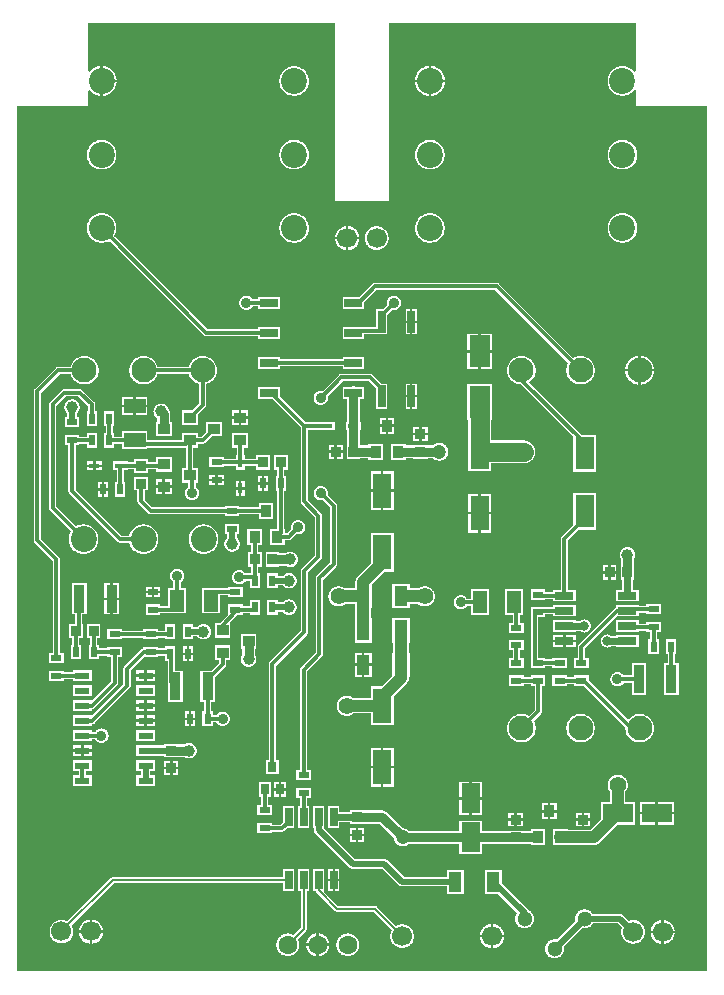
<source format=gtl>
%FSLAX46Y46*%
%MOMM*%
%ADD13C,0.200000*%
%ADD11C,0.300000*%
%ADD10C,0.500000*%
%ADD17C,0.550000*%
%ADD14C,0.600000*%
%ADD12C,0.800000*%
%ADD16C,1.000000*%
%ADD15C,1.600000*%
%AMPS20*
1,1,2.100000,0.000000,0.000000*
%
%ADD20PS20*%
%AMPS68*
1,1,1.600000,0.000000,0.000000*
%
%ADD68PS68*%
%AMPS37*
1,1,2.200000,0.000000,0.000000*
%
%ADD37PS37*%
%AMPS67*
1,1,1.300000,0.000000,0.000000*
%
%ADD67PS67*%
%AMPS58*
1,1,1.700000,0.000000,0.000000*
%
%ADD58PS58*%
%AMPS50*
1,1,1.700000,0.000000,0.000000*
%
%ADD50PS50*%
%AMPS55*
1,1,1.700000,0.000000,0.000000*
%
%ADD55PS55*%
%AMPS69*
1,1,2.200000,0.000000,0.000000*
%
%ADD69PS69*%
%AMPS63*
21,1,1.594948,2.741421,0.000000,0.000000,0.000000*
%
%ADD63PS63*%
%AMPS64*
21,1,1.594948,2.741421,0.000000,0.000000,180.000000*
%
%ADD64PS64*%
%AMPS21*
21,1,1.600000,2.950000,0.000000,0.000000,0.000000*
%
%ADD21PS21*%
%AMPS22*
21,1,1.600000,2.950000,0.000000,0.000000,180.000000*
%
%ADD22PS22*%
%AMPS44*
21,1,0.600000,1.550000,0.000000,0.000000,0.000000*
%
%ADD44PS44*%
%AMPS53*
21,1,0.600000,1.550000,0.000000,0.000000,90.000000*
%
%ADD53PS53*%
%AMPS45*
21,1,0.600000,1.550000,0.000000,0.000000,180.000000*
%
%ADD45PS45*%
%AMPS54*
21,1,0.600000,1.550000,0.000000,0.000000,270.000000*
%
%ADD54PS54*%
%AMPS49*
21,1,1.600000,2.500000,0.000000,0.000000,0.000000*
%
%ADD49PS49*%
%AMPS59*
21,1,1.600000,2.500000,0.000000,0.000000,90.000000*
%
%ADD59PS59*%
%AMPS48*
21,1,1.600000,2.500000,0.000000,0.000000,180.000000*
%
%ADD48PS48*%
%AMPS60*
21,1,1.600000,2.500000,0.000000,0.000000,270.000000*
%
%ADD60PS60*%
%AMPS56*
21,1,0.900000,1.000000,0.000000,0.000000,0.000000*
%
%ADD56PS56*%
%AMPS31*
21,1,0.900000,1.000000,0.000000,0.000000,90.000000*
%
%ADD31PS31*%
%AMPS57*
21,1,0.900000,1.000000,0.000000,0.000000,180.000000*
%
%ADD57PS57*%
%AMPS32*
21,1,0.900000,1.000000,0.000000,0.000000,270.000000*
%
%ADD32PS32*%
%AMPS66*
21,1,0.400000,0.900000,0.000000,0.000000,0.000000*
%
%ADD66PS66*%
%AMPS25*
21,1,0.400000,0.900000,0.000000,0.000000,90.000000*
%
%ADD25PS25*%
%AMPS65*
21,1,0.400000,0.900000,0.000000,0.000000,180.000000*
%
%ADD65PS65*%
%AMPS26*
21,1,0.400000,0.900000,0.000000,0.000000,270.000000*
%
%ADD26PS26*%
%AMPS42*
21,1,0.550000,1.250000,0.000000,0.000000,90.000000*
%
%ADD42PS42*%
%AMPS43*
21,1,0.550000,1.250000,0.000000,0.000000,270.000000*
%
%ADD43PS43*%
%AMPS62*
21,1,0.600000,1.800000,0.000000,0.000000,0.000000*
%
%ADD62PS62*%
%AMPS61*
21,1,0.600000,1.800000,0.000000,0.000000,180.000000*
%
%ADD61PS61*%
%AMPS47*
21,1,0.701421,1.491421,0.000000,0.000000,90.000000*
%
%ADD47PS47*%
%AMPS46*
21,1,0.701421,1.491421,0.000000,0.000000,270.000000*
%
%ADD46PS46*%
%AMPS38*
21,1,1.800000,1.200000,0.000000,0.000000,0.000000*
%
%ADD38PS38*%
%AMPS51*
21,1,1.800000,1.200000,0.000000,0.000000,90.000000*
%
%ADD51PS51*%
%AMPS39*
21,1,1.800000,1.200000,0.000000,0.000000,180.000000*
%
%ADD39PS39*%
%AMPS52*
21,1,1.800000,1.200000,0.000000,0.000000,270.000000*
%
%ADD52PS52*%
%AMPS18*
21,1,2.300000,0.900000,0.000000,0.000000,90.000000*
%
%ADD18PS18*%
%AMPS19*
21,1,2.300000,0.900000,0.000000,0.000000,270.000000*
%
%ADD19PS19*%
%AMPS27*
21,1,0.900000,0.500000,0.000000,0.000000,0.000000*
%
%ADD27PS27*%
%AMPS30*
21,1,0.900000,0.500000,0.000000,0.000000,90.000000*
%
%ADD30PS30*%
%AMPS28*
21,1,0.900000,0.500000,0.000000,0.000000,180.000000*
%
%ADD28PS28*%
%AMPS29*
21,1,0.900000,0.500000,0.000000,0.000000,270.000000*
%
%ADD29PS29*%
%AMPS33*
21,1,1.700000,1.100000,0.000000,0.000000,90.000000*
%
%ADD33PS33*%
%AMPS34*
21,1,1.700000,1.100000,0.000000,0.000000,270.000000*
%
%ADD34PS34*%
%AMPS70*
21,1,0.700000,0.900000,0.000000,0.000000,0.000000*
%
%ADD70PS70*%
%AMPS71*
21,1,0.700000,0.900000,0.000000,0.000000,180.000000*
%
%ADD71PS71*%
%AMPS41*
21,1,0.850000,0.800000,0.000000,0.000000,0.000000*
%
%ADD41PS41*%
%AMPS24*
21,1,0.850000,0.800000,0.000000,0.000000,90.000000*
%
%ADD24PS24*%
%AMPS40*
21,1,0.850000,0.800000,0.000000,0.000000,180.000000*
%
%ADD40PS40*%
%AMPS23*
21,1,0.850000,0.800000,0.000000,0.000000,270.000000*
%
%ADD23PS23*%
%AMPS36*
21,1,1.750000,2.650000,0.000000,0.000000,0.000000*
%
%ADD36PS36*%
%AMPS35*
21,1,1.750000,2.650000,0.000000,0.000000,180.000000*
%
%ADD35PS35*%
%AMPS79*
1,1,0.800000,0.000000,0.000000*
%
%ADD79PS79*%
%AMPS76*
1,1,1.200000,0.000000,0.000000*
%
%ADD76PS76*%
%AMPS77*
1,1,1.400000,0.000000,0.000000*
%
%ADD77PS77*%
%AMPS73*
1,1,0.700000,0.000000,0.000000*
%
%ADD73PS73*%
%AMPS78*
1,1,1.600000,0.000000,0.000000*
%
%ADD78PS78*%
%AMPS74*
1,1,0.900000,0.000000,0.000000*
%
%ADD74PS74*%
%AMPS75*
1,1,1.000000,0.000000,0.000000*
%
%ADD75PS75*%
%AMPS72*
1,1,0.700000,0.000000,0.000000*
%
%ADD72PS72*%
G01*
%LPD*%
G36*
X58690000Y310000D02*
X58690000Y73590000D01*
X52690000Y73590000D01*
X52690000Y74900353D01*
X52561978Y74949736D01*
X52437551Y74812449D01*
X52346283Y74729730D01*
X52247346Y74656353D01*
X52141685Y74593022D01*
X52030336Y74540358D01*
X51914364Y74498862D01*
X51794879Y74468933D01*
X51673030Y74450858D01*
X51550000Y74444813D01*
X51426970Y74450858D01*
X51305121Y74468933D01*
X51185636Y74498862D01*
X51069664Y74540358D01*
X50958315Y74593022D01*
X50852654Y74656353D01*
X50753717Y74729730D01*
X50662449Y74812449D01*
X50579730Y74903717D01*
X50506353Y75002654D01*
X50443022Y75108315D01*
X50390358Y75219664D01*
X50348862Y75335636D01*
X50318933Y75455121D01*
X50300858Y75576970D01*
X50294813Y75700000D01*
X50300858Y75823030D01*
X50318933Y75944879D01*
X50348862Y76064364D01*
X50390358Y76180336D01*
X50443022Y76291685D01*
X50506353Y76397346D01*
X50579730Y76496283D01*
X50662449Y76587551D01*
X50753717Y76670270D01*
X50852654Y76743647D01*
X50958315Y76806978D01*
X51069664Y76859642D01*
X51185636Y76901138D01*
X51305121Y76931067D01*
X51426970Y76949142D01*
X51550000Y76955187D01*
X51673030Y76949142D01*
X51794879Y76931067D01*
X51914364Y76901138D01*
X52030336Y76859642D01*
X52141685Y76806978D01*
X52247346Y76743647D01*
X52346283Y76670270D01*
X52437551Y76587551D01*
X52561978Y76450264D01*
X52690000Y76499647D01*
X52690000Y80590000D01*
X31810000Y80590000D01*
X31810000Y65490000D01*
X27190000Y65490000D01*
X27190000Y80590000D01*
X6310000Y80590000D01*
X6310000Y76529430D01*
X6438021Y76480047D01*
X6548290Y76601710D01*
X6641013Y76685749D01*
X6741533Y76760300D01*
X6848872Y76824636D01*
X6962000Y76878142D01*
X7079824Y76920300D01*
X7201213Y76950706D01*
X7325008Y76969070D01*
X7345000Y76970052D01*
X7345000Y74429948D01*
X7325008Y74430930D01*
X7201213Y74449294D01*
X7079824Y74479700D01*
X6962000Y74521858D01*
X6848872Y74575364D01*
X6741533Y74639700D01*
X6641013Y74714251D01*
X6548290Y74798290D01*
X6438021Y74919953D01*
X6310000Y74870570D01*
X6310000Y73590000D01*
X310000Y73590000D01*
X310000Y310000D01*
X58690000Y310000D01*
D02*
G37*
%LPC*%
G36*
X8720052Y75805000D02*
X7555000Y75805000D01*
X7555000Y76970052D01*
X7574992Y76969070D01*
X7698787Y76950706D01*
X7820176Y76920300D01*
X7938000Y76878142D01*
X8051128Y76824636D01*
X8158467Y76760300D01*
X8258987Y76685749D01*
X8351710Y76601710D01*
X8435749Y76508987D01*
X8510300Y76408467D01*
X8574636Y76301128D01*
X8628142Y76188000D01*
X8670300Y76070176D01*
X8700706Y75948787D01*
X8719070Y75824992D01*
X8720052Y75805000D01*
D02*
G37*
%LPC*%
G36*
X35145000Y75805000D02*
X33979948Y75805000D01*
X33980930Y75824992D01*
X33999294Y75948787D01*
X34029700Y76070176D01*
X34071858Y76188000D01*
X34125364Y76301128D01*
X34189700Y76408467D01*
X34264251Y76508987D01*
X34348290Y76601710D01*
X34441013Y76685749D01*
X34541533Y76760300D01*
X34648872Y76824636D01*
X34762000Y76878142D01*
X34879824Y76920300D01*
X35001213Y76950706D01*
X35125008Y76969070D01*
X35145000Y76970052D01*
X35145000Y75805000D01*
D02*
G37*
%LPC*%
G36*
X36520052Y75805000D02*
X35355000Y75805000D01*
X35355000Y76970052D01*
X35374992Y76969070D01*
X35498787Y76950706D01*
X35620176Y76920300D01*
X35738000Y76878142D01*
X35851128Y76824636D01*
X35958467Y76760300D01*
X36058987Y76685749D01*
X36151710Y76601710D01*
X36235749Y76508987D01*
X36310300Y76408467D01*
X36374636Y76301128D01*
X36428142Y76188000D01*
X36470300Y76070176D01*
X36500706Y75948787D01*
X36519070Y75824992D01*
X36520052Y75805000D01*
D02*
G37*
%LPC*%
G36*
X23750000Y74444813D02*
X23626970Y74450858D01*
X23505121Y74468933D01*
X23385636Y74498862D01*
X23269664Y74540358D01*
X23158315Y74593022D01*
X23052654Y74656353D01*
X22953717Y74729730D01*
X22862449Y74812449D01*
X22779730Y74903717D01*
X22706353Y75002654D01*
X22643022Y75108315D01*
X22590358Y75219664D01*
X22548862Y75335636D01*
X22518933Y75455121D01*
X22500858Y75576970D01*
X22494813Y75700000D01*
X22500858Y75823030D01*
X22518933Y75944879D01*
X22548862Y76064364D01*
X22590358Y76180336D01*
X22643022Y76291685D01*
X22706353Y76397346D01*
X22779730Y76496283D01*
X22862449Y76587551D01*
X22953717Y76670270D01*
X23052654Y76743647D01*
X23158315Y76806978D01*
X23269664Y76859642D01*
X23385636Y76901138D01*
X23505121Y76931067D01*
X23626970Y76949142D01*
X23750000Y76955187D01*
X23873030Y76949142D01*
X23994879Y76931067D01*
X24114364Y76901138D01*
X24230336Y76859642D01*
X24341685Y76806978D01*
X24447346Y76743647D01*
X24546283Y76670270D01*
X24637551Y76587551D01*
X24720270Y76496283D01*
X24793647Y76397346D01*
X24856978Y76291685D01*
X24909642Y76180336D01*
X24951138Y76064364D01*
X24981067Y75944879D01*
X24999142Y75823030D01*
X25005187Y75700000D01*
X24999142Y75576970D01*
X24981067Y75455121D01*
X24951138Y75335636D01*
X24909642Y75219664D01*
X24856978Y75108315D01*
X24793647Y75002654D01*
X24720270Y74903717D01*
X24637551Y74812449D01*
X24546283Y74729730D01*
X24447346Y74656353D01*
X24341685Y74593022D01*
X24230336Y74540358D01*
X24114364Y74498862D01*
X23994879Y74468933D01*
X23873030Y74450858D01*
X23750000Y74444813D01*
D02*
G37*
%LPC*%
G36*
X35355000Y74429948D02*
X35355000Y75595000D01*
X36520052Y75595000D01*
X36519070Y75575008D01*
X36500706Y75451213D01*
X36470300Y75329824D01*
X36428142Y75212000D01*
X36374636Y75098872D01*
X36310300Y74991533D01*
X36235749Y74891013D01*
X36151710Y74798290D01*
X36058987Y74714251D01*
X35958467Y74639700D01*
X35851128Y74575364D01*
X35738000Y74521858D01*
X35620176Y74479700D01*
X35498787Y74449294D01*
X35374992Y74430930D01*
X35355000Y74429948D01*
D02*
G37*
%LPC*%
G36*
X35145000Y74429948D02*
X35125008Y74430930D01*
X35001213Y74449294D01*
X34879824Y74479700D01*
X34762000Y74521858D01*
X34648872Y74575364D01*
X34541533Y74639700D01*
X34441013Y74714251D01*
X34348290Y74798290D01*
X34264251Y74891013D01*
X34189700Y74991533D01*
X34125364Y75098872D01*
X34071858Y75212000D01*
X34029700Y75329824D01*
X33999294Y75451213D01*
X33980930Y75575008D01*
X33979948Y75595000D01*
X35145000Y75595000D01*
X35145000Y74429948D01*
D02*
G37*
%LPC*%
G36*
X7555000Y74429948D02*
X7555000Y75595000D01*
X8720052Y75595000D01*
X8719070Y75575008D01*
X8700706Y75451213D01*
X8670300Y75329824D01*
X8628142Y75212000D01*
X8574636Y75098872D01*
X8510300Y74991533D01*
X8435749Y74891013D01*
X8351710Y74798290D01*
X8258987Y74714251D01*
X8158467Y74639700D01*
X8051128Y74575364D01*
X7938000Y74521858D01*
X7820176Y74479700D01*
X7698787Y74449294D01*
X7574992Y74430930D01*
X7555000Y74429948D01*
D02*
G37*
%LPC*%
G36*
X7450000Y68194813D02*
X7326970Y68200858D01*
X7205121Y68218933D01*
X7085636Y68248862D01*
X6969664Y68290358D01*
X6858315Y68343022D01*
X6752654Y68406353D01*
X6653717Y68479730D01*
X6562449Y68562449D01*
X6479730Y68653717D01*
X6406353Y68752654D01*
X6343022Y68858315D01*
X6290358Y68969664D01*
X6248862Y69085636D01*
X6218933Y69205121D01*
X6200858Y69326970D01*
X6194813Y69450000D01*
X6200858Y69573030D01*
X6218933Y69694879D01*
X6248862Y69814364D01*
X6290358Y69930336D01*
X6343022Y70041685D01*
X6406353Y70147346D01*
X6479730Y70246283D01*
X6562449Y70337551D01*
X6653717Y70420270D01*
X6752654Y70493647D01*
X6858315Y70556978D01*
X6969664Y70609642D01*
X7085636Y70651138D01*
X7205121Y70681067D01*
X7326970Y70699142D01*
X7450000Y70705187D01*
X7573030Y70699142D01*
X7694879Y70681067D01*
X7814364Y70651138D01*
X7930336Y70609642D01*
X8041685Y70556978D01*
X8147346Y70493647D01*
X8246283Y70420270D01*
X8337551Y70337551D01*
X8420270Y70246283D01*
X8493647Y70147346D01*
X8556978Y70041685D01*
X8609642Y69930336D01*
X8651138Y69814364D01*
X8681067Y69694879D01*
X8699142Y69573030D01*
X8705187Y69450000D01*
X8699142Y69326970D01*
X8681067Y69205121D01*
X8651138Y69085636D01*
X8609642Y68969664D01*
X8556978Y68858315D01*
X8493647Y68752654D01*
X8420270Y68653717D01*
X8337551Y68562449D01*
X8246283Y68479730D01*
X8147346Y68406353D01*
X8041685Y68343022D01*
X7930336Y68290358D01*
X7814364Y68248862D01*
X7694879Y68218933D01*
X7573030Y68200858D01*
X7450000Y68194813D01*
D02*
G37*
%LPC*%
G36*
X23750000Y68194813D02*
X23626970Y68200858D01*
X23505121Y68218933D01*
X23385636Y68248862D01*
X23269664Y68290358D01*
X23158315Y68343022D01*
X23052654Y68406353D01*
X22953717Y68479730D01*
X22862449Y68562449D01*
X22779730Y68653717D01*
X22706353Y68752654D01*
X22643022Y68858315D01*
X22590358Y68969664D01*
X22548862Y69085636D01*
X22518933Y69205121D01*
X22500858Y69326970D01*
X22494813Y69450000D01*
X22500858Y69573030D01*
X22518933Y69694879D01*
X22548862Y69814364D01*
X22590358Y69930336D01*
X22643022Y70041685D01*
X22706353Y70147346D01*
X22779730Y70246283D01*
X22862449Y70337551D01*
X22953717Y70420270D01*
X23052654Y70493647D01*
X23158315Y70556978D01*
X23269664Y70609642D01*
X23385636Y70651138D01*
X23505121Y70681067D01*
X23626970Y70699142D01*
X23750000Y70705187D01*
X23873030Y70699142D01*
X23994879Y70681067D01*
X24114364Y70651138D01*
X24230336Y70609642D01*
X24341685Y70556978D01*
X24447346Y70493647D01*
X24546283Y70420270D01*
X24637551Y70337551D01*
X24720270Y70246283D01*
X24793647Y70147346D01*
X24856978Y70041685D01*
X24909642Y69930336D01*
X24951138Y69814364D01*
X24981067Y69694879D01*
X24999142Y69573030D01*
X25005187Y69450000D01*
X24999142Y69326970D01*
X24981067Y69205121D01*
X24951138Y69085636D01*
X24909642Y68969664D01*
X24856978Y68858315D01*
X24793647Y68752654D01*
X24720270Y68653717D01*
X24637551Y68562449D01*
X24546283Y68479730D01*
X24447346Y68406353D01*
X24341685Y68343022D01*
X24230336Y68290358D01*
X24114364Y68248862D01*
X23994879Y68218933D01*
X23873030Y68200858D01*
X23750000Y68194813D01*
D02*
G37*
%LPC*%
G36*
X35250000Y68194813D02*
X35126970Y68200858D01*
X35005121Y68218933D01*
X34885636Y68248862D01*
X34769664Y68290358D01*
X34658315Y68343022D01*
X34552654Y68406353D01*
X34453717Y68479730D01*
X34362449Y68562449D01*
X34279730Y68653717D01*
X34206353Y68752654D01*
X34143022Y68858315D01*
X34090358Y68969664D01*
X34048862Y69085636D01*
X34018933Y69205121D01*
X34000858Y69326970D01*
X33994813Y69450000D01*
X34000858Y69573030D01*
X34018933Y69694879D01*
X34048862Y69814364D01*
X34090358Y69930336D01*
X34143022Y70041685D01*
X34206353Y70147346D01*
X34279730Y70246283D01*
X34362449Y70337551D01*
X34453717Y70420270D01*
X34552654Y70493647D01*
X34658315Y70556978D01*
X34769664Y70609642D01*
X34885636Y70651138D01*
X35005121Y70681067D01*
X35126970Y70699142D01*
X35250000Y70705187D01*
X35373030Y70699142D01*
X35494879Y70681067D01*
X35614364Y70651138D01*
X35730336Y70609642D01*
X35841685Y70556978D01*
X35947346Y70493647D01*
X36046283Y70420270D01*
X36137551Y70337551D01*
X36220270Y70246283D01*
X36293647Y70147346D01*
X36356978Y70041685D01*
X36409642Y69930336D01*
X36451138Y69814364D01*
X36481067Y69694879D01*
X36499142Y69573030D01*
X36505187Y69450000D01*
X36499142Y69326970D01*
X36481067Y69205121D01*
X36451138Y69085636D01*
X36409642Y68969664D01*
X36356978Y68858315D01*
X36293647Y68752654D01*
X36220270Y68653717D01*
X36137551Y68562449D01*
X36046283Y68479730D01*
X35947346Y68406353D01*
X35841685Y68343022D01*
X35730336Y68290358D01*
X35614364Y68248862D01*
X35494879Y68218933D01*
X35373030Y68200858D01*
X35250000Y68194813D01*
D02*
G37*
%LPC*%
G36*
X51550000Y68194813D02*
X51426970Y68200858D01*
X51305121Y68218933D01*
X51185636Y68248862D01*
X51069664Y68290358D01*
X50958315Y68343022D01*
X50852654Y68406353D01*
X50753717Y68479730D01*
X50662449Y68562449D01*
X50579730Y68653717D01*
X50506353Y68752654D01*
X50443022Y68858315D01*
X50390358Y68969664D01*
X50348862Y69085636D01*
X50318933Y69205121D01*
X50300858Y69326970D01*
X50294813Y69450000D01*
X50300858Y69573030D01*
X50318933Y69694879D01*
X50348862Y69814364D01*
X50390358Y69930336D01*
X50443022Y70041685D01*
X50506353Y70147346D01*
X50579730Y70246283D01*
X50662449Y70337551D01*
X50753717Y70420270D01*
X50852654Y70493647D01*
X50958315Y70556978D01*
X51069664Y70609642D01*
X51185636Y70651138D01*
X51305121Y70681067D01*
X51426970Y70699142D01*
X51550000Y70705187D01*
X51673030Y70699142D01*
X51794879Y70681067D01*
X51914364Y70651138D01*
X52030336Y70609642D01*
X52141685Y70556978D01*
X52247346Y70493647D01*
X52346283Y70420270D01*
X52437551Y70337551D01*
X52520270Y70246283D01*
X52593647Y70147346D01*
X52656978Y70041685D01*
X52709642Y69930336D01*
X52751138Y69814364D01*
X52781067Y69694879D01*
X52799142Y69573030D01*
X52805187Y69450000D01*
X52799142Y69326970D01*
X52781067Y69205121D01*
X52751138Y69085636D01*
X52709642Y68969664D01*
X52656978Y68858315D01*
X52593647Y68752654D01*
X52520270Y68653717D01*
X52437551Y68562449D01*
X52346283Y68479730D01*
X52247346Y68406353D01*
X52141685Y68343022D01*
X52030336Y68290358D01*
X51914364Y68248862D01*
X51794879Y68218933D01*
X51673030Y68200858D01*
X51550000Y68194813D01*
D02*
G37*
%LPC*%
G36*
X22545710Y53844290D02*
X20704290Y53844290D01*
X20704290Y54065000D01*
X16322390Y54065000D01*
X16270352Y54070125D01*
X16212993Y54087525D01*
X16160136Y54115776D01*
X16113712Y54153874D01*
X16108852Y54159814D01*
X8098685Y62169981D01*
X7930336Y62090358D01*
X7814364Y62048862D01*
X7694879Y62018933D01*
X7573030Y62000858D01*
X7450000Y61994813D01*
X7326970Y62000858D01*
X7205121Y62018933D01*
X7085636Y62048862D01*
X6969664Y62090358D01*
X6858315Y62143022D01*
X6752654Y62206353D01*
X6653717Y62279730D01*
X6562449Y62362449D01*
X6479730Y62453717D01*
X6406353Y62552654D01*
X6343022Y62658315D01*
X6290358Y62769664D01*
X6248862Y62885636D01*
X6218933Y63005121D01*
X6200858Y63126970D01*
X6194813Y63250000D01*
X6200858Y63373030D01*
X6218933Y63494879D01*
X6248862Y63614364D01*
X6290358Y63730336D01*
X6343022Y63841685D01*
X6406353Y63947346D01*
X6479730Y64046283D01*
X6562449Y64137551D01*
X6653717Y64220270D01*
X6752654Y64293647D01*
X6858315Y64356978D01*
X6969664Y64409642D01*
X7085636Y64451138D01*
X7205121Y64481067D01*
X7326970Y64499142D01*
X7450000Y64505187D01*
X7573030Y64499142D01*
X7694879Y64481067D01*
X7814364Y64451138D01*
X7930336Y64409642D01*
X8041685Y64356978D01*
X8147346Y64293647D01*
X8246283Y64220270D01*
X8337551Y64137551D01*
X8420270Y64046283D01*
X8493647Y63947346D01*
X8556978Y63841685D01*
X8609642Y63730336D01*
X8651138Y63614364D01*
X8681067Y63494879D01*
X8699142Y63373030D01*
X8705187Y63250000D01*
X8699142Y63126970D01*
X8681067Y63005121D01*
X8651138Y62885636D01*
X8609642Y62769664D01*
X8530019Y62601315D01*
X16456335Y54675000D01*
X20704290Y54675000D01*
X20704290Y54895710D01*
X22545710Y54895710D01*
X22545710Y53844290D01*
D02*
G37*
%LPC*%
G36*
X23750000Y61994813D02*
X23626970Y62000858D01*
X23505121Y62018933D01*
X23385636Y62048862D01*
X23269664Y62090358D01*
X23158315Y62143022D01*
X23052654Y62206353D01*
X22953717Y62279730D01*
X22862449Y62362449D01*
X22779730Y62453717D01*
X22706353Y62552654D01*
X22643022Y62658315D01*
X22590358Y62769664D01*
X22548862Y62885636D01*
X22518933Y63005121D01*
X22500858Y63126970D01*
X22494813Y63250000D01*
X22500858Y63373030D01*
X22518933Y63494879D01*
X22548862Y63614364D01*
X22590358Y63730336D01*
X22643022Y63841685D01*
X22706353Y63947346D01*
X22779730Y64046283D01*
X22862449Y64137551D01*
X22953717Y64220270D01*
X23052654Y64293647D01*
X23158315Y64356978D01*
X23269664Y64409642D01*
X23385636Y64451138D01*
X23505121Y64481067D01*
X23626970Y64499142D01*
X23750000Y64505187D01*
X23873030Y64499142D01*
X23994879Y64481067D01*
X24114364Y64451138D01*
X24230336Y64409642D01*
X24341685Y64356978D01*
X24447346Y64293647D01*
X24546283Y64220270D01*
X24637551Y64137551D01*
X24720270Y64046283D01*
X24793647Y63947346D01*
X24856978Y63841685D01*
X24909642Y63730336D01*
X24951138Y63614364D01*
X24981067Y63494879D01*
X24999142Y63373030D01*
X25005187Y63250000D01*
X24999142Y63126970D01*
X24981067Y63005121D01*
X24951138Y62885636D01*
X24909642Y62769664D01*
X24856978Y62658315D01*
X24793647Y62552654D01*
X24720270Y62453717D01*
X24637551Y62362449D01*
X24546283Y62279730D01*
X24447346Y62206353D01*
X24341685Y62143022D01*
X24230336Y62090358D01*
X24114364Y62048862D01*
X23994879Y62018933D01*
X23873030Y62000858D01*
X23750000Y61994813D01*
D02*
G37*
%LPC*%
G36*
X35250000Y61994813D02*
X35126970Y62000858D01*
X35005121Y62018933D01*
X34885636Y62048862D01*
X34769664Y62090358D01*
X34658315Y62143022D01*
X34552654Y62206353D01*
X34453717Y62279730D01*
X34362449Y62362449D01*
X34279730Y62453717D01*
X34206353Y62552654D01*
X34143022Y62658315D01*
X34090358Y62769664D01*
X34048862Y62885636D01*
X34018933Y63005121D01*
X34000858Y63126970D01*
X33994813Y63250000D01*
X34000858Y63373030D01*
X34018933Y63494879D01*
X34048862Y63614364D01*
X34090358Y63730336D01*
X34143022Y63841685D01*
X34206353Y63947346D01*
X34279730Y64046283D01*
X34362449Y64137551D01*
X34453717Y64220270D01*
X34552654Y64293647D01*
X34658315Y64356978D01*
X34769664Y64409642D01*
X34885636Y64451138D01*
X35005121Y64481067D01*
X35126970Y64499142D01*
X35250000Y64505187D01*
X35373030Y64499142D01*
X35494879Y64481067D01*
X35614364Y64451138D01*
X35730336Y64409642D01*
X35841685Y64356978D01*
X35947346Y64293647D01*
X36046283Y64220270D01*
X36137551Y64137551D01*
X36220270Y64046283D01*
X36293647Y63947346D01*
X36356978Y63841685D01*
X36409642Y63730336D01*
X36451138Y63614364D01*
X36481067Y63494879D01*
X36499142Y63373030D01*
X36505187Y63250000D01*
X36499142Y63126970D01*
X36481067Y63005121D01*
X36451138Y62885636D01*
X36409642Y62769664D01*
X36356978Y62658315D01*
X36293647Y62552654D01*
X36220270Y62453717D01*
X36137551Y62362449D01*
X36046283Y62279730D01*
X35947346Y62206353D01*
X35841685Y62143022D01*
X35730336Y62090358D01*
X35614364Y62048862D01*
X35494879Y62018933D01*
X35373030Y62000858D01*
X35250000Y61994813D01*
D02*
G37*
%LPC*%
G36*
X51550000Y61994813D02*
X51426970Y62000858D01*
X51305121Y62018933D01*
X51185636Y62048862D01*
X51069664Y62090358D01*
X50958315Y62143022D01*
X50852654Y62206353D01*
X50753717Y62279730D01*
X50662449Y62362449D01*
X50579730Y62453717D01*
X50506353Y62552654D01*
X50443022Y62658315D01*
X50390358Y62769664D01*
X50348862Y62885636D01*
X50318933Y63005121D01*
X50300858Y63126970D01*
X50294813Y63250000D01*
X50300858Y63373030D01*
X50318933Y63494879D01*
X50348862Y63614364D01*
X50390358Y63730336D01*
X50443022Y63841685D01*
X50506353Y63947346D01*
X50579730Y64046283D01*
X50662449Y64137551D01*
X50753717Y64220270D01*
X50852654Y64293647D01*
X50958315Y64356978D01*
X51069664Y64409642D01*
X51185636Y64451138D01*
X51305121Y64481067D01*
X51426970Y64499142D01*
X51550000Y64505187D01*
X51673030Y64499142D01*
X51794879Y64481067D01*
X51914364Y64451138D01*
X52030336Y64409642D01*
X52141685Y64356978D01*
X52247346Y64293647D01*
X52346283Y64220270D01*
X52437551Y64137551D01*
X52520270Y64046283D01*
X52593647Y63947346D01*
X52656978Y63841685D01*
X52709642Y63730336D01*
X52751138Y63614364D01*
X52781067Y63494879D01*
X52799142Y63373030D01*
X52805187Y63250000D01*
X52799142Y63126970D01*
X52781067Y63005121D01*
X52751138Y62885636D01*
X52709642Y62769664D01*
X52656978Y62658315D01*
X52593647Y62552654D01*
X52520270Y62453717D01*
X52437551Y62362449D01*
X52346283Y62279730D01*
X52247346Y62206353D01*
X52141685Y62143022D01*
X52030336Y62090358D01*
X51914364Y62048862D01*
X51794879Y62018933D01*
X51673030Y62000858D01*
X51550000Y61994813D01*
D02*
G37*
%LPC*%
G36*
X28145000Y62505000D02*
X27230395Y62505000D01*
X27244490Y62600014D01*
X27268935Y62697605D01*
X27302827Y62792328D01*
X27345842Y62883275D01*
X27397571Y62969579D01*
X27457504Y63050389D01*
X27525067Y63124933D01*
X27599611Y63192496D01*
X27680421Y63252429D01*
X27766725Y63304158D01*
X27857672Y63347173D01*
X27952395Y63381065D01*
X28049986Y63405510D01*
X28145000Y63419605D01*
X28145000Y62505000D01*
D02*
G37*
%LPC*%
G36*
X29269605Y62505000D02*
X28355000Y62505000D01*
X28355000Y63419605D01*
X28450014Y63405510D01*
X28547605Y63381065D01*
X28642328Y63347173D01*
X28733275Y63304158D01*
X28819579Y63252429D01*
X28900389Y63192496D01*
X28974933Y63124933D01*
X29042496Y63050389D01*
X29102429Y62969579D01*
X29154158Y62883275D01*
X29197173Y62792328D01*
X29231065Y62697605D01*
X29255510Y62600014D01*
X29269605Y62505000D01*
D02*
G37*
%LPC*%
G36*
X30750000Y61394813D02*
X30651474Y61399654D01*
X30553893Y61414129D01*
X30458208Y61438097D01*
X30365331Y61471329D01*
X30276160Y61513502D01*
X30191554Y61564214D01*
X30112314Y61622983D01*
X30039226Y61689226D01*
X29972983Y61762314D01*
X29914214Y61841554D01*
X29863502Y61926160D01*
X29821329Y62015331D01*
X29788097Y62108208D01*
X29764129Y62203893D01*
X29749654Y62301474D01*
X29744813Y62400000D01*
X29749654Y62498526D01*
X29764129Y62596107D01*
X29788097Y62691792D01*
X29821329Y62784669D01*
X29863502Y62873840D01*
X29914214Y62958446D01*
X29972983Y63037686D01*
X30039226Y63110774D01*
X30112314Y63177017D01*
X30191554Y63235786D01*
X30276160Y63286498D01*
X30365331Y63328671D01*
X30458208Y63361903D01*
X30553893Y63385871D01*
X30651474Y63400346D01*
X30750000Y63405187D01*
X30848526Y63400346D01*
X30946107Y63385871D01*
X31041792Y63361903D01*
X31134669Y63328671D01*
X31223840Y63286498D01*
X31308446Y63235786D01*
X31387686Y63177017D01*
X31460774Y63110774D01*
X31527017Y63037686D01*
X31585786Y62958446D01*
X31636498Y62873840D01*
X31678671Y62784669D01*
X31711903Y62691792D01*
X31735871Y62596107D01*
X31750346Y62498526D01*
X31755187Y62400000D01*
X31750346Y62301474D01*
X31735871Y62203893D01*
X31711903Y62108208D01*
X31678671Y62015331D01*
X31636498Y61926160D01*
X31585786Y61841554D01*
X31527017Y61762314D01*
X31460774Y61689226D01*
X31387686Y61622983D01*
X31308446Y61564214D01*
X31223840Y61513502D01*
X31134669Y61471329D01*
X31041792Y61438097D01*
X30946107Y61414129D01*
X30848526Y61399654D01*
X30750000Y61394813D01*
D02*
G37*
%LPC*%
G36*
X28355000Y61380395D02*
X28355000Y62295000D01*
X29269605Y62295000D01*
X29255510Y62199986D01*
X29231065Y62102395D01*
X29197173Y62007672D01*
X29154158Y61916725D01*
X29102429Y61830421D01*
X29042496Y61749611D01*
X28974933Y61675067D01*
X28900389Y61607504D01*
X28819579Y61547571D01*
X28733275Y61495842D01*
X28642328Y61452827D01*
X28547605Y61418935D01*
X28450014Y61394490D01*
X28355000Y61380395D01*
D02*
G37*
%LPC*%
G36*
X28145000Y61380395D02*
X28049986Y61394490D01*
X27952395Y61418935D01*
X27857672Y61452827D01*
X27766725Y61495842D01*
X27680421Y61547571D01*
X27599611Y61607504D01*
X27525067Y61675067D01*
X27457504Y61749611D01*
X27397571Y61830421D01*
X27345842Y61916725D01*
X27302827Y62007672D01*
X27268935Y62102395D01*
X27244490Y62199986D01*
X27230395Y62295000D01*
X28145000Y62295000D01*
X28145000Y61380395D01*
D02*
G37*
%LPC*%
G36*
X48000000Y49994812D02*
X47881880Y50000617D01*
X47764877Y50017972D01*
X47650151Y50046709D01*
X47538798Y50086552D01*
X47431880Y50137120D01*
X47330429Y50197927D01*
X47235443Y50268374D01*
X47147804Y50347804D01*
X47068374Y50435443D01*
X46997927Y50530429D01*
X46937120Y50631880D01*
X46886552Y50738798D01*
X46846709Y50850151D01*
X46817972Y50964877D01*
X46800617Y51081880D01*
X46794812Y51200000D01*
X46800617Y51318120D01*
X46817972Y51435123D01*
X46846709Y51549849D01*
X46886552Y51661203D01*
X46957485Y51811180D01*
X40773665Y57995000D01*
X30726335Y57995000D01*
X29695710Y56964375D01*
X29695710Y56384290D01*
X27854290Y56384290D01*
X27854290Y57435710D01*
X29304375Y57435710D01*
X30379355Y58510689D01*
X30384257Y58516572D01*
X30430136Y58554223D01*
X30482994Y58582475D01*
X30540351Y58599874D01*
X30592382Y58605000D01*
X40907618Y58605000D01*
X40959649Y58599874D01*
X41017005Y58582475D01*
X41069863Y58554222D01*
X41110277Y58521057D01*
X47388820Y52242515D01*
X47538797Y52313448D01*
X47650151Y52353291D01*
X47764877Y52382028D01*
X47881880Y52399383D01*
X48000000Y52405188D01*
X48118120Y52399383D01*
X48235123Y52382028D01*
X48349849Y52353291D01*
X48461202Y52313448D01*
X48568120Y52262880D01*
X48669571Y52202073D01*
X48764557Y52131626D01*
X48852196Y52052196D01*
X48931626Y51964557D01*
X49002073Y51869571D01*
X49062880Y51768120D01*
X49113448Y51661202D01*
X49153291Y51549849D01*
X49182028Y51435123D01*
X49199383Y51318120D01*
X49205188Y51200000D01*
X49199383Y51081880D01*
X49182028Y50964877D01*
X49153291Y50850151D01*
X49113448Y50738798D01*
X49062880Y50631880D01*
X49002073Y50530429D01*
X48931626Y50435443D01*
X48852196Y50347804D01*
X48764557Y50268374D01*
X48669571Y50197927D01*
X48568120Y50137120D01*
X48461202Y50086552D01*
X48349849Y50046709D01*
X48235123Y50017972D01*
X48118120Y50000617D01*
X48000000Y49994812D01*
D02*
G37*
%LPC*%
G36*
X19710000Y56304812D02*
X19650690Y56307727D01*
X19591927Y56316443D01*
X19534326Y56330871D01*
X19478404Y56350881D01*
X19424719Y56376272D01*
X19373777Y56406806D01*
X19326076Y56442184D01*
X19282068Y56482068D01*
X19242184Y56526076D01*
X19206806Y56573777D01*
X19176272Y56624719D01*
X19150881Y56678404D01*
X19130871Y56734326D01*
X19116443Y56791927D01*
X19107727Y56850690D01*
X19104812Y56910000D01*
X19107727Y56969310D01*
X19116443Y57028073D01*
X19130871Y57085674D01*
X19150881Y57141596D01*
X19176272Y57195281D01*
X19206806Y57246223D01*
X19242184Y57293924D01*
X19282068Y57337932D01*
X19326076Y57377816D01*
X19373777Y57413194D01*
X19424719Y57443728D01*
X19478404Y57469119D01*
X19534326Y57489129D01*
X19591927Y57503557D01*
X19650690Y57512273D01*
X19710000Y57515188D01*
X19769310Y57512273D01*
X19828073Y57503557D01*
X19885674Y57489129D01*
X19941596Y57469119D01*
X19995281Y57443728D01*
X20046223Y57413194D01*
X20093924Y57377816D01*
X20137932Y57337932D01*
X20177812Y57293928D01*
X20236353Y57215000D01*
X20704290Y57215000D01*
X20704290Y57435710D01*
X22545710Y57435710D01*
X22545710Y56384290D01*
X20704290Y56384290D01*
X20704290Y56605000D01*
X20236353Y56605000D01*
X20177812Y56526072D01*
X20137932Y56482068D01*
X20093924Y56442184D01*
X20046223Y56406806D01*
X19995281Y56376272D01*
X19941596Y56350881D01*
X19885674Y56330871D01*
X19828073Y56316443D01*
X19769310Y56307727D01*
X19710000Y56304812D01*
D02*
G37*
%LPC*%
G36*
X29695710Y53844290D02*
X27854290Y53844290D01*
X27854290Y54895710D01*
X29695710Y54895710D01*
X29695710Y54865000D01*
X30685000Y54865000D01*
X30685000Y56375000D01*
X31243665Y56375000D01*
X31612145Y56743480D01*
X31597727Y56840687D01*
X31594812Y56900000D01*
X31597727Y56959310D01*
X31606443Y57018073D01*
X31620871Y57075674D01*
X31640881Y57131596D01*
X31666272Y57185281D01*
X31696806Y57236223D01*
X31732184Y57283924D01*
X31772068Y57327932D01*
X31816076Y57367816D01*
X31863777Y57403194D01*
X31914719Y57433728D01*
X31968404Y57459119D01*
X32024326Y57479129D01*
X32081927Y57493557D01*
X32140690Y57502273D01*
X32200000Y57505188D01*
X32259310Y57502273D01*
X32318073Y57493557D01*
X32375674Y57479129D01*
X32431596Y57459119D01*
X32485281Y57433728D01*
X32536223Y57403194D01*
X32583924Y57367816D01*
X32627932Y57327932D01*
X32667816Y57283924D01*
X32703194Y57236223D01*
X32733728Y57185281D01*
X32759119Y57131596D01*
X32779129Y57075674D01*
X32793557Y57018073D01*
X32802273Y56959310D01*
X32805188Y56900000D01*
X32802273Y56840690D01*
X32793557Y56781927D01*
X32779129Y56724326D01*
X32759119Y56668404D01*
X32733728Y56614719D01*
X32703194Y56563777D01*
X32667816Y56516076D01*
X32627932Y56472068D01*
X32583924Y56432184D01*
X32536223Y56396806D01*
X32485281Y56366272D01*
X32431596Y56340881D01*
X32375674Y56320871D01*
X32318073Y56306443D01*
X32259310Y56297727D01*
X32200000Y56294812D01*
X32140687Y56297727D01*
X32043480Y56312145D01*
X31635000Y55903665D01*
X31635000Y54225000D01*
X30685000Y54225000D01*
X30685000Y54255000D01*
X29695710Y54255000D01*
X29695710Y53844290D01*
D02*
G37*
%LPC*%
G36*
X34135000Y55405000D02*
X33765000Y55405000D01*
X33765000Y56375000D01*
X34135000Y56375000D01*
X34135000Y55405000D01*
D02*
G37*
%LPC*%
G36*
X33555000Y55405000D02*
X33185000Y55405000D01*
X33185000Y56375000D01*
X33555000Y56375000D01*
X33555000Y55405000D01*
D02*
G37*
%LPC*%
G36*
X34135000Y54225000D02*
X33765000Y54225000D01*
X33765000Y55195000D01*
X34135000Y55195000D01*
X34135000Y54225000D01*
D02*
G37*
%LPC*%
G36*
X33555000Y54225000D02*
X33185000Y54225000D01*
X33185000Y55195000D01*
X33555000Y55195000D01*
X33555000Y54225000D01*
D02*
G37*
%LPC*%
G36*
X40500000Y52905000D02*
X39555000Y52905000D01*
X39555000Y54300000D01*
X40500000Y54300000D01*
X40500000Y52905000D01*
D02*
G37*
%LPC*%
G36*
X39345000Y52905000D02*
X38400000Y52905000D01*
X38400000Y54300000D01*
X39345000Y54300000D01*
X39345000Y52905000D01*
D02*
G37*
%LPC*%
G36*
X40500000Y51300000D02*
X39555000Y51300000D01*
X39555000Y52695000D01*
X40500000Y52695000D01*
X40500000Y51300000D01*
D02*
G37*
%LPC*%
G36*
X39345000Y51300000D02*
X38400000Y51300000D01*
X38400000Y52695000D01*
X39345000Y52695000D01*
X39345000Y51300000D01*
D02*
G37*
%LPC*%
G36*
X52895000Y51305000D02*
X51779948Y51305000D01*
X51780690Y51320092D01*
X51798333Y51439030D01*
X51827547Y51555661D01*
X51868052Y51668866D01*
X51919460Y51777558D01*
X51981275Y51880690D01*
X52052900Y51977264D01*
X52133645Y52066355D01*
X52222736Y52147100D01*
X52319310Y52218725D01*
X52422442Y52280540D01*
X52531134Y52331948D01*
X52644339Y52372453D01*
X52760970Y52401667D01*
X52879908Y52419310D01*
X52895000Y52420052D01*
X52895000Y51305000D01*
D02*
G37*
%LPC*%
G36*
X54220052Y51305000D02*
X53105000Y51305000D01*
X53105000Y52420052D01*
X53120092Y52419310D01*
X53239030Y52401667D01*
X53355661Y52372453D01*
X53468866Y52331948D01*
X53577558Y52280540D01*
X53680690Y52218725D01*
X53777264Y52147100D01*
X53866355Y52066355D01*
X53947100Y51977264D01*
X54018725Y51880690D01*
X54080540Y51777558D01*
X54131948Y51668866D01*
X54172453Y51555661D01*
X54201667Y51439030D01*
X54219310Y51320092D01*
X54220052Y51305000D01*
D02*
G37*
%LPC*%
G36*
X4235160Y26425000D02*
X2985160Y26425000D01*
X2985160Y27275000D01*
X3305160Y27275000D01*
X3305160Y35063505D01*
X1789814Y36578852D01*
X1783874Y36583712D01*
X1745776Y36630136D01*
X1717525Y36682993D01*
X1700125Y36740352D01*
X1695000Y36792390D01*
X1695000Y49407611D01*
X1700125Y49459648D01*
X1717525Y49517006D01*
X1745776Y49569863D01*
X1783427Y49615742D01*
X1789310Y49620644D01*
X3579355Y51410689D01*
X3584257Y51416572D01*
X3630136Y51454223D01*
X3682994Y51482475D01*
X3740351Y51499874D01*
X3792382Y51505000D01*
X4830662Y51505000D01*
X4886552Y51661203D01*
X4937120Y51768120D01*
X4997927Y51869571D01*
X5068374Y51964557D01*
X5147804Y52052196D01*
X5235443Y52131626D01*
X5330429Y52202073D01*
X5431880Y52262880D01*
X5538798Y52313448D01*
X5650151Y52353291D01*
X5764877Y52382028D01*
X5881880Y52399383D01*
X6000000Y52405188D01*
X6118120Y52399383D01*
X6235123Y52382028D01*
X6349849Y52353291D01*
X6461202Y52313448D01*
X6568120Y52262880D01*
X6669571Y52202073D01*
X6764557Y52131626D01*
X6852196Y52052196D01*
X6931626Y51964557D01*
X7002073Y51869571D01*
X7062880Y51768120D01*
X7113448Y51661202D01*
X7153291Y51549849D01*
X7182028Y51435123D01*
X7199383Y51318120D01*
X7205188Y51200000D01*
X7199383Y51081880D01*
X7182028Y50964877D01*
X7153291Y50850151D01*
X7113448Y50738798D01*
X7062880Y50631880D01*
X7002073Y50530429D01*
X6931626Y50435443D01*
X6852196Y50347804D01*
X6764557Y50268374D01*
X6669571Y50197927D01*
X6568120Y50137120D01*
X6461202Y50086552D01*
X6349849Y50046709D01*
X6235123Y50017972D01*
X6118120Y50000617D01*
X6000000Y49994812D01*
X5881880Y50000617D01*
X5764877Y50017972D01*
X5650151Y50046709D01*
X5538798Y50086552D01*
X5431880Y50137120D01*
X5330429Y50197927D01*
X5235443Y50268374D01*
X5147804Y50347804D01*
X5068374Y50435443D01*
X4997927Y50530429D01*
X4937120Y50631880D01*
X4886552Y50738797D01*
X4830662Y50895000D01*
X3926335Y50895000D01*
X2305000Y49273665D01*
X2305000Y36926335D01*
X3831217Y35400117D01*
X3864382Y35359703D01*
X3892635Y35306845D01*
X3910034Y35249489D01*
X3915160Y35197458D01*
X3915160Y27275000D01*
X4235160Y27275000D01*
X4235160Y26425000D01*
D02*
G37*
%LPC*%
G36*
X15575000Y46555000D02*
X14225000Y46555000D01*
X14225000Y47805000D01*
X15093665Y47805000D01*
X15695000Y48406335D01*
X15695000Y50030662D01*
X15538797Y50086552D01*
X15431880Y50137120D01*
X15330429Y50197927D01*
X15235443Y50268374D01*
X15147804Y50347804D01*
X15068374Y50435443D01*
X14997927Y50530429D01*
X14937120Y50631880D01*
X14886552Y50738797D01*
X14830662Y50895000D01*
X12169338Y50895000D01*
X12113448Y50738797D01*
X12062880Y50631880D01*
X12002073Y50530429D01*
X11931626Y50435443D01*
X11852196Y50347804D01*
X11764557Y50268374D01*
X11669571Y50197927D01*
X11568120Y50137120D01*
X11461202Y50086552D01*
X11349849Y50046709D01*
X11235123Y50017972D01*
X11118120Y50000617D01*
X11000000Y49994812D01*
X10881880Y50000617D01*
X10764877Y50017972D01*
X10650151Y50046709D01*
X10538798Y50086552D01*
X10431880Y50137120D01*
X10330429Y50197927D01*
X10235443Y50268374D01*
X10147804Y50347804D01*
X10068374Y50435443D01*
X9997927Y50530429D01*
X9937120Y50631880D01*
X9886552Y50738798D01*
X9846709Y50850151D01*
X9817972Y50964877D01*
X9800617Y51081880D01*
X9794812Y51200000D01*
X9800617Y51318120D01*
X9817972Y51435123D01*
X9846709Y51549849D01*
X9886552Y51661202D01*
X9937120Y51768120D01*
X9997927Y51869571D01*
X10068374Y51964557D01*
X10147804Y52052196D01*
X10235443Y52131626D01*
X10330429Y52202073D01*
X10431880Y52262880D01*
X10538798Y52313448D01*
X10650151Y52353291D01*
X10764877Y52382028D01*
X10881880Y52399383D01*
X11000000Y52405188D01*
X11118120Y52399383D01*
X11235123Y52382028D01*
X11349849Y52353291D01*
X11461202Y52313448D01*
X11568120Y52262880D01*
X11669571Y52202073D01*
X11764557Y52131626D01*
X11852196Y52052196D01*
X11931626Y51964557D01*
X12002073Y51869571D01*
X12062880Y51768120D01*
X12113448Y51661203D01*
X12169338Y51505000D01*
X14830662Y51505000D01*
X14886552Y51661203D01*
X14937120Y51768120D01*
X14997927Y51869571D01*
X15068374Y51964557D01*
X15147804Y52052196D01*
X15235443Y52131626D01*
X15330429Y52202073D01*
X15431880Y52262880D01*
X15538798Y52313448D01*
X15650151Y52353291D01*
X15764877Y52382028D01*
X15881880Y52399383D01*
X16000000Y52405188D01*
X16118120Y52399383D01*
X16235123Y52382028D01*
X16349849Y52353291D01*
X16461202Y52313448D01*
X16568120Y52262880D01*
X16669571Y52202073D01*
X16764557Y52131626D01*
X16852196Y52052196D01*
X16931626Y51964557D01*
X17002073Y51869571D01*
X17062880Y51768120D01*
X17113448Y51661202D01*
X17153291Y51549849D01*
X17182028Y51435123D01*
X17199383Y51318120D01*
X17205188Y51200000D01*
X17199383Y51081880D01*
X17182028Y50964877D01*
X17153291Y50850151D01*
X17113448Y50738798D01*
X17062880Y50631880D01*
X17002073Y50530429D01*
X16931626Y50435443D01*
X16852196Y50347804D01*
X16764557Y50268374D01*
X16669571Y50197927D01*
X16568120Y50137120D01*
X16461203Y50086552D01*
X16305000Y50030662D01*
X16305000Y48272382D01*
X16299874Y48220351D01*
X16282475Y48162994D01*
X16254223Y48110136D01*
X16216572Y48064257D01*
X16210689Y48059355D01*
X15575000Y47423665D01*
X15575000Y46555000D01*
D02*
G37*
%LPC*%
G36*
X49322474Y42604289D02*
X47377526Y42604289D01*
X47377526Y45591139D01*
X42972501Y49996165D01*
X42881870Y50000618D01*
X42764877Y50017972D01*
X42650151Y50046709D01*
X42538798Y50086552D01*
X42431880Y50137120D01*
X42330429Y50197927D01*
X42235443Y50268374D01*
X42147804Y50347804D01*
X42068374Y50435443D01*
X41997927Y50530429D01*
X41937120Y50631880D01*
X41886552Y50738798D01*
X41846709Y50850151D01*
X41817972Y50964877D01*
X41800617Y51081880D01*
X41794812Y51200000D01*
X41800617Y51318120D01*
X41817972Y51435123D01*
X41846709Y51549849D01*
X41886552Y51661202D01*
X41937120Y51768120D01*
X41997927Y51869571D01*
X42068374Y51964557D01*
X42147804Y52052196D01*
X42235443Y52131626D01*
X42330429Y52202073D01*
X42431880Y52262880D01*
X42538798Y52313448D01*
X42650151Y52353291D01*
X42764877Y52382028D01*
X42881880Y52399383D01*
X43000000Y52405188D01*
X43118120Y52399383D01*
X43235123Y52382028D01*
X43349849Y52353291D01*
X43461202Y52313448D01*
X43568120Y52262880D01*
X43669571Y52202073D01*
X43764557Y52131626D01*
X43852196Y52052196D01*
X43931626Y51964557D01*
X44002073Y51869571D01*
X44062880Y51768120D01*
X44113448Y51661202D01*
X44153291Y51549849D01*
X44182028Y51435123D01*
X44199383Y51318120D01*
X44205188Y51200000D01*
X44199383Y51081880D01*
X44182028Y50964877D01*
X44153291Y50850151D01*
X44113448Y50738798D01*
X44062880Y50631880D01*
X44002073Y50530429D01*
X43931626Y50435443D01*
X43852196Y50347804D01*
X43764559Y50268376D01*
X43648805Y50182529D01*
X48135626Y45695709D01*
X49322474Y45695709D01*
X49322474Y42604289D01*
D02*
G37*
%LPC*%
G36*
X29695710Y51304290D02*
X27854290Y51304290D01*
X27854290Y51525000D01*
X22545710Y51525000D01*
X22545710Y51304290D01*
X20704290Y51304290D01*
X20704290Y52355710D01*
X22545710Y52355710D01*
X22545710Y52135000D01*
X27854290Y52135000D01*
X27854290Y52355710D01*
X29695710Y52355710D01*
X29695710Y51304290D01*
D02*
G37*
%LPC*%
G36*
X53105000Y49979948D02*
X53105000Y51095000D01*
X54220052Y51095000D01*
X54219310Y51079908D01*
X54201667Y50960970D01*
X54172453Y50844339D01*
X54131948Y50731134D01*
X54080540Y50622442D01*
X54018725Y50519310D01*
X53947100Y50422736D01*
X53866355Y50333645D01*
X53777264Y50252900D01*
X53680690Y50181275D01*
X53577558Y50119460D01*
X53468866Y50068052D01*
X53355661Y50027547D01*
X53239030Y49998333D01*
X53120092Y49980690D01*
X53105000Y49979948D01*
D02*
G37*
%LPC*%
G36*
X52895000Y49979948D02*
X52879908Y49980690D01*
X52760970Y49998333D01*
X52644339Y50027547D01*
X52531134Y50068052D01*
X52422442Y50119460D01*
X52319310Y50181275D01*
X52222736Y50252900D01*
X52133645Y50333645D01*
X52052900Y50422736D01*
X51981275Y50519310D01*
X51919460Y50622442D01*
X51868052Y50731134D01*
X51827547Y50844339D01*
X51798333Y50960970D01*
X51780690Y51079908D01*
X51779948Y51095000D01*
X52895000Y51095000D01*
X52895000Y49979948D01*
D02*
G37*
%LPC*%
G36*
X31635000Y47925000D02*
X30685000Y47925000D01*
X30685000Y49683665D01*
X30073665Y50295000D01*
X27866335Y50295000D01*
X26587855Y49016520D01*
X26602273Y48919313D01*
X26605188Y48860000D01*
X26602273Y48800690D01*
X26593557Y48741927D01*
X26579129Y48684326D01*
X26559119Y48628404D01*
X26533728Y48574719D01*
X26503194Y48523777D01*
X26467816Y48476076D01*
X26427932Y48432068D01*
X26383924Y48392184D01*
X26336223Y48356806D01*
X26285281Y48326272D01*
X26231596Y48300881D01*
X26175674Y48280871D01*
X26118073Y48266443D01*
X26059310Y48257727D01*
X26000000Y48254812D01*
X25940690Y48257727D01*
X25881927Y48266443D01*
X25824326Y48280871D01*
X25768404Y48300881D01*
X25714719Y48326272D01*
X25663777Y48356806D01*
X25616076Y48392184D01*
X25572068Y48432068D01*
X25532184Y48476076D01*
X25496806Y48523777D01*
X25466272Y48574719D01*
X25440881Y48628404D01*
X25420871Y48684326D01*
X25406443Y48741927D01*
X25397727Y48800690D01*
X25394812Y48860000D01*
X25397727Y48919310D01*
X25406443Y48978073D01*
X25420871Y49035674D01*
X25440881Y49091596D01*
X25466272Y49145281D01*
X25496806Y49196223D01*
X25532184Y49243924D01*
X25572068Y49287932D01*
X25616076Y49327816D01*
X25663777Y49363194D01*
X25714719Y49393728D01*
X25768404Y49419119D01*
X25824326Y49439129D01*
X25881927Y49453557D01*
X25940690Y49462273D01*
X26000000Y49465188D01*
X26059313Y49462273D01*
X26156520Y49447855D01*
X27519355Y50810689D01*
X27524257Y50816572D01*
X27570136Y50854223D01*
X27622994Y50882475D01*
X27680351Y50899874D01*
X27732382Y50905000D01*
X30207618Y50905000D01*
X30259649Y50899874D01*
X30317005Y50882475D01*
X30369863Y50854222D01*
X30410277Y50821057D01*
X31156335Y50075000D01*
X31635000Y50075000D01*
X31635000Y47925000D01*
D02*
G37*
%LPC*%
G36*
X34135000Y49105000D02*
X33765000Y49105000D01*
X33765000Y50075000D01*
X34135000Y50075000D01*
X34135000Y49105000D01*
D02*
G37*
%LPC*%
G36*
X33555000Y49105000D02*
X33185000Y49105000D01*
X33185000Y50075000D01*
X33555000Y50075000D01*
X33555000Y49105000D01*
D02*
G37*
%LPC*%
G36*
X40425000Y42650000D02*
X38475000Y42650000D01*
X38475000Y45950000D01*
X38495000Y45950000D01*
X38495000Y47000000D01*
X38400000Y47000000D01*
X38400000Y50000000D01*
X40500000Y50000000D01*
X40500000Y47000000D01*
X40405000Y47000000D01*
X40405000Y45950000D01*
X40425000Y45950000D01*
X40425000Y45255000D01*
X43193744Y45255000D01*
X43200000Y45255307D01*
X43206256Y45255000D01*
X43207621Y45255000D01*
X43208972Y45254867D01*
X43293631Y45250707D01*
X43377493Y45238268D01*
X43386454Y45237385D01*
X43395073Y45234771D01*
X43477308Y45214174D01*
X43557130Y45185612D01*
X43565750Y45182997D01*
X43573693Y45178751D01*
X43650327Y45142506D01*
X43723044Y45098922D01*
X43730984Y45094678D01*
X43737948Y45088962D01*
X43806044Y45038460D01*
X43868850Y44981536D01*
X43875817Y44975817D01*
X43881536Y44968850D01*
X43938460Y44906044D01*
X43988962Y44837948D01*
X43994678Y44830984D01*
X43998922Y44823044D01*
X44042506Y44750327D01*
X44078751Y44673693D01*
X44082997Y44665750D01*
X44085612Y44657130D01*
X44114174Y44577308D01*
X44134771Y44495073D01*
X44137385Y44486454D01*
X44138268Y44477493D01*
X44150707Y44393631D01*
X44154867Y44308971D01*
X44155750Y44300000D01*
X44154867Y44291029D01*
X44150707Y44206371D01*
X44138268Y44122508D01*
X44137385Y44113543D01*
X44134770Y44104920D01*
X44114173Y44022690D01*
X44085614Y43942875D01*
X44082997Y43934250D01*
X44078747Y43926298D01*
X44042504Y43849670D01*
X43998926Y43776964D01*
X43994676Y43769012D01*
X43988954Y43762039D01*
X43938465Y43693963D01*
X43881545Y43631160D01*
X43875819Y43624184D01*
X43868837Y43618453D01*
X43806043Y43561540D01*
X43737962Y43511047D01*
X43730986Y43505322D01*
X43723027Y43501068D01*
X43650335Y43457498D01*
X43573710Y43421257D01*
X43565750Y43417002D01*
X43557110Y43414381D01*
X43477310Y43385827D01*
X43395110Y43365238D01*
X43386459Y43362614D01*
X43377459Y43361727D01*
X43293629Y43349293D01*
X43208971Y43345133D01*
X43207620Y43345000D01*
X43206256Y43345000D01*
X43200000Y43344693D01*
X43193744Y43345000D01*
X40425000Y43345000D01*
X40425000Y42650000D01*
D02*
G37*
%LPC*%
G36*
X31285000Y43625000D02*
X30035000Y43625000D01*
X30035000Y43745000D01*
X29350000Y43745000D01*
X29350000Y43700000D01*
X28200000Y43700000D01*
X28200000Y44900000D01*
X28220000Y44900000D01*
X28220000Y46105000D01*
X28150000Y46105000D01*
X28150000Y46855000D01*
X28220000Y46855000D01*
X28220000Y48764290D01*
X27854290Y48764290D01*
X27854290Y49815710D01*
X28602754Y49815710D01*
X28666580Y49835072D01*
X28775000Y49845751D01*
X28883419Y49835072D01*
X28947245Y49815710D01*
X29695710Y49815710D01*
X29695710Y48764290D01*
X29330000Y48764290D01*
X29330000Y46855000D01*
X29400000Y46855000D01*
X29400000Y46105000D01*
X29330000Y46105000D01*
X29330000Y44900000D01*
X29350000Y44900000D01*
X29350000Y44855000D01*
X30035000Y44855000D01*
X30035000Y44975000D01*
X31285000Y44975000D01*
X31285000Y43625000D01*
D02*
G37*
%LPC*%
G36*
X22445000Y16985000D02*
X21395000Y16985000D01*
X21395000Y18235000D01*
X21615000Y18235000D01*
X21615000Y26327611D01*
X21620125Y26379648D01*
X21637525Y26437006D01*
X21665776Y26489863D01*
X21703427Y26535742D01*
X21709310Y26540644D01*
X24295000Y29126335D01*
X24295000Y34207611D01*
X24300125Y34259648D01*
X24317525Y34317006D01*
X24345776Y34369863D01*
X24383427Y34415742D01*
X24389310Y34420644D01*
X25495000Y35526335D01*
X25495000Y38773665D01*
X24389814Y39878852D01*
X24383874Y39883712D01*
X24345776Y39930136D01*
X24317525Y39982993D01*
X24300125Y40040352D01*
X24295000Y40092390D01*
X24295000Y46353665D01*
X21884375Y48764290D01*
X20704290Y48764290D01*
X20704290Y49815710D01*
X22545710Y49815710D01*
X22545710Y48965625D01*
X24726335Y46785000D01*
X25950000Y46785000D01*
X25950000Y46855000D01*
X27200000Y46855000D01*
X27200000Y46105000D01*
X25950000Y46105000D01*
X25950000Y46175000D01*
X24905000Y46175000D01*
X24905000Y40226335D01*
X26021057Y39110277D01*
X26054222Y39069863D01*
X26082475Y39017005D01*
X26099874Y38959649D01*
X26105000Y38907618D01*
X26105000Y35392382D01*
X26099874Y35340351D01*
X26082475Y35282994D01*
X26054223Y35230136D01*
X26016572Y35184257D01*
X26010689Y35179355D01*
X24905000Y34073665D01*
X24905000Y28992382D01*
X24899874Y28940351D01*
X24882475Y28882994D01*
X24854223Y28830136D01*
X24816572Y28784257D01*
X24810689Y28779355D01*
X22225000Y26193665D01*
X22225000Y18235000D01*
X22445000Y18235000D01*
X22445000Y16985000D01*
D02*
G37*
%LPC*%
G36*
X5920000Y35644813D02*
X5796970Y35650858D01*
X5675121Y35668933D01*
X5555636Y35698862D01*
X5439664Y35740358D01*
X5328315Y35793022D01*
X5222654Y35856353D01*
X5123717Y35929730D01*
X5032449Y36012449D01*
X4949730Y36103717D01*
X4876353Y36202654D01*
X4813022Y36308315D01*
X4760358Y36419664D01*
X4718862Y36535636D01*
X4688933Y36655121D01*
X4670858Y36776970D01*
X4664813Y36900000D01*
X4670858Y37023030D01*
X4688933Y37144879D01*
X4718862Y37264364D01*
X4760358Y37380336D01*
X4839981Y37548685D01*
X3089814Y39298852D01*
X3083874Y39303712D01*
X3045776Y39350136D01*
X3017525Y39402993D01*
X3000125Y39460352D01*
X2995000Y39512390D01*
X2995000Y48307611D01*
X3000125Y48359648D01*
X3017525Y48417006D01*
X3045776Y48469863D01*
X3083427Y48515742D01*
X3089310Y48520644D01*
X4079355Y49510689D01*
X4084257Y49516572D01*
X4130136Y49554223D01*
X4182994Y49582475D01*
X4240351Y49599874D01*
X4292382Y49605000D01*
X5607618Y49605000D01*
X5659649Y49599874D01*
X5717005Y49582475D01*
X5769863Y49554222D01*
X5810277Y49521057D01*
X6821057Y48510277D01*
X6854222Y48469863D01*
X6882475Y48417005D01*
X6899874Y48359649D01*
X6905000Y48307618D01*
X6905000Y47735000D01*
X7025000Y47735000D01*
X7025000Y46485000D01*
X6175000Y46485000D01*
X6175000Y47735000D01*
X6295000Y47735000D01*
X6295000Y48173665D01*
X5473665Y48995000D01*
X4426335Y48995000D01*
X3605000Y48173665D01*
X3605000Y39646335D01*
X5271315Y37980019D01*
X5439664Y38059642D01*
X5555636Y38101138D01*
X5675121Y38131067D01*
X5796970Y38149142D01*
X5920000Y38155187D01*
X6043030Y38149142D01*
X6164879Y38131067D01*
X6284364Y38101138D01*
X6400336Y38059642D01*
X6511685Y38006978D01*
X6617346Y37943647D01*
X6716283Y37870270D01*
X6807551Y37787551D01*
X6890270Y37696283D01*
X6963647Y37597346D01*
X7026978Y37491685D01*
X7079642Y37380336D01*
X7121138Y37264364D01*
X7151067Y37144879D01*
X7169142Y37023030D01*
X7175187Y36900000D01*
X7169142Y36776970D01*
X7151067Y36655121D01*
X7121138Y36535636D01*
X7079642Y36419664D01*
X7026978Y36308315D01*
X6963647Y36202654D01*
X6890270Y36103717D01*
X6807551Y36012449D01*
X6716283Y35929730D01*
X6617346Y35856353D01*
X6511685Y35793022D01*
X6400336Y35740358D01*
X6284364Y35698862D01*
X6164879Y35668933D01*
X6043030Y35650858D01*
X5920000Y35644813D01*
D02*
G37*
%LPC*%
G36*
X11325000Y48285000D02*
X10355000Y48285000D01*
X10355000Y48955000D01*
X11325000Y48955000D01*
X11325000Y48285000D01*
D02*
G37*
%LPC*%
G36*
X10145000Y48285000D02*
X9175000Y48285000D01*
X9175000Y48955000D01*
X10145000Y48955000D01*
X10145000Y48285000D01*
D02*
G37*
%LPC*%
G36*
X34135000Y47925000D02*
X33765000Y47925000D01*
X33765000Y48895000D01*
X34135000Y48895000D01*
X34135000Y47925000D01*
D02*
G37*
%LPC*%
G36*
X33555000Y47925000D02*
X33185000Y47925000D01*
X33185000Y48895000D01*
X33555000Y48895000D01*
X33555000Y47925000D01*
D02*
G37*
%LPC*%
G36*
X5575000Y46355000D02*
X4325000Y46355000D01*
X4325000Y47205000D01*
X4545000Y47205000D01*
X4545000Y47563885D01*
X4486717Y47616708D01*
X4443535Y47664353D01*
X4405231Y47716000D01*
X4372179Y47771145D01*
X4344686Y47829274D01*
X4323024Y47889812D01*
X4307404Y47952173D01*
X4297967Y48015789D01*
X4294812Y48080000D01*
X4297967Y48144211D01*
X4307404Y48207827D01*
X4323024Y48270188D01*
X4344686Y48330726D01*
X4372179Y48388855D01*
X4405231Y48444000D01*
X4443535Y48495647D01*
X4486713Y48543287D01*
X4534353Y48586465D01*
X4586000Y48624769D01*
X4641145Y48657821D01*
X4699274Y48685314D01*
X4759812Y48706976D01*
X4822173Y48722596D01*
X4885789Y48732033D01*
X4950000Y48735188D01*
X5014211Y48732033D01*
X5077827Y48722596D01*
X5140188Y48706976D01*
X5200726Y48685314D01*
X5258855Y48657821D01*
X5314000Y48624769D01*
X5365647Y48586465D01*
X5413287Y48543287D01*
X5456465Y48495647D01*
X5494769Y48444000D01*
X5527821Y48388855D01*
X5555314Y48330726D01*
X5576976Y48270188D01*
X5592596Y48207827D01*
X5602033Y48144211D01*
X5605188Y48080000D01*
X5602033Y48015789D01*
X5592596Y47952173D01*
X5576976Y47889812D01*
X5555314Y47829274D01*
X5527821Y47771145D01*
X5494769Y47716000D01*
X5456465Y47664353D01*
X5413283Y47616708D01*
X5355000Y47563885D01*
X5355000Y47205000D01*
X5575000Y47205000D01*
X5575000Y46355000D01*
D02*
G37*
%LPC*%
G36*
X13375000Y45605000D02*
X12025000Y45605000D01*
X12025000Y46855000D01*
X12145000Y46855000D01*
X12145000Y47178556D01*
X12084353Y47223535D01*
X12036713Y47266713D01*
X11993535Y47314353D01*
X11955231Y47366000D01*
X11922179Y47421145D01*
X11894686Y47479274D01*
X11873024Y47539812D01*
X11857404Y47602173D01*
X11847967Y47665789D01*
X11844812Y47730000D01*
X11847967Y47794211D01*
X11857404Y47857827D01*
X11873024Y47920188D01*
X11894686Y47980726D01*
X11922179Y48038855D01*
X11955231Y48094000D01*
X11993535Y48145647D01*
X12036713Y48193287D01*
X12084353Y48236465D01*
X12136000Y48274769D01*
X12191145Y48307821D01*
X12249274Y48335314D01*
X12309812Y48356976D01*
X12372173Y48372596D01*
X12435789Y48382033D01*
X12500000Y48385188D01*
X12564211Y48382033D01*
X12627827Y48372596D01*
X12690188Y48356976D01*
X12750726Y48335314D01*
X12808855Y48307821D01*
X12864000Y48274769D01*
X12915647Y48236465D01*
X12963287Y48193287D01*
X13006465Y48145647D01*
X13044769Y48094000D01*
X13077821Y48038855D01*
X13105314Y47980726D01*
X13126976Y47920189D01*
X13140907Y47864567D01*
X13162091Y47838755D01*
X13213444Y47742679D01*
X13245072Y47638419D01*
X13255000Y47537620D01*
X13255000Y46855000D01*
X13375000Y46855000D01*
X13375000Y45605000D01*
D02*
G37*
%LPC*%
G36*
X11325000Y47405000D02*
X10355000Y47405000D01*
X10355000Y48075000D01*
X11325000Y48075000D01*
X11325000Y47405000D01*
D02*
G37*
%LPC*%
G36*
X10145000Y47405000D02*
X9175000Y47405000D01*
X9175000Y48075000D01*
X10145000Y48075000D01*
X10145000Y47405000D01*
D02*
G37*
%LPC*%
G36*
X19855000Y47285000D02*
X19285000Y47285000D01*
X19285000Y47805000D01*
X19855000Y47805000D01*
X19855000Y47285000D01*
D02*
G37*
%LPC*%
G36*
X19075000Y47285000D02*
X18505000Y47285000D01*
X18505000Y47805000D01*
X19075000Y47805000D01*
X19075000Y47285000D01*
D02*
G37*
%LPC*%
G36*
X15100000Y40194812D02*
X15040690Y40197727D01*
X14981927Y40206443D01*
X14924326Y40220871D01*
X14868404Y40240881D01*
X14814719Y40266272D01*
X14763777Y40296806D01*
X14716076Y40332184D01*
X14672068Y40372068D01*
X14632184Y40416076D01*
X14596806Y40463777D01*
X14566272Y40514719D01*
X14540881Y40568404D01*
X14520871Y40624326D01*
X14506443Y40681927D01*
X14497727Y40740690D01*
X14494812Y40800000D01*
X14497727Y40859310D01*
X14506443Y40918073D01*
X14520871Y40975674D01*
X14540881Y41031596D01*
X14566272Y41085281D01*
X14596806Y41136223D01*
X14632184Y41183924D01*
X14672068Y41227932D01*
X14716072Y41267812D01*
X14795000Y41326353D01*
X14795000Y41675000D01*
X14225000Y41675000D01*
X14225000Y42925000D01*
X14595000Y42925000D01*
X14595000Y44645000D01*
X11325000Y44645000D01*
X11325000Y44505000D01*
X9175000Y44505000D01*
X9175000Y44975000D01*
X8525000Y44975000D01*
X8525000Y44655000D01*
X7675000Y44655000D01*
X7675000Y45905000D01*
X7795000Y45905000D01*
X7795000Y46485000D01*
X7675000Y46485000D01*
X7675000Y47735000D01*
X8525000Y47735000D01*
X8525000Y46485000D01*
X8405000Y46485000D01*
X8405000Y45905000D01*
X8525000Y45905000D01*
X8525000Y45585000D01*
X9175000Y45585000D01*
X9175000Y46055000D01*
X11325000Y46055000D01*
X11325000Y45255000D01*
X14225000Y45255000D01*
X14225000Y45905000D01*
X15575000Y45905000D01*
X15575000Y45585000D01*
X15903665Y45585000D01*
X16305000Y45986335D01*
X16305000Y46855000D01*
X17655000Y46855000D01*
X17655000Y45605000D01*
X16786335Y45605000D01*
X16250644Y45069310D01*
X16245742Y45063427D01*
X16199863Y45025776D01*
X16147006Y44997525D01*
X16089648Y44980125D01*
X16037611Y44975000D01*
X15575000Y44975000D01*
X15575000Y44655000D01*
X15205000Y44655000D01*
X15205000Y42925000D01*
X15575000Y42925000D01*
X15575000Y41675000D01*
X15405000Y41675000D01*
X15405000Y41326353D01*
X15483928Y41267812D01*
X15527932Y41227932D01*
X15567816Y41183924D01*
X15603194Y41136223D01*
X15633728Y41085281D01*
X15659119Y41031596D01*
X15679129Y40975674D01*
X15693557Y40918073D01*
X15702273Y40859310D01*
X15705188Y40800000D01*
X15702273Y40740690D01*
X15693557Y40681927D01*
X15679129Y40624326D01*
X15659119Y40568404D01*
X15633728Y40514719D01*
X15603194Y40463777D01*
X15567816Y40416076D01*
X15527932Y40372068D01*
X15483924Y40332184D01*
X15436223Y40296806D01*
X15385281Y40266272D01*
X15331596Y40240881D01*
X15275674Y40220871D01*
X15218073Y40206443D01*
X15159310Y40197727D01*
X15100000Y40194812D01*
D02*
G37*
%LPC*%
G36*
X32235000Y46605000D02*
X31715000Y46605000D01*
X31715000Y47175000D01*
X32235000Y47175000D01*
X32235000Y46605000D01*
D02*
G37*
%LPC*%
G36*
X31505000Y46605000D02*
X30985000Y46605000D01*
X30985000Y47175000D01*
X31505000Y47175000D01*
X31505000Y46605000D01*
D02*
G37*
%LPC*%
G36*
X19855000Y46555000D02*
X19285000Y46555000D01*
X19285000Y47075000D01*
X19855000Y47075000D01*
X19855000Y46555000D01*
D02*
G37*
%LPC*%
G36*
X19075000Y46555000D02*
X18505000Y46555000D01*
X18505000Y47075000D01*
X19075000Y47075000D01*
X19075000Y46555000D01*
D02*
G37*
%LPC*%
G36*
X32235000Y45825000D02*
X31715000Y45825000D01*
X31715000Y46395000D01*
X32235000Y46395000D01*
X32235000Y45825000D01*
D02*
G37*
%LPC*%
G36*
X31505000Y45825000D02*
X30985000Y45825000D01*
X30985000Y46395000D01*
X31505000Y46395000D01*
X31505000Y45825000D01*
D02*
G37*
%LPC*%
G36*
X35050000Y45905000D02*
X34555000Y45905000D01*
X34555000Y46375000D01*
X35050000Y46375000D01*
X35050000Y45905000D01*
D02*
G37*
%LPC*%
G36*
X34345000Y45905000D02*
X33850000Y45905000D01*
X33850000Y46375000D01*
X34345000Y46375000D01*
X34345000Y45905000D01*
D02*
G37*
%LPC*%
G36*
X19555000Y42765000D02*
X18805000Y42765000D01*
X18805000Y43085000D01*
X17825000Y43085000D01*
X17825000Y42965000D01*
X16575000Y42965000D01*
X16575000Y43815000D01*
X17825000Y43815000D01*
X17825000Y43695000D01*
X18805000Y43695000D01*
X18805000Y44015000D01*
X18875000Y44015000D01*
X18875000Y44655000D01*
X18505000Y44655000D01*
X18505000Y45905000D01*
X19855000Y45905000D01*
X19855000Y44655000D01*
X19485000Y44655000D01*
X19485000Y44015000D01*
X19555000Y44015000D01*
X19555000Y43695000D01*
X20545000Y43695000D01*
X20545000Y43990000D01*
X21695000Y43990000D01*
X21695000Y42790000D01*
X20545000Y42790000D01*
X20545000Y43085000D01*
X19555000Y43085000D01*
X19555000Y42765000D01*
D02*
G37*
%LPC*%
G36*
X11000000Y35644813D02*
X10876970Y35650858D01*
X10755121Y35668933D01*
X10635636Y35698862D01*
X10519664Y35740358D01*
X10408315Y35793022D01*
X10302654Y35856353D01*
X10203717Y35929730D01*
X10112449Y36012449D01*
X10029730Y36103717D01*
X9956353Y36202654D01*
X9893022Y36308315D01*
X9840358Y36419663D01*
X9777622Y36595000D01*
X8992390Y36595000D01*
X8940352Y36600125D01*
X8882993Y36617525D01*
X8830136Y36645776D01*
X8783712Y36683874D01*
X8778852Y36689814D01*
X4739814Y40728852D01*
X4733874Y40733712D01*
X4695776Y40780136D01*
X4667525Y40832993D01*
X4650125Y40890352D01*
X4645000Y40942390D01*
X4645000Y44855000D01*
X4325000Y44855000D01*
X4325000Y45705000D01*
X5575000Y45705000D01*
X5575000Y45585000D01*
X6175000Y45585000D01*
X6175000Y45905000D01*
X7025000Y45905000D01*
X7025000Y44655000D01*
X6175000Y44655000D01*
X6175000Y44975000D01*
X5575000Y44975000D01*
X5575000Y44855000D01*
X5255000Y44855000D01*
X5255000Y41076335D01*
X9126335Y37205000D01*
X9777622Y37205000D01*
X9840358Y37380337D01*
X9893022Y37491685D01*
X9956353Y37597346D01*
X10029730Y37696283D01*
X10112449Y37787551D01*
X10203717Y37870270D01*
X10302654Y37943647D01*
X10408315Y38006978D01*
X10519664Y38059642D01*
X10635636Y38101138D01*
X10755121Y38131067D01*
X10876970Y38149142D01*
X11000000Y38155187D01*
X11123030Y38149142D01*
X11244879Y38131067D01*
X11364364Y38101138D01*
X11480336Y38059642D01*
X11591685Y38006978D01*
X11697346Y37943647D01*
X11796283Y37870270D01*
X11887551Y37787551D01*
X11970270Y37696283D01*
X12043647Y37597346D01*
X12106978Y37491685D01*
X12159642Y37380336D01*
X12201138Y37264364D01*
X12231067Y37144879D01*
X12249142Y37023030D01*
X12255187Y36900000D01*
X12249142Y36776970D01*
X12231067Y36655121D01*
X12201138Y36535636D01*
X12159642Y36419664D01*
X12106978Y36308315D01*
X12043647Y36202654D01*
X11970270Y36103717D01*
X11887551Y36012449D01*
X11796283Y35929730D01*
X11697346Y35856353D01*
X11591685Y35793022D01*
X11480336Y35740358D01*
X11364364Y35698862D01*
X11244879Y35668933D01*
X11123030Y35650858D01*
X11000000Y35644813D01*
D02*
G37*
%LPC*%
G36*
X35050000Y45225000D02*
X34555000Y45225000D01*
X34555000Y45695000D01*
X35050000Y45695000D01*
X35050000Y45225000D01*
D02*
G37*
%LPC*%
G36*
X34345000Y45225000D02*
X33850000Y45225000D01*
X33850000Y45695000D01*
X34345000Y45695000D01*
X34345000Y45225000D01*
D02*
G37*
%LPC*%
G36*
X36050000Y43544812D02*
X35975986Y43548450D01*
X35902668Y43559325D01*
X35830782Y43577331D01*
X35761002Y43602300D01*
X35694009Y43633985D01*
X35630435Y43672089D01*
X35570916Y43716232D01*
X35539175Y43745000D01*
X35050000Y43745000D01*
X35050000Y43725000D01*
X33850000Y43725000D01*
X33850000Y43745000D01*
X33185000Y43745000D01*
X33185000Y43625000D01*
X31935000Y43625000D01*
X31935000Y44975000D01*
X33185000Y44975000D01*
X33185000Y44855000D01*
X33850000Y44855000D01*
X33850000Y44875000D01*
X35050000Y44875000D01*
X35050000Y44855000D01*
X35539175Y44855000D01*
X35570916Y44883768D01*
X35630435Y44927911D01*
X35694009Y44966015D01*
X35761002Y44997700D01*
X35830782Y45022669D01*
X35902668Y45040675D01*
X35975986Y45051550D01*
X36050000Y45055188D01*
X36124014Y45051550D01*
X36197332Y45040675D01*
X36269218Y45022669D01*
X36338998Y44997700D01*
X36405991Y44966015D01*
X36469565Y44927911D01*
X36529085Y44883767D01*
X36583998Y44833998D01*
X36633767Y44779085D01*
X36677911Y44719565D01*
X36716015Y44655991D01*
X36747700Y44588998D01*
X36772669Y44519218D01*
X36790675Y44447332D01*
X36801550Y44374014D01*
X36805188Y44300000D01*
X36801550Y44225986D01*
X36790675Y44152668D01*
X36772669Y44080782D01*
X36747700Y44011002D01*
X36716015Y43944009D01*
X36677911Y43880435D01*
X36633767Y43820915D01*
X36583998Y43766002D01*
X36529085Y43716233D01*
X36469565Y43672089D01*
X36405991Y43633985D01*
X36338998Y43602300D01*
X36269218Y43577331D01*
X36197332Y43559325D01*
X36124014Y43548450D01*
X36050000Y43544812D01*
D02*
G37*
%LPC*%
G36*
X27850000Y44405000D02*
X27380000Y44405000D01*
X27380000Y44900000D01*
X27850000Y44900000D01*
X27850000Y44405000D01*
D02*
G37*
%LPC*%
G36*
X27170000Y44405000D02*
X26700000Y44405000D01*
X26700000Y44900000D01*
X27170000Y44900000D01*
X27170000Y44405000D01*
D02*
G37*
%LPC*%
G36*
X27850000Y43700000D02*
X27380000Y43700000D01*
X27380000Y44195000D01*
X27850000Y44195000D01*
X27850000Y43700000D01*
D02*
G37*
%LPC*%
G36*
X27170000Y43700000D02*
X26700000Y43700000D01*
X26700000Y44195000D01*
X27170000Y44195000D01*
X27170000Y43700000D01*
D02*
G37*
%LPC*%
G36*
X22945000Y36415000D02*
X21695000Y36415000D01*
X21695000Y37765000D01*
X22315000Y37765000D01*
X22315000Y40985000D01*
X22195000Y40985000D01*
X22195000Y42235000D01*
X22315000Y42235000D01*
X22315000Y42790000D01*
X22045000Y42790000D01*
X22045000Y43990000D01*
X23195000Y43990000D01*
X23195000Y42790000D01*
X22925000Y42790000D01*
X22925000Y42235000D01*
X23045000Y42235000D01*
X23045000Y40985000D01*
X22925000Y40985000D01*
X22925000Y37765000D01*
X22945000Y37765000D01*
X22945000Y37395000D01*
X23163665Y37395000D01*
X23512145Y37743480D01*
X23497727Y37840687D01*
X23494812Y37900000D01*
X23497727Y37959310D01*
X23506443Y38018073D01*
X23520871Y38075674D01*
X23540881Y38131596D01*
X23566272Y38185281D01*
X23596806Y38236223D01*
X23632184Y38283924D01*
X23672068Y38327932D01*
X23716076Y38367816D01*
X23763777Y38403194D01*
X23814719Y38433728D01*
X23868404Y38459119D01*
X23924326Y38479129D01*
X23981927Y38493557D01*
X24040690Y38502273D01*
X24100000Y38505188D01*
X24159310Y38502273D01*
X24218073Y38493557D01*
X24275674Y38479129D01*
X24331596Y38459119D01*
X24385281Y38433728D01*
X24436223Y38403194D01*
X24483924Y38367816D01*
X24527932Y38327932D01*
X24567816Y38283924D01*
X24603194Y38236223D01*
X24633728Y38185281D01*
X24659119Y38131596D01*
X24679129Y38075674D01*
X24693557Y38018073D01*
X24702273Y37959310D01*
X24705188Y37900000D01*
X24702273Y37840690D01*
X24693557Y37781927D01*
X24679129Y37724326D01*
X24659119Y37668404D01*
X24633728Y37614719D01*
X24603194Y37563777D01*
X24567816Y37516076D01*
X24527932Y37472068D01*
X24483924Y37432184D01*
X24436223Y37396806D01*
X24385281Y37366272D01*
X24331596Y37340881D01*
X24275674Y37320871D01*
X24218073Y37306443D01*
X24159310Y37297727D01*
X24100000Y37294812D01*
X24040687Y37297727D01*
X23943480Y37312145D01*
X23510644Y36879310D01*
X23505742Y36873427D01*
X23459863Y36835776D01*
X23407006Y36807525D01*
X23349648Y36790125D01*
X23297611Y36785000D01*
X22945000Y36785000D01*
X22945000Y36415000D01*
D02*
G37*
%LPC*%
G36*
X9475000Y40495000D02*
X8625000Y40495000D01*
X8625000Y41745000D01*
X8745000Y41745000D01*
X8745000Y42725000D01*
X8425000Y42725000D01*
X8425000Y43475000D01*
X9675000Y43475000D01*
X9675000Y43405000D01*
X10180000Y43405000D01*
X10180000Y43675000D01*
X11380000Y43675000D01*
X11380000Y43405000D01*
X12025000Y43405000D01*
X12025000Y43875000D01*
X13375000Y43875000D01*
X13375000Y42625000D01*
X12025000Y42625000D01*
X12025000Y42795000D01*
X11380000Y42795000D01*
X11380000Y42525000D01*
X10180000Y42525000D01*
X10180000Y42795000D01*
X9675000Y42795000D01*
X9675000Y42725000D01*
X9355000Y42725000D01*
X9355000Y41745000D01*
X9475000Y41745000D01*
X9475000Y40495000D01*
D02*
G37*
%LPC*%
G36*
X7475000Y43205000D02*
X6955000Y43205000D01*
X6955000Y43475000D01*
X7475000Y43475000D01*
X7475000Y43205000D01*
D02*
G37*
%LPC*%
G36*
X6745000Y43205000D02*
X6225000Y43205000D01*
X6225000Y43475000D01*
X6745000Y43475000D01*
X6745000Y43205000D01*
D02*
G37*
%LPC*%
G36*
X7475000Y42725000D02*
X6955000Y42725000D01*
X6955000Y42995000D01*
X7475000Y42995000D01*
X7475000Y42725000D01*
D02*
G37*
%LPC*%
G36*
X6745000Y42725000D02*
X6225000Y42725000D01*
X6225000Y42995000D01*
X6745000Y42995000D01*
X6745000Y42725000D01*
D02*
G37*
%LPC*%
G36*
X32175000Y41105000D02*
X31305000Y41105000D01*
X31305000Y42650000D01*
X32175000Y42650000D01*
X32175000Y41105000D01*
D02*
G37*
%LPC*%
G36*
X31095000Y41105000D02*
X30225000Y41105000D01*
X30225000Y42650000D01*
X31095000Y42650000D01*
X31095000Y41105000D01*
D02*
G37*
%LPC*%
G36*
X17825000Y41995000D02*
X17305000Y41995000D01*
X17305000Y42315000D01*
X17825000Y42315000D01*
X17825000Y41995000D01*
D02*
G37*
%LPC*%
G36*
X17095000Y41995000D02*
X16575000Y41995000D01*
X16575000Y42315000D01*
X17095000Y42315000D01*
X17095000Y41995000D01*
D02*
G37*
%LPC*%
G36*
X21545000Y41715000D02*
X21225000Y41715000D01*
X21225000Y42235000D01*
X21545000Y42235000D01*
X21545000Y41715000D01*
D02*
G37*
%LPC*%
G36*
X21015000Y41715000D02*
X20695000Y41715000D01*
X20695000Y42235000D01*
X21015000Y42235000D01*
X21015000Y41715000D01*
D02*
G37*
%LPC*%
G36*
X21995000Y38615000D02*
X20745000Y38615000D01*
X20745000Y38985000D01*
X19125000Y38985000D01*
X19125000Y38865000D01*
X17875000Y38865000D01*
X17875000Y38985000D01*
X11602390Y38985000D01*
X11550352Y38990125D01*
X11492993Y39007525D01*
X11440136Y39035776D01*
X11393712Y39073874D01*
X11388852Y39079814D01*
X10569814Y39898852D01*
X10563874Y39903712D01*
X10525776Y39950136D01*
X10497525Y40002993D01*
X10480125Y40060352D01*
X10475000Y40112390D01*
X10475000Y41025000D01*
X10180000Y41025000D01*
X10180000Y42175000D01*
X11380000Y42175000D01*
X11380000Y41025000D01*
X11085000Y41025000D01*
X11085000Y40246335D01*
X11736335Y39595000D01*
X17875000Y39595000D01*
X17875000Y39715000D01*
X19125000Y39715000D01*
X19125000Y39595000D01*
X20745000Y39595000D01*
X20745000Y39965000D01*
X21995000Y39965000D01*
X21995000Y38615000D01*
D02*
G37*
%LPC*%
G36*
X13375000Y41455000D02*
X12805000Y41455000D01*
X12805000Y41975000D01*
X13375000Y41975000D01*
X13375000Y41455000D01*
D02*
G37*
%LPC*%
G36*
X12595000Y41455000D02*
X12025000Y41455000D01*
X12025000Y41975000D01*
X12595000Y41975000D01*
X12595000Y41455000D01*
D02*
G37*
%LPC*%
G36*
X19555000Y41295000D02*
X19285000Y41295000D01*
X19285000Y41815000D01*
X19555000Y41815000D01*
X19555000Y41295000D01*
D02*
G37*
%LPC*%
G36*
X19075000Y41295000D02*
X18805000Y41295000D01*
X18805000Y41815000D01*
X19075000Y41815000D01*
X19075000Y41295000D01*
D02*
G37*
%LPC*%
G36*
X17825000Y41465000D02*
X17305000Y41465000D01*
X17305000Y41785000D01*
X17825000Y41785000D01*
X17825000Y41465000D01*
D02*
G37*
%LPC*%
G36*
X17095000Y41465000D02*
X16575000Y41465000D01*
X16575000Y41785000D01*
X17095000Y41785000D01*
X17095000Y41465000D01*
D02*
G37*
%LPC*%
G36*
X7975000Y41225000D02*
X7655000Y41225000D01*
X7655000Y41745000D01*
X7975000Y41745000D01*
X7975000Y41225000D01*
D02*
G37*
%LPC*%
G36*
X7445000Y41225000D02*
X7125000Y41225000D01*
X7125000Y41745000D01*
X7445000Y41745000D01*
X7445000Y41225000D01*
D02*
G37*
%LPC*%
G36*
X21545000Y40985000D02*
X21225000Y40985000D01*
X21225000Y41505000D01*
X21545000Y41505000D01*
X21545000Y40985000D01*
D02*
G37*
%LPC*%
G36*
X21015000Y40985000D02*
X20695000Y40985000D01*
X20695000Y41505000D01*
X21015000Y41505000D01*
X21015000Y40985000D01*
D02*
G37*
%LPC*%
G36*
X25185000Y16485000D02*
X23935000Y16485000D01*
X23935000Y17335000D01*
X24255000Y17335000D01*
X24255000Y25867611D01*
X24260125Y25919648D01*
X24277525Y25977006D01*
X24305776Y26029863D01*
X24343427Y26075742D01*
X24349310Y26080644D01*
X25595000Y27326335D01*
X25595000Y33607611D01*
X25600125Y33659648D01*
X25617525Y33717006D01*
X25645776Y33769863D01*
X25683427Y33815742D01*
X25689310Y33820644D01*
X26795000Y34926335D01*
X26795000Y39573665D01*
X26156520Y40212145D01*
X26059313Y40197727D01*
X26000000Y40194812D01*
X25940690Y40197727D01*
X25881927Y40206443D01*
X25824326Y40220871D01*
X25768404Y40240881D01*
X25714719Y40266272D01*
X25663777Y40296806D01*
X25616076Y40332184D01*
X25572068Y40372068D01*
X25532184Y40416076D01*
X25496806Y40463777D01*
X25466272Y40514719D01*
X25440881Y40568404D01*
X25420871Y40624326D01*
X25406443Y40681927D01*
X25397727Y40740690D01*
X25394812Y40800000D01*
X25397727Y40859310D01*
X25406443Y40918073D01*
X25420871Y40975674D01*
X25440881Y41031596D01*
X25466272Y41085281D01*
X25496806Y41136223D01*
X25532184Y41183924D01*
X25572068Y41227932D01*
X25616076Y41267816D01*
X25663777Y41303194D01*
X25714719Y41333728D01*
X25768404Y41359119D01*
X25824326Y41379129D01*
X25881927Y41393557D01*
X25940690Y41402273D01*
X26000000Y41405188D01*
X26059310Y41402273D01*
X26118073Y41393557D01*
X26175674Y41379129D01*
X26231596Y41359119D01*
X26285281Y41333728D01*
X26336223Y41303194D01*
X26383924Y41267816D01*
X26427932Y41227932D01*
X26467816Y41183924D01*
X26503194Y41136223D01*
X26533728Y41085281D01*
X26559119Y41031596D01*
X26579129Y40975674D01*
X26593557Y40918073D01*
X26602273Y40859310D01*
X26605188Y40800000D01*
X26602273Y40740687D01*
X26587855Y40643480D01*
X27321057Y39910277D01*
X27354222Y39869863D01*
X27382475Y39817005D01*
X27399874Y39759649D01*
X27405000Y39707618D01*
X27405000Y34792382D01*
X27399874Y34740351D01*
X27382475Y34682994D01*
X27354223Y34630136D01*
X27316572Y34584257D01*
X27310689Y34579355D01*
X26205000Y33473665D01*
X26205000Y27192382D01*
X26199874Y27140351D01*
X26182475Y27082994D01*
X26154223Y27030136D01*
X26116572Y26984257D01*
X26110689Y26979355D01*
X24865000Y25733665D01*
X24865000Y17335000D01*
X25185000Y17335000D01*
X25185000Y16485000D01*
D02*
G37*
%LPC*%
G36*
X13375000Y40725000D02*
X12805000Y40725000D01*
X12805000Y41245000D01*
X13375000Y41245000D01*
X13375000Y40725000D01*
D02*
G37*
%LPC*%
G36*
X12595000Y40725000D02*
X12025000Y40725000D01*
X12025000Y41245000D01*
X12595000Y41245000D01*
X12595000Y40725000D01*
D02*
G37*
%LPC*%
G36*
X19555000Y40565000D02*
X19285000Y40565000D01*
X19285000Y41085000D01*
X19555000Y41085000D01*
X19555000Y40565000D01*
D02*
G37*
%LPC*%
G36*
X19075000Y40565000D02*
X18805000Y40565000D01*
X18805000Y41085000D01*
X19075000Y41085000D01*
X19075000Y40565000D01*
D02*
G37*
%LPC*%
G36*
X7975000Y40495000D02*
X7655000Y40495000D01*
X7655000Y41015000D01*
X7975000Y41015000D01*
X7975000Y40495000D01*
D02*
G37*
%LPC*%
G36*
X7445000Y40495000D02*
X7125000Y40495000D01*
X7125000Y41015000D01*
X7445000Y41015000D01*
X7445000Y40495000D01*
D02*
G37*
%LPC*%
G36*
X32175000Y39350000D02*
X31305000Y39350000D01*
X31305000Y40895000D01*
X32175000Y40895000D01*
X32175000Y39350000D01*
D02*
G37*
%LPC*%
G36*
X31095000Y39350000D02*
X30225000Y39350000D01*
X30225000Y40895000D01*
X31095000Y40895000D01*
X31095000Y39350000D01*
D02*
G37*
%LPC*%
G36*
X47581668Y31623328D02*
X45681668Y31623328D01*
X45681668Y31793328D01*
X45035000Y31793328D01*
X45035000Y31785000D01*
X43785000Y31785000D01*
X43785000Y32635000D01*
X45035000Y32635000D01*
X45035000Y32403328D01*
X45681668Y32403328D01*
X45681668Y32573328D01*
X46326668Y32573328D01*
X46326668Y36939279D01*
X46331793Y36991316D01*
X46349193Y37048674D01*
X46377444Y37101531D01*
X46415095Y37147410D01*
X46420978Y37152312D01*
X47377526Y38108861D01*
X47377526Y40795711D01*
X49322474Y40795711D01*
X49322474Y37704291D01*
X47835626Y37704291D01*
X46936668Y36805333D01*
X46936668Y32573328D01*
X47581668Y32573328D01*
X47581668Y31623328D01*
D02*
G37*
%LPC*%
G36*
X40425000Y39205000D02*
X39555000Y39205000D01*
X39555000Y40750000D01*
X40425000Y40750000D01*
X40425000Y39205000D01*
D02*
G37*
%LPC*%
G36*
X39345000Y39205000D02*
X38475000Y39205000D01*
X38475000Y40750000D01*
X39345000Y40750000D01*
X39345000Y39205000D01*
D02*
G37*
%LPC*%
G36*
X40425000Y37450000D02*
X39555000Y37450000D01*
X39555000Y38995000D01*
X40425000Y38995000D01*
X40425000Y37450000D01*
D02*
G37*
%LPC*%
G36*
X39345000Y37450000D02*
X38475000Y37450000D01*
X38475000Y38995000D01*
X39345000Y38995000D01*
X39345000Y37450000D01*
D02*
G37*
%LPC*%
G36*
X18500000Y35834812D02*
X18435789Y35837967D01*
X18372173Y35847404D01*
X18309812Y35863024D01*
X18249274Y35884686D01*
X18191145Y35912179D01*
X18136000Y35945231D01*
X18084353Y35983535D01*
X18036713Y36026713D01*
X17993535Y36074353D01*
X17955231Y36126000D01*
X17922179Y36181145D01*
X17894686Y36239274D01*
X17873024Y36299812D01*
X17857404Y36362173D01*
X17847967Y36425789D01*
X17844812Y36490000D01*
X17847967Y36554211D01*
X17857404Y36617827D01*
X17873024Y36680188D01*
X17894686Y36740726D01*
X17922179Y36798855D01*
X17955231Y36854000D01*
X17993535Y36905647D01*
X18036717Y36953292D01*
X18095000Y37006115D01*
X18095000Y37365000D01*
X17875000Y37365000D01*
X17875000Y38215000D01*
X19125000Y38215000D01*
X19125000Y37365000D01*
X18905000Y37365000D01*
X18905000Y37006115D01*
X18963283Y36953292D01*
X19006465Y36905647D01*
X19044769Y36854000D01*
X19077821Y36798855D01*
X19105314Y36740726D01*
X19126976Y36680188D01*
X19142596Y36617827D01*
X19152033Y36554211D01*
X19155188Y36490000D01*
X19152033Y36425789D01*
X19142596Y36362173D01*
X19126976Y36299812D01*
X19105314Y36239274D01*
X19077821Y36181145D01*
X19044769Y36126000D01*
X19006465Y36074353D01*
X18963287Y36026713D01*
X18915647Y35983535D01*
X18864000Y35945231D01*
X18808855Y35912179D01*
X18750726Y35884686D01*
X18690188Y35863024D01*
X18627827Y35847404D01*
X18564211Y35837967D01*
X18500000Y35834812D01*
D02*
G37*
%LPC*%
G36*
X16080000Y35644813D02*
X15956970Y35650858D01*
X15835121Y35668933D01*
X15715636Y35698862D01*
X15599664Y35740358D01*
X15488315Y35793022D01*
X15382654Y35856353D01*
X15283717Y35929730D01*
X15192449Y36012449D01*
X15109730Y36103717D01*
X15036353Y36202654D01*
X14973022Y36308315D01*
X14920358Y36419664D01*
X14878862Y36535636D01*
X14848933Y36655121D01*
X14830858Y36776970D01*
X14824813Y36900000D01*
X14830858Y37023030D01*
X14848933Y37144879D01*
X14878862Y37264364D01*
X14920358Y37380336D01*
X14973022Y37491685D01*
X15036353Y37597346D01*
X15109730Y37696283D01*
X15192449Y37787551D01*
X15283717Y37870270D01*
X15382654Y37943647D01*
X15488315Y38006978D01*
X15599664Y38059642D01*
X15715636Y38101138D01*
X15835121Y38131067D01*
X15956970Y38149142D01*
X16080000Y38155187D01*
X16203030Y38149142D01*
X16324879Y38131067D01*
X16444364Y38101138D01*
X16560336Y38059642D01*
X16671685Y38006978D01*
X16777346Y37943647D01*
X16876283Y37870270D01*
X16967551Y37787551D01*
X17050270Y37696283D01*
X17123647Y37597346D01*
X17186978Y37491685D01*
X17239642Y37380336D01*
X17281138Y37264364D01*
X17311067Y37144879D01*
X17329142Y37023030D01*
X17335187Y36900000D01*
X17329142Y36776970D01*
X17311067Y36655121D01*
X17281138Y36535636D01*
X17239642Y36419664D01*
X17186978Y36308315D01*
X17123647Y36202654D01*
X17050270Y36103717D01*
X16967551Y36012449D01*
X16876283Y35929730D01*
X16777346Y35856353D01*
X16671685Y35793022D01*
X16560336Y35740358D01*
X16444364Y35698862D01*
X16324879Y35668933D01*
X16203030Y35650858D01*
X16080000Y35644813D01*
D02*
G37*
%LPC*%
G36*
X20845000Y32765000D02*
X19995000Y32765000D01*
X19995000Y33385000D01*
X19636353Y33385000D01*
X19577812Y33306072D01*
X19537932Y33262068D01*
X19493924Y33222184D01*
X19446223Y33186806D01*
X19395281Y33156272D01*
X19341596Y33130881D01*
X19285674Y33110871D01*
X19228073Y33096443D01*
X19169310Y33087727D01*
X19110000Y33084812D01*
X19050690Y33087727D01*
X18991927Y33096443D01*
X18934326Y33110871D01*
X18878404Y33130881D01*
X18824719Y33156272D01*
X18773777Y33186806D01*
X18726076Y33222184D01*
X18682068Y33262068D01*
X18642184Y33306076D01*
X18606806Y33353777D01*
X18576272Y33404719D01*
X18550881Y33458404D01*
X18530871Y33514326D01*
X18516443Y33571927D01*
X18507727Y33630690D01*
X18504812Y33690000D01*
X18507727Y33749310D01*
X18516443Y33808073D01*
X18530871Y33865674D01*
X18550881Y33921596D01*
X18576272Y33975281D01*
X18606806Y34026223D01*
X18642184Y34073924D01*
X18682068Y34117932D01*
X18726076Y34157816D01*
X18773777Y34193194D01*
X18824719Y34223728D01*
X18878404Y34249119D01*
X18934326Y34269129D01*
X18991927Y34283557D01*
X19050690Y34292273D01*
X19110000Y34295188D01*
X19169310Y34292273D01*
X19228073Y34283557D01*
X19285674Y34269129D01*
X19341596Y34249119D01*
X19395281Y34223728D01*
X19446223Y34193194D01*
X19493924Y34157816D01*
X19537932Y34117932D01*
X19577812Y34073928D01*
X19636353Y33995000D01*
X19995000Y33995000D01*
X19995000Y34015000D01*
X20115000Y34015000D01*
X20115000Y34580000D01*
X19845000Y34580000D01*
X19845000Y35780000D01*
X20115000Y35780000D01*
X20115000Y36415000D01*
X19795000Y36415000D01*
X19795000Y37765000D01*
X21045000Y37765000D01*
X21045000Y36415000D01*
X20725000Y36415000D01*
X20725000Y35780000D01*
X20995000Y35780000D01*
X20995000Y34580000D01*
X20725000Y34580000D01*
X20725000Y34015000D01*
X20845000Y34015000D01*
X20845000Y32765000D01*
D02*
G37*
%LPC*%
G36*
X30325000Y28145000D02*
X28875000Y28145000D01*
X28875000Y30195000D01*
X28945000Y30195000D01*
X28945000Y31045000D01*
X28875000Y31045000D01*
X28875000Y31415000D01*
X28060707Y31415000D01*
X27985118Y31358940D01*
X27913134Y31315795D01*
X27837260Y31279909D01*
X27758250Y31251638D01*
X27676843Y31231247D01*
X27593815Y31218931D01*
X27510000Y31214812D01*
X27426185Y31218931D01*
X27343157Y31231247D01*
X27261750Y31251638D01*
X27182740Y31279909D01*
X27106866Y31315795D01*
X27034882Y31358940D01*
X26967477Y31408930D01*
X26905292Y31465292D01*
X26848930Y31527477D01*
X26798940Y31594882D01*
X26755795Y31666866D01*
X26719909Y31742740D01*
X26691638Y31821750D01*
X26671247Y31903157D01*
X26658931Y31986185D01*
X26654812Y32070000D01*
X26658931Y32153815D01*
X26671247Y32236843D01*
X26691638Y32318250D01*
X26719909Y32397260D01*
X26755795Y32473134D01*
X26798940Y32545118D01*
X26848930Y32612523D01*
X26905292Y32674708D01*
X26967477Y32731070D01*
X27034882Y32781060D01*
X27106866Y32824205D01*
X27182740Y32860091D01*
X27261750Y32888362D01*
X27343157Y32908753D01*
X27426185Y32921069D01*
X27510000Y32925188D01*
X27593815Y32921069D01*
X27676843Y32908753D01*
X27758250Y32888362D01*
X27837260Y32860091D01*
X27913134Y32824205D01*
X27985118Y32781060D01*
X28060707Y32725000D01*
X28875000Y32725000D01*
X28875000Y33095000D01*
X28945000Y33095000D01*
X28945000Y33307619D01*
X28956849Y33427928D01*
X28994167Y33550946D01*
X29054763Y33664314D01*
X29135939Y33763227D01*
X29141822Y33768130D01*
X30225000Y34851309D01*
X30225000Y37450000D01*
X32175000Y37450000D01*
X32175000Y34150000D01*
X31376309Y34150000D01*
X30325000Y33098691D01*
X30325000Y31045000D01*
X30255000Y31045000D01*
X30255000Y30195000D01*
X30325000Y30195000D01*
X30325000Y28145000D01*
D02*
G37*
%LPC*%
G36*
X52921668Y31623328D02*
X51021668Y31623328D01*
X51021668Y32573328D01*
X51516668Y32573328D01*
X51516668Y33478328D01*
X51396668Y33478328D01*
X51396668Y34678328D01*
X51416668Y34678328D01*
X51416668Y35231397D01*
X51393846Y35269475D01*
X51366354Y35327602D01*
X51344692Y35388140D01*
X51329072Y35450501D01*
X51319635Y35514117D01*
X51316480Y35578328D01*
X51319635Y35642539D01*
X51329072Y35706155D01*
X51344692Y35768516D01*
X51366354Y35829054D01*
X51393847Y35887183D01*
X51426899Y35942328D01*
X51465203Y35993975D01*
X51508381Y36041615D01*
X51556021Y36084793D01*
X51607668Y36123097D01*
X51662813Y36156149D01*
X51720942Y36183642D01*
X51781480Y36205304D01*
X51843841Y36220924D01*
X51907457Y36230361D01*
X51971668Y36233516D01*
X52035879Y36230361D01*
X52099495Y36220924D01*
X52161856Y36205304D01*
X52222394Y36183642D01*
X52280523Y36156149D01*
X52335668Y36123097D01*
X52387315Y36084793D01*
X52434955Y36041615D01*
X52478133Y35993975D01*
X52516437Y35942328D01*
X52549489Y35887183D01*
X52576982Y35829054D01*
X52598644Y35768516D01*
X52614264Y35706155D01*
X52623701Y35642539D01*
X52626856Y35578328D01*
X52623701Y35514117D01*
X52614264Y35450501D01*
X52598644Y35388140D01*
X52576982Y35327602D01*
X52549490Y35269475D01*
X52526668Y35231397D01*
X52526668Y34678328D01*
X52546668Y34678328D01*
X52546668Y33478328D01*
X52426668Y33478328D01*
X52426668Y32573328D01*
X52921668Y32573328D01*
X52921668Y31623328D01*
D02*
G37*
%LPC*%
G36*
X23420000Y34524812D02*
X23355789Y34527967D01*
X23292173Y34537404D01*
X23229812Y34553024D01*
X23169274Y34574686D01*
X23111147Y34602178D01*
X23073069Y34625000D01*
X22495000Y34625000D01*
X22495000Y34580000D01*
X21345000Y34580000D01*
X21345000Y35780000D01*
X22495000Y35780000D01*
X22495000Y35735000D01*
X23073069Y35735000D01*
X23111147Y35757822D01*
X23169274Y35785314D01*
X23229812Y35806976D01*
X23292173Y35822596D01*
X23355789Y35832033D01*
X23420000Y35835188D01*
X23484211Y35832033D01*
X23547827Y35822596D01*
X23610188Y35806976D01*
X23670726Y35785314D01*
X23728855Y35757821D01*
X23784000Y35724769D01*
X23835647Y35686465D01*
X23883287Y35643287D01*
X23926465Y35595647D01*
X23964769Y35544000D01*
X23997821Y35488855D01*
X24025314Y35430726D01*
X24046976Y35370188D01*
X24062596Y35307827D01*
X24072033Y35244211D01*
X24075188Y35180000D01*
X24072033Y35115789D01*
X24062596Y35052173D01*
X24046976Y34989812D01*
X24025314Y34929274D01*
X23997821Y34871145D01*
X23964769Y34816000D01*
X23926465Y34764353D01*
X23883287Y34716713D01*
X23835647Y34673535D01*
X23784000Y34635231D01*
X23728855Y34602179D01*
X23670726Y34574686D01*
X23610188Y34553024D01*
X23547827Y34537404D01*
X23484211Y34527967D01*
X23420000Y34524812D01*
D02*
G37*
%LPC*%
G36*
X51046668Y34183328D02*
X50576668Y34183328D01*
X50576668Y34678328D01*
X51046668Y34678328D01*
X51046668Y34183328D01*
D02*
G37*
%LPC*%
G36*
X50366668Y34183328D02*
X49896668Y34183328D01*
X49896668Y34678328D01*
X50366668Y34678328D01*
X50366668Y34183328D01*
D02*
G37*
%LPC*%
G36*
X12435000Y30515000D02*
X11185000Y30515000D01*
X11185000Y31365000D01*
X12435000Y31365000D01*
X12435000Y31245000D01*
X13065000Y31245000D01*
X13065000Y32765000D01*
X13535000Y32765000D01*
X13535000Y33273647D01*
X13456072Y33332188D01*
X13412068Y33372068D01*
X13372184Y33416076D01*
X13336806Y33463777D01*
X13306272Y33514719D01*
X13280881Y33568404D01*
X13260871Y33624326D01*
X13246443Y33681927D01*
X13237727Y33740690D01*
X13234812Y33800000D01*
X13237727Y33859310D01*
X13246443Y33918073D01*
X13260871Y33975674D01*
X13280881Y34031596D01*
X13306272Y34085281D01*
X13336806Y34136223D01*
X13372184Y34183924D01*
X13412068Y34227932D01*
X13456076Y34267816D01*
X13503777Y34303194D01*
X13554719Y34333728D01*
X13608404Y34359119D01*
X13664326Y34379129D01*
X13721927Y34393557D01*
X13780690Y34402273D01*
X13840000Y34405188D01*
X13899310Y34402273D01*
X13958073Y34393557D01*
X14015674Y34379129D01*
X14071596Y34359119D01*
X14125281Y34333728D01*
X14176223Y34303194D01*
X14223924Y34267816D01*
X14267932Y34227932D01*
X14307816Y34183924D01*
X14343194Y34136223D01*
X14373728Y34085281D01*
X14399119Y34031596D01*
X14419129Y33975674D01*
X14433557Y33918073D01*
X14442273Y33859310D01*
X14445188Y33800000D01*
X14442273Y33740690D01*
X14433557Y33681927D01*
X14419129Y33624326D01*
X14399119Y33568404D01*
X14373728Y33514719D01*
X14343194Y33463777D01*
X14307816Y33416076D01*
X14267932Y33372068D01*
X14223928Y33332188D01*
X14145000Y33273647D01*
X14145000Y32765000D01*
X14615000Y32765000D01*
X14615000Y30615000D01*
X13065000Y30615000D01*
X13065000Y30635000D01*
X12435000Y30635000D01*
X12435000Y30515000D01*
D02*
G37*
%LPC*%
G36*
X23320000Y32734812D02*
X23255789Y32737967D01*
X23192173Y32747404D01*
X23129812Y32763024D01*
X23069274Y32784686D01*
X23011145Y32812179D01*
X22956000Y32845231D01*
X22904353Y32883535D01*
X22856708Y32926717D01*
X22803885Y32985000D01*
X22345000Y32985000D01*
X22345000Y32765000D01*
X21495000Y32765000D01*
X21495000Y34015000D01*
X22345000Y34015000D01*
X22345000Y33795000D01*
X22803885Y33795000D01*
X22856708Y33853283D01*
X22904353Y33896465D01*
X22956000Y33934769D01*
X23011145Y33967821D01*
X23069274Y33995314D01*
X23129812Y34016976D01*
X23192173Y34032596D01*
X23255789Y34042033D01*
X23320000Y34045188D01*
X23384211Y34042033D01*
X23447827Y34032596D01*
X23510188Y34016976D01*
X23570726Y33995314D01*
X23628855Y33967821D01*
X23684000Y33934769D01*
X23735647Y33896465D01*
X23783287Y33853287D01*
X23826465Y33805647D01*
X23864769Y33754000D01*
X23897821Y33698855D01*
X23925314Y33640726D01*
X23946976Y33580188D01*
X23962596Y33517827D01*
X23972033Y33454211D01*
X23975188Y33390000D01*
X23972033Y33325789D01*
X23962596Y33262173D01*
X23946976Y33199812D01*
X23925314Y33139274D01*
X23897821Y33081145D01*
X23864769Y33026000D01*
X23826465Y32974353D01*
X23783287Y32926713D01*
X23735647Y32883535D01*
X23684000Y32845231D01*
X23628855Y32812179D01*
X23570726Y32784686D01*
X23510188Y32763024D01*
X23447827Y32747404D01*
X23384211Y32737967D01*
X23320000Y32734812D01*
D02*
G37*
%LPC*%
G36*
X51046668Y33478328D02*
X50576668Y33478328D01*
X50576668Y33973328D01*
X51046668Y33973328D01*
X51046668Y33478328D01*
D02*
G37*
%LPC*%
G36*
X50366668Y33478328D02*
X49896668Y33478328D01*
X49896668Y33973328D01*
X50366668Y33973328D01*
X50366668Y33478328D01*
D02*
G37*
%LPC*%
G36*
X8923466Y31955000D02*
X8403466Y31955000D01*
X8403466Y33175000D01*
X8923466Y33175000D01*
X8923466Y31955000D01*
D02*
G37*
%LPC*%
G36*
X8193466Y31955000D02*
X7673466Y31955000D01*
X7673466Y33175000D01*
X8193466Y33175000D01*
X8193466Y31955000D01*
D02*
G37*
%LPC*%
G36*
X5695000Y26715000D02*
X4845000Y26715000D01*
X4845000Y27965000D01*
X4965000Y27965000D01*
X4965000Y28540000D01*
X4695000Y28540000D01*
X4695000Y29740000D01*
X5215000Y29740000D01*
X5215000Y30525000D01*
X4936534Y30525000D01*
X4936534Y33175000D01*
X6186534Y33175000D01*
X6186534Y30525000D01*
X5825000Y30525000D01*
X5825000Y29740000D01*
X5845000Y29740000D01*
X5845000Y28540000D01*
X5575000Y28540000D01*
X5575000Y27965000D01*
X5695000Y27965000D01*
X5695000Y26715000D01*
D02*
G37*
%LPC*%
G36*
X33525000Y31045000D02*
X32075000Y31045000D01*
X32075000Y33095000D01*
X33525000Y33095000D01*
X33525000Y32725000D01*
X34249293Y32725000D01*
X34324882Y32781060D01*
X34396866Y32824205D01*
X34472740Y32860091D01*
X34551750Y32888362D01*
X34633157Y32908753D01*
X34716185Y32921069D01*
X34800000Y32925188D01*
X34883815Y32921069D01*
X34966843Y32908753D01*
X35048250Y32888362D01*
X35127260Y32860091D01*
X35203134Y32824205D01*
X35275118Y32781060D01*
X35342523Y32731070D01*
X35404708Y32674708D01*
X35461070Y32612523D01*
X35511060Y32545118D01*
X35554205Y32473134D01*
X35590091Y32397260D01*
X35618362Y32318250D01*
X35638753Y32236843D01*
X35651069Y32153815D01*
X35655188Y32070000D01*
X35651069Y31986185D01*
X35638753Y31903157D01*
X35618362Y31821750D01*
X35590091Y31742740D01*
X35554205Y31666866D01*
X35511060Y31594882D01*
X35461070Y31527477D01*
X35404708Y31465292D01*
X35342523Y31408930D01*
X35275118Y31358940D01*
X35203134Y31315795D01*
X35127260Y31279909D01*
X35048250Y31251638D01*
X34966843Y31231247D01*
X34883815Y31218931D01*
X34800000Y31214812D01*
X34716185Y31218931D01*
X34633157Y31231247D01*
X34551750Y31251638D01*
X34472740Y31279909D01*
X34396866Y31315795D01*
X34324882Y31358940D01*
X34249293Y31415000D01*
X33525000Y31415000D01*
X33525000Y31045000D01*
D02*
G37*
%LPC*%
G36*
X17515000Y30615000D02*
X15965000Y30615000D01*
X15965000Y32765000D01*
X17515000Y32765000D01*
X17515000Y32745000D01*
X18145000Y32745000D01*
X18145000Y32865000D01*
X19395000Y32865000D01*
X19395000Y32015000D01*
X18145000Y32015000D01*
X18145000Y32135000D01*
X17515000Y32135000D01*
X17515000Y30615000D01*
D02*
G37*
%LPC*%
G36*
X12435000Y32545000D02*
X11915000Y32545000D01*
X11915000Y32865000D01*
X12435000Y32865000D01*
X12435000Y32545000D01*
D02*
G37*
%LPC*%
G36*
X11705000Y32545000D02*
X11185000Y32545000D01*
X11185000Y32865000D01*
X11705000Y32865000D01*
X11705000Y32545000D01*
D02*
G37*
%LPC*%
G36*
X43205000Y28985000D02*
X41955000Y28985000D01*
X41955000Y29835000D01*
X42275000Y29835000D01*
X42275000Y30485000D01*
X41605000Y30485000D01*
X41605000Y32635000D01*
X43155000Y32635000D01*
X43155000Y30485000D01*
X42885000Y30485000D01*
X42885000Y29835000D01*
X43205000Y29835000D01*
X43205000Y28985000D01*
D02*
G37*
%LPC*%
G36*
X40255000Y30485000D02*
X38705000Y30485000D01*
X38705000Y31255000D01*
X38396353Y31255000D01*
X38337812Y31176072D01*
X38297932Y31132068D01*
X38253924Y31092184D01*
X38206223Y31056806D01*
X38155281Y31026272D01*
X38101596Y31000881D01*
X38045674Y30980871D01*
X37988073Y30966443D01*
X37929310Y30957727D01*
X37870000Y30954812D01*
X37810690Y30957727D01*
X37751927Y30966443D01*
X37694326Y30980871D01*
X37638404Y31000881D01*
X37584719Y31026272D01*
X37533777Y31056806D01*
X37486076Y31092184D01*
X37442068Y31132068D01*
X37402184Y31176076D01*
X37366806Y31223777D01*
X37336272Y31274719D01*
X37310881Y31328404D01*
X37290871Y31384326D01*
X37276443Y31441927D01*
X37267727Y31500690D01*
X37264812Y31560000D01*
X37267727Y31619310D01*
X37276443Y31678073D01*
X37290871Y31735674D01*
X37310881Y31791596D01*
X37336272Y31845281D01*
X37366806Y31896223D01*
X37402184Y31943924D01*
X37442068Y31987932D01*
X37486076Y32027816D01*
X37533777Y32063194D01*
X37584719Y32093728D01*
X37638404Y32119119D01*
X37694326Y32139129D01*
X37751927Y32153557D01*
X37810690Y32162273D01*
X37870000Y32165188D01*
X37929310Y32162273D01*
X37988073Y32153557D01*
X38045674Y32139129D01*
X38101596Y32119119D01*
X38155281Y32093728D01*
X38206223Y32063194D01*
X38253924Y32027816D01*
X38297932Y31987932D01*
X38337812Y31943928D01*
X38396353Y31865000D01*
X38705000Y31865000D01*
X38705000Y32635000D01*
X40255000Y32635000D01*
X40255000Y30485000D01*
D02*
G37*
%LPC*%
G36*
X12435000Y32015000D02*
X11915000Y32015000D01*
X11915000Y32335000D01*
X12435000Y32335000D01*
X12435000Y32015000D01*
D02*
G37*
%LPC*%
G36*
X11705000Y32015000D02*
X11185000Y32015000D01*
X11185000Y32335000D01*
X11705000Y32335000D01*
X11705000Y32015000D01*
D02*
G37*
%LPC*%
G36*
X23320000Y30484812D02*
X23255789Y30487967D01*
X23192173Y30497404D01*
X23129812Y30513024D01*
X23069274Y30534686D01*
X23011145Y30562179D01*
X22956000Y30595231D01*
X22904353Y30633535D01*
X22856708Y30676717D01*
X22803885Y30735000D01*
X22345000Y30735000D01*
X22345000Y30515000D01*
X21495000Y30515000D01*
X21495000Y31765000D01*
X22345000Y31765000D01*
X22345000Y31545000D01*
X22803885Y31545000D01*
X22856708Y31603283D01*
X22904353Y31646465D01*
X22956000Y31684769D01*
X23011145Y31717821D01*
X23069274Y31745314D01*
X23129812Y31766976D01*
X23192173Y31782596D01*
X23255789Y31792033D01*
X23320000Y31795188D01*
X23384211Y31792033D01*
X23447827Y31782596D01*
X23510188Y31766976D01*
X23570726Y31745314D01*
X23628855Y31717821D01*
X23684000Y31684769D01*
X23735647Y31646465D01*
X23783287Y31603287D01*
X23826465Y31555647D01*
X23864769Y31504000D01*
X23897821Y31448855D01*
X23925314Y31390726D01*
X23946976Y31330188D01*
X23962596Y31267827D01*
X23972033Y31204211D01*
X23975188Y31140000D01*
X23972033Y31075789D01*
X23962596Y31012173D01*
X23946976Y30949812D01*
X23925314Y30889274D01*
X23897821Y30831145D01*
X23864769Y30776000D01*
X23826465Y30724353D01*
X23783287Y30676713D01*
X23735647Y30633535D01*
X23684000Y30595231D01*
X23628855Y30562179D01*
X23570726Y30534686D01*
X23510188Y30513024D01*
X23447827Y30497404D01*
X23384211Y30487967D01*
X23320000Y30484812D01*
D02*
G37*
%LPC*%
G36*
X18365000Y28565000D02*
X17015000Y28565000D01*
X17015000Y29815000D01*
X17463665Y29815000D01*
X18145000Y30496335D01*
X18145000Y31365000D01*
X19395000Y31365000D01*
X19395000Y31245000D01*
X19995000Y31245000D01*
X19995000Y31765000D01*
X20845000Y31765000D01*
X20845000Y30515000D01*
X19995000Y30515000D01*
X19995000Y30635000D01*
X19395000Y30635000D01*
X19395000Y30515000D01*
X19020007Y30515000D01*
X18986569Y30474255D01*
X18980689Y30469355D01*
X18365000Y29853665D01*
X18365000Y28565000D01*
D02*
G37*
%LPC*%
G36*
X8923466Y30525000D02*
X8403466Y30525000D01*
X8403466Y31745000D01*
X8923466Y31745000D01*
X8923466Y30525000D01*
D02*
G37*
%LPC*%
G36*
X8193466Y30525000D02*
X7673466Y30525000D01*
X7673466Y31745000D01*
X8193466Y31745000D01*
X8193466Y30525000D01*
D02*
G37*
%LPC*%
G36*
X48375000Y27643665D02*
X48375000Y26855000D01*
X48695000Y26855000D01*
X48695000Y26005000D01*
X47445000Y26005000D01*
X47445000Y26855000D01*
X47765000Y26855000D01*
X47765000Y27803328D01*
X47762139Y27803328D01*
X47787525Y27887005D01*
X47815776Y27939863D01*
X47853427Y27985742D01*
X47859310Y27990644D01*
X50907683Y31039017D01*
X50912585Y31044900D01*
X50958465Y31082551D01*
X51021668Y31116331D01*
X51021668Y31303328D01*
X52921668Y31303328D01*
X52921668Y31255000D01*
X53555000Y31255000D01*
X53555000Y31375000D01*
X54805000Y31375000D01*
X54805000Y30525000D01*
X53555000Y30525000D01*
X53555000Y30645000D01*
X52921668Y30645000D01*
X52921668Y30353328D01*
X51084663Y30353328D01*
X48375000Y27643665D01*
D02*
G37*
%LPC*%
G36*
X46865000Y26005000D02*
X45615000Y26005000D01*
X45615000Y26125000D01*
X45035000Y26125000D01*
X45035000Y26005000D01*
X43785000Y26005000D01*
X43785000Y26855000D01*
X43805000Y26855000D01*
X43805000Y30285000D01*
X43785000Y30285000D01*
X43785000Y31135000D01*
X45035000Y31135000D01*
X45035000Y31133328D01*
X45681668Y31133328D01*
X45681668Y31303328D01*
X47581668Y31303328D01*
X47581668Y30353328D01*
X45681668Y30353328D01*
X45681668Y30523328D01*
X45035000Y30523328D01*
X45035000Y30285000D01*
X44415000Y30285000D01*
X44415000Y26855000D01*
X45035000Y26855000D01*
X45035000Y26735000D01*
X45615000Y26735000D01*
X45615000Y26855000D01*
X46865000Y26855000D01*
X46865000Y26005000D01*
D02*
G37*
%LPC*%
G36*
X32175000Y21150000D02*
X30225000Y21150000D01*
X30225000Y22145000D01*
X28750707Y22145000D01*
X28675118Y22088940D01*
X28603134Y22045795D01*
X28527260Y22009909D01*
X28448250Y21981638D01*
X28366843Y21961247D01*
X28283815Y21948931D01*
X28200000Y21944812D01*
X28116185Y21948931D01*
X28033157Y21961247D01*
X27951750Y21981638D01*
X27872740Y22009909D01*
X27796866Y22045795D01*
X27724882Y22088940D01*
X27657477Y22138930D01*
X27595292Y22195292D01*
X27538930Y22257477D01*
X27488940Y22324882D01*
X27445795Y22396866D01*
X27409909Y22472740D01*
X27381638Y22551750D01*
X27361247Y22633157D01*
X27348931Y22716185D01*
X27344812Y22800000D01*
X27348931Y22883815D01*
X27361247Y22966843D01*
X27381638Y23048250D01*
X27409909Y23127260D01*
X27445795Y23203134D01*
X27488940Y23275118D01*
X27538930Y23342523D01*
X27595292Y23404708D01*
X27657477Y23461070D01*
X27724882Y23511060D01*
X27796866Y23554205D01*
X27872740Y23590091D01*
X27951750Y23618362D01*
X28033157Y23638753D01*
X28116185Y23651069D01*
X28200000Y23655188D01*
X28283815Y23651069D01*
X28366843Y23638753D01*
X28448250Y23618362D01*
X28527260Y23590091D01*
X28603134Y23554205D01*
X28675118Y23511060D01*
X28750707Y23455000D01*
X30225000Y23455000D01*
X30225000Y24450000D01*
X31223691Y24450000D01*
X32075000Y25301309D01*
X32075000Y27295000D01*
X32145000Y27295000D01*
X32145000Y28145000D01*
X32075000Y28145000D01*
X32075000Y30195000D01*
X33525000Y30195000D01*
X33525000Y28145000D01*
X33455000Y28145000D01*
X33455000Y27295000D01*
X33525000Y27295000D01*
X33525000Y25245000D01*
X33455000Y25245000D01*
X33455000Y25092380D01*
X33443150Y24972071D01*
X33405832Y24849053D01*
X33345236Y24735685D01*
X33264060Y24636772D01*
X33258177Y24631869D01*
X32175000Y23548691D01*
X32175000Y21150000D01*
D02*
G37*
%LPC*%
G36*
X48331668Y28993140D02*
X48277257Y28995815D01*
X48223358Y29003809D01*
X48170500Y29017050D01*
X48119213Y29035401D01*
X48069953Y29058699D01*
X48012178Y29093328D01*
X47581668Y29093328D01*
X47581668Y29073328D01*
X45681668Y29073328D01*
X45681668Y30023328D01*
X47581668Y30023328D01*
X47581668Y30003328D01*
X48012178Y30003328D01*
X48069953Y30037957D01*
X48119213Y30061255D01*
X48170500Y30079606D01*
X48223358Y30092847D01*
X48277257Y30100841D01*
X48331668Y30103516D01*
X48386079Y30100841D01*
X48439978Y30092847D01*
X48492836Y30079606D01*
X48544123Y30061255D01*
X48593383Y30037957D01*
X48640115Y30009947D01*
X48683873Y29977495D01*
X48724244Y29940904D01*
X48760835Y29900533D01*
X48793287Y29856775D01*
X48821297Y29810043D01*
X48844595Y29760783D01*
X48862946Y29709496D01*
X48876187Y29656638D01*
X48884181Y29602739D01*
X48886856Y29548328D01*
X48884181Y29493917D01*
X48876187Y29440018D01*
X48862946Y29387160D01*
X48844595Y29335873D01*
X48821297Y29286613D01*
X48793287Y29239881D01*
X48760835Y29196123D01*
X48724244Y29155752D01*
X48683873Y29119161D01*
X48640115Y29086709D01*
X48593383Y29058699D01*
X48544123Y29035401D01*
X48492836Y29017050D01*
X48439978Y29003809D01*
X48386079Y28995815D01*
X48331668Y28993140D01*
D02*
G37*
%LPC*%
G36*
X54605000Y27175000D02*
X53755000Y27175000D01*
X53755000Y28425000D01*
X53875000Y28425000D01*
X53875000Y29025000D01*
X53555000Y29025000D01*
X53555000Y29145000D01*
X52921668Y29145000D01*
X52921668Y29073328D01*
X51021668Y29073328D01*
X51021668Y30023328D01*
X52921668Y30023328D01*
X52921668Y29755000D01*
X53555000Y29755000D01*
X53555000Y29875000D01*
X54805000Y29875000D01*
X54805000Y29025000D01*
X54485000Y29025000D01*
X54485000Y28425000D01*
X54605000Y28425000D01*
X54605000Y27175000D01*
D02*
G37*
%LPC*%
G36*
X6630160Y22360000D02*
X5030160Y22360000D01*
X5030160Y23260000D01*
X6628665Y23260000D01*
X8255000Y24886335D01*
X8255000Y26915000D01*
X7935000Y26915000D01*
X7935000Y27035000D01*
X7195000Y27035000D01*
X7195000Y26715000D01*
X6345000Y26715000D01*
X6345000Y27965000D01*
X6465000Y27965000D01*
X6465000Y28540000D01*
X6195000Y28540000D01*
X6195000Y29740000D01*
X7345000Y29740000D01*
X7345000Y28540000D01*
X7075000Y28540000D01*
X7075000Y27965000D01*
X7195000Y27965000D01*
X7195000Y27645000D01*
X7935000Y27645000D01*
X7935000Y27765000D01*
X9185000Y27765000D01*
X9185000Y26915000D01*
X8865000Y26915000D01*
X8865000Y24752382D01*
X8859874Y24700351D01*
X8842475Y24642994D01*
X8814223Y24590136D01*
X8776572Y24544257D01*
X8770689Y24539355D01*
X6830644Y22599310D01*
X6825742Y22593427D01*
X6779863Y22555776D01*
X6727002Y22527523D01*
X6630160Y22498145D01*
X6630160Y22360000D01*
D02*
G37*
%LPC*%
G36*
X16075000Y28409812D02*
X16010789Y28412967D01*
X15947173Y28422404D01*
X15884812Y28438024D01*
X15824274Y28459686D01*
X15766145Y28487179D01*
X15711000Y28520231D01*
X15659353Y28558535D01*
X15611708Y28601717D01*
X15558885Y28660000D01*
X15200000Y28660000D01*
X15200000Y28440000D01*
X14350000Y28440000D01*
X14350000Y29690000D01*
X15200000Y29690000D01*
X15200000Y29470000D01*
X15558885Y29470000D01*
X15611708Y29528283D01*
X15659353Y29571465D01*
X15711000Y29609769D01*
X15766145Y29642821D01*
X15824274Y29670314D01*
X15884812Y29691976D01*
X15947173Y29707596D01*
X16010789Y29717033D01*
X16075000Y29720188D01*
X16139211Y29717033D01*
X16202827Y29707596D01*
X16265188Y29691976D01*
X16325726Y29670314D01*
X16383855Y29642821D01*
X16439000Y29609769D01*
X16490647Y29571465D01*
X16538287Y29528287D01*
X16581465Y29480647D01*
X16619769Y29429000D01*
X16652821Y29373855D01*
X16680314Y29315726D01*
X16701976Y29255188D01*
X16717596Y29192827D01*
X16727033Y29129211D01*
X16730188Y29065000D01*
X16727033Y29000789D01*
X16717596Y28937173D01*
X16701976Y28874812D01*
X16680314Y28814274D01*
X16652821Y28756145D01*
X16619769Y28701000D01*
X16581465Y28649353D01*
X16538287Y28601713D01*
X16490647Y28558535D01*
X16439000Y28520231D01*
X16383855Y28487179D01*
X16325726Y28459686D01*
X16265188Y28438024D01*
X16202827Y28422404D01*
X16139211Y28412967D01*
X16075000Y28409812D01*
D02*
G37*
%LPC*%
G36*
X12225000Y28415000D02*
X10975000Y28415000D01*
X10975000Y28535000D01*
X9185000Y28535000D01*
X9185000Y28415000D01*
X7935000Y28415000D01*
X7935000Y29265000D01*
X9185000Y29265000D01*
X9185000Y29145000D01*
X10975000Y29145000D01*
X10975000Y29265000D01*
X12225000Y29265000D01*
X12225000Y29145000D01*
X12850000Y29145000D01*
X12850000Y29690000D01*
X13700000Y29690000D01*
X13700000Y28440000D01*
X12850000Y28440000D01*
X12850000Y28535000D01*
X12225000Y28535000D01*
X12225000Y28415000D01*
D02*
G37*
%LPC*%
G36*
X19890000Y26084812D02*
X19825789Y26087967D01*
X19762173Y26097404D01*
X19699812Y26113024D01*
X19639274Y26134686D01*
X19581145Y26162179D01*
X19526000Y26195231D01*
X19474353Y26233535D01*
X19426713Y26276713D01*
X19383535Y26324353D01*
X19345231Y26376000D01*
X19312179Y26431145D01*
X19284686Y26489274D01*
X19263024Y26549812D01*
X19247404Y26612173D01*
X19237967Y26675789D01*
X19234812Y26740000D01*
X19237967Y26804211D01*
X19247404Y26867827D01*
X19263024Y26930188D01*
X19284686Y26990726D01*
X19312178Y27048853D01*
X19335000Y27086931D01*
X19335000Y27615000D01*
X19215000Y27615000D01*
X19215000Y28865000D01*
X20565000Y28865000D01*
X20565000Y27615000D01*
X20445000Y27615000D01*
X20445000Y27086931D01*
X20467822Y27048853D01*
X20495314Y26990726D01*
X20516976Y26930188D01*
X20532596Y26867827D01*
X20542033Y26804211D01*
X20545188Y26740000D01*
X20542033Y26675789D01*
X20532596Y26612173D01*
X20516976Y26549812D01*
X20495314Y26489274D01*
X20467821Y26431145D01*
X20434769Y26376000D01*
X20396465Y26324353D01*
X20353287Y26276713D01*
X20305647Y26233535D01*
X20254000Y26195231D01*
X20198855Y26162179D01*
X20140726Y26134686D01*
X20080188Y26113024D01*
X20017827Y26097404D01*
X19954211Y26087967D01*
X19890000Y26084812D01*
D02*
G37*
%LPC*%
G36*
X50271668Y27723140D02*
X50217257Y27725815D01*
X50163358Y27733809D01*
X50110500Y27747050D01*
X50059213Y27765401D01*
X50009953Y27788699D01*
X49963221Y27816709D01*
X49919463Y27849161D01*
X49879092Y27885752D01*
X49842501Y27926123D01*
X49810049Y27969881D01*
X49782039Y28016613D01*
X49758741Y28065873D01*
X49740390Y28117160D01*
X49727149Y28170018D01*
X49719155Y28223917D01*
X49716480Y28278328D01*
X49719155Y28332739D01*
X49727149Y28386638D01*
X49740390Y28439496D01*
X49758741Y28490783D01*
X49782039Y28540043D01*
X49810049Y28586775D01*
X49842501Y28630533D01*
X49879092Y28670904D01*
X49919463Y28707495D01*
X49963221Y28739947D01*
X50009953Y28767957D01*
X50059213Y28791255D01*
X50110500Y28809606D01*
X50163358Y28822847D01*
X50217257Y28830841D01*
X50271668Y28833516D01*
X50326079Y28830841D01*
X50379978Y28822847D01*
X50432836Y28809606D01*
X50484123Y28791255D01*
X50533383Y28767957D01*
X50591158Y28733328D01*
X51021668Y28733328D01*
X51021668Y28753328D01*
X52921668Y28753328D01*
X52921668Y27803328D01*
X51021668Y27803328D01*
X51021668Y27823328D01*
X50591158Y27823328D01*
X50533383Y27788699D01*
X50484123Y27765401D01*
X50432836Y27747050D01*
X50379978Y27733809D01*
X50326079Y27725815D01*
X50271668Y27723140D01*
D02*
G37*
%LPC*%
G36*
X47581668Y28383328D02*
X46736668Y28383328D01*
X46736668Y28753328D01*
X47581668Y28753328D01*
X47581668Y28383328D01*
D02*
G37*
%LPC*%
G36*
X46526668Y28383328D02*
X45681668Y28383328D01*
X45681668Y28753328D01*
X46526668Y28753328D01*
X46526668Y28383328D01*
D02*
G37*
%LPC*%
G36*
X56305000Y23725000D02*
X55055000Y23725000D01*
X55055000Y26375000D01*
X55375000Y26375000D01*
X55375000Y27175000D01*
X55255000Y27175000D01*
X55255000Y28425000D01*
X56105000Y28425000D01*
X56105000Y27175000D01*
X55985000Y27175000D01*
X55985000Y26375000D01*
X56305000Y26375000D01*
X56305000Y23725000D01*
D02*
G37*
%LPC*%
G36*
X43205000Y26005000D02*
X41955000Y26005000D01*
X41955000Y26855000D01*
X42275000Y26855000D01*
X42275000Y27485000D01*
X41955000Y27485000D01*
X41955000Y28335000D01*
X43205000Y28335000D01*
X43205000Y27485000D01*
X42885000Y27485000D01*
X42885000Y26855000D01*
X43205000Y26855000D01*
X43205000Y26005000D01*
D02*
G37*
%LPC*%
G36*
X47581668Y27803328D02*
X46736668Y27803328D01*
X46736668Y28173328D01*
X47581668Y28173328D01*
X47581668Y27803328D01*
D02*
G37*
%LPC*%
G36*
X46526668Y27803328D02*
X45681668Y27803328D01*
X45681668Y28173328D01*
X46526668Y28173328D01*
X46526668Y27803328D01*
D02*
G37*
%LPC*%
G36*
X16843466Y21065000D02*
X15993466Y21065000D01*
X15993466Y22315000D01*
X16113466Y22315000D01*
X16113466Y23115000D01*
X15793466Y23115000D01*
X15793466Y25765000D01*
X16733665Y25765000D01*
X17385000Y26416335D01*
X17385000Y26665000D01*
X17015000Y26665000D01*
X17015000Y27915000D01*
X18365000Y27915000D01*
X18365000Y26665000D01*
X17995000Y26665000D01*
X17995000Y26282382D01*
X17989874Y26230351D01*
X17972475Y26172994D01*
X17944223Y26120136D01*
X17906572Y26074257D01*
X17900689Y26069355D01*
X17043466Y25212131D01*
X17043466Y23115000D01*
X16723466Y23115000D01*
X16723466Y22315000D01*
X16843466Y22315000D01*
X16843466Y21995000D01*
X17163647Y21995000D01*
X17222188Y22073928D01*
X17262068Y22117932D01*
X17306076Y22157816D01*
X17353777Y22193194D01*
X17404719Y22223728D01*
X17458404Y22249119D01*
X17514326Y22269129D01*
X17571927Y22283557D01*
X17630690Y22292273D01*
X17690000Y22295188D01*
X17749310Y22292273D01*
X17808073Y22283557D01*
X17865674Y22269129D01*
X17921596Y22249119D01*
X17975281Y22223728D01*
X18026223Y22193194D01*
X18073924Y22157816D01*
X18117932Y22117932D01*
X18157816Y22073924D01*
X18193194Y22026223D01*
X18223728Y21975281D01*
X18249119Y21921596D01*
X18269129Y21865674D01*
X18283557Y21808073D01*
X18292273Y21749310D01*
X18295188Y21690000D01*
X18292273Y21630690D01*
X18283557Y21571927D01*
X18269129Y21514326D01*
X18249119Y21458404D01*
X18223728Y21404719D01*
X18193194Y21353777D01*
X18157816Y21306076D01*
X18117932Y21262068D01*
X18073924Y21222184D01*
X18026223Y21186806D01*
X17975281Y21156272D01*
X17921596Y21130881D01*
X17865674Y21110871D01*
X17808073Y21096443D01*
X17749310Y21087727D01*
X17690000Y21084812D01*
X17630690Y21087727D01*
X17571927Y21096443D01*
X17514326Y21110871D01*
X17458404Y21130881D01*
X17404719Y21156272D01*
X17353777Y21186806D01*
X17306076Y21222184D01*
X17262068Y21262068D01*
X17222188Y21306072D01*
X17163647Y21385000D01*
X16843466Y21385000D01*
X16843466Y21065000D01*
D02*
G37*
%LPC*%
G36*
X15175000Y27295000D02*
X14855000Y27295000D01*
X14855000Y27815000D01*
X15175000Y27815000D01*
X15175000Y27295000D01*
D02*
G37*
%LPC*%
G36*
X14645000Y27295000D02*
X14325000Y27295000D01*
X14325000Y27815000D01*
X14645000Y27815000D01*
X14645000Y27295000D01*
D02*
G37*
%LPC*%
G36*
X6630160Y21090000D02*
X5030160Y21090000D01*
X5030160Y21990000D01*
X6658665Y21990000D01*
X9295000Y24626335D01*
X9295000Y25907611D01*
X9300125Y25959648D01*
X9317525Y26017006D01*
X9345776Y26069863D01*
X9383427Y26115742D01*
X9389310Y26120644D01*
X10819355Y27550689D01*
X10824257Y27556572D01*
X10870136Y27594223D01*
X10975000Y27650271D01*
X10975000Y27765000D01*
X12225000Y27765000D01*
X12225000Y27645000D01*
X12825000Y27645000D01*
X12825000Y27815000D01*
X13675000Y27815000D01*
X13675000Y26565000D01*
X13665000Y26565000D01*
X13665000Y25765000D01*
X14306534Y25765000D01*
X14306534Y23115000D01*
X13056534Y23115000D01*
X13056534Y24738343D01*
X13055000Y24753923D01*
X13055000Y26565000D01*
X12825000Y26565000D01*
X12825000Y27035000D01*
X12225000Y27035000D01*
X12225000Y26915000D01*
X11046335Y26915000D01*
X9905000Y25773665D01*
X9905000Y24492382D01*
X9899874Y24440351D01*
X9882475Y24382994D01*
X9854223Y24330136D01*
X9816572Y24284257D01*
X9810689Y24279355D01*
X6860644Y21329310D01*
X6855742Y21323427D01*
X6809863Y21285776D01*
X6757001Y21257523D01*
X6630160Y21219044D01*
X6630160Y21090000D01*
D02*
G37*
%LPC*%
G36*
X30325000Y26375000D02*
X29705000Y26375000D01*
X29705000Y27295000D01*
X30325000Y27295000D01*
X30325000Y26375000D01*
D02*
G37*
%LPC*%
G36*
X29495000Y26375000D02*
X28875000Y26375000D01*
X28875000Y27295000D01*
X29495000Y27295000D01*
X29495000Y26375000D01*
D02*
G37*
%LPC*%
G36*
X15175000Y26565000D02*
X14855000Y26565000D01*
X14855000Y27085000D01*
X15175000Y27085000D01*
X15175000Y26565000D01*
D02*
G37*
%LPC*%
G36*
X14645000Y26565000D02*
X14325000Y26565000D01*
X14325000Y27085000D01*
X14645000Y27085000D01*
X14645000Y26565000D01*
D02*
G37*
%LPC*%
G36*
X53568068Y23725000D02*
X52318068Y23725000D01*
X52318068Y24745000D01*
X51656353Y24745000D01*
X51597812Y24666072D01*
X51557932Y24622068D01*
X51513924Y24582184D01*
X51466223Y24546806D01*
X51415281Y24516272D01*
X51361596Y24490881D01*
X51305674Y24470871D01*
X51248073Y24456443D01*
X51189310Y24447727D01*
X51130000Y24444812D01*
X51070690Y24447727D01*
X51011927Y24456443D01*
X50954326Y24470871D01*
X50898404Y24490881D01*
X50844719Y24516272D01*
X50793777Y24546806D01*
X50746076Y24582184D01*
X50702068Y24622068D01*
X50662184Y24666076D01*
X50626806Y24713777D01*
X50596272Y24764719D01*
X50570881Y24818404D01*
X50550871Y24874326D01*
X50536443Y24931927D01*
X50527727Y24990690D01*
X50524812Y25050000D01*
X50527727Y25109310D01*
X50536443Y25168073D01*
X50550871Y25225674D01*
X50570881Y25281596D01*
X50596272Y25335281D01*
X50626806Y25386223D01*
X50662184Y25433924D01*
X50702068Y25477932D01*
X50746076Y25517816D01*
X50793777Y25553194D01*
X50844719Y25583728D01*
X50898404Y25609119D01*
X50954326Y25629129D01*
X51011927Y25643557D01*
X51070690Y25652273D01*
X51130000Y25655188D01*
X51189310Y25652273D01*
X51248073Y25643557D01*
X51305674Y25629129D01*
X51361596Y25609119D01*
X51415281Y25583728D01*
X51466223Y25553194D01*
X51513924Y25517816D01*
X51557932Y25477932D01*
X51597812Y25433928D01*
X51656353Y25355000D01*
X52318068Y25355000D01*
X52318068Y26375000D01*
X53568068Y26375000D01*
X53568068Y23725000D01*
D02*
G37*
%LPC*%
G36*
X30325000Y25245000D02*
X29705000Y25245000D01*
X29705000Y26165000D01*
X30325000Y26165000D01*
X30325000Y25245000D01*
D02*
G37*
%LPC*%
G36*
X29495000Y25245000D02*
X28875000Y25245000D01*
X28875000Y26165000D01*
X29495000Y26165000D01*
X29495000Y25245000D01*
D02*
G37*
%LPC*%
G36*
X11980000Y25455000D02*
X11285000Y25455000D01*
X11285000Y25800000D01*
X11980000Y25800000D01*
X11980000Y25455000D01*
D02*
G37*
%LPC*%
G36*
X11075000Y25455000D02*
X10380000Y25455000D01*
X10380000Y25800000D01*
X11075000Y25800000D01*
X11075000Y25455000D01*
D02*
G37*
%LPC*%
G36*
X6630160Y24900000D02*
X5030160Y24900000D01*
X5030160Y25045000D01*
X4235160Y25045000D01*
X4235160Y24925000D01*
X2985160Y24925000D01*
X2985160Y25775000D01*
X4235160Y25775000D01*
X4235160Y25655000D01*
X5030160Y25655000D01*
X5030160Y25800000D01*
X6630160Y25800000D01*
X6630160Y24900000D01*
D02*
G37*
%LPC*%
G36*
X53000000Y19694812D02*
X52881880Y19700617D01*
X52764877Y19717972D01*
X52650151Y19746709D01*
X52538798Y19786552D01*
X52431880Y19837120D01*
X52330429Y19897927D01*
X52235443Y19968374D01*
X52147804Y20047804D01*
X52068374Y20135443D01*
X51997927Y20230429D01*
X51937120Y20331880D01*
X51886552Y20438798D01*
X51846709Y20550151D01*
X51817972Y20664877D01*
X51800617Y20781880D01*
X51794812Y20899998D01*
X51798273Y20970393D01*
X48263665Y24505000D01*
X47445000Y24505000D01*
X47445000Y24625000D01*
X46865000Y24625000D01*
X46865000Y24505000D01*
X45615000Y24505000D01*
X45615000Y25355000D01*
X46865000Y25355000D01*
X46865000Y25235000D01*
X47445000Y25235000D01*
X47445000Y25355000D01*
X48695000Y25355000D01*
X48695000Y24936335D01*
X52020072Y21611263D01*
X52147804Y21752196D01*
X52235443Y21831626D01*
X52330429Y21902073D01*
X52431880Y21962880D01*
X52538798Y22013448D01*
X52650151Y22053291D01*
X52764877Y22082028D01*
X52881880Y22099383D01*
X53000000Y22105188D01*
X53118120Y22099383D01*
X53235123Y22082028D01*
X53349849Y22053291D01*
X53461202Y22013448D01*
X53568120Y21962880D01*
X53669571Y21902073D01*
X53764557Y21831626D01*
X53852196Y21752196D01*
X53931626Y21664557D01*
X54002073Y21569571D01*
X54062880Y21468120D01*
X54113448Y21361202D01*
X54153291Y21249849D01*
X54182028Y21135123D01*
X54199383Y21018120D01*
X54205188Y20900000D01*
X54199383Y20781880D01*
X54182028Y20664877D01*
X54153291Y20550151D01*
X54113448Y20438798D01*
X54062880Y20331880D01*
X54002073Y20230429D01*
X53931626Y20135443D01*
X53852196Y20047804D01*
X53764557Y19968374D01*
X53669571Y19897927D01*
X53568120Y19837120D01*
X53461202Y19786552D01*
X53349849Y19746709D01*
X53235123Y19717972D01*
X53118120Y19700617D01*
X53000000Y19694812D01*
D02*
G37*
%LPC*%
G36*
X43000000Y19694812D02*
X42881880Y19700617D01*
X42764877Y19717972D01*
X42650151Y19746709D01*
X42538798Y19786552D01*
X42431880Y19837120D01*
X42330429Y19897927D01*
X42235443Y19968374D01*
X42147804Y20047804D01*
X42068374Y20135443D01*
X41997927Y20230429D01*
X41937120Y20331880D01*
X41886552Y20438798D01*
X41846709Y20550151D01*
X41817972Y20664877D01*
X41800617Y20781880D01*
X41794812Y20900000D01*
X41800617Y21018120D01*
X41817972Y21135123D01*
X41846709Y21249849D01*
X41886552Y21361202D01*
X41937120Y21468120D01*
X41997927Y21569571D01*
X42068374Y21664557D01*
X42147804Y21752196D01*
X42235443Y21831626D01*
X42330429Y21902073D01*
X42431880Y21962880D01*
X42538798Y22013448D01*
X42650151Y22053291D01*
X42764877Y22082028D01*
X42881880Y22099383D01*
X43000000Y22105188D01*
X43118120Y22099383D01*
X43235123Y22082028D01*
X43349849Y22053291D01*
X43461203Y22013448D01*
X43611180Y21942515D01*
X44105000Y22436335D01*
X44105000Y24505000D01*
X43785000Y24505000D01*
X43785000Y24625000D01*
X43205000Y24625000D01*
X43205000Y24505000D01*
X41955000Y24505000D01*
X41955000Y25355000D01*
X43205000Y25355000D01*
X43205000Y25235000D01*
X43785000Y25235000D01*
X43785000Y25355000D01*
X45035000Y25355000D01*
X45035000Y24505000D01*
X44715000Y24505000D01*
X44715000Y22302382D01*
X44709874Y22250351D01*
X44692475Y22192994D01*
X44664223Y22140136D01*
X44626572Y22094257D01*
X44620689Y22089355D01*
X44042515Y21511180D01*
X44113448Y21361203D01*
X44153291Y21249849D01*
X44182028Y21135123D01*
X44199383Y21018120D01*
X44205188Y20900000D01*
X44199383Y20781880D01*
X44182028Y20664877D01*
X44153291Y20550151D01*
X44113448Y20438798D01*
X44062880Y20331880D01*
X44002073Y20230429D01*
X43931626Y20135443D01*
X43852196Y20047804D01*
X43764557Y19968374D01*
X43669571Y19897927D01*
X43568120Y19837120D01*
X43461202Y19786552D01*
X43349849Y19746709D01*
X43235123Y19717972D01*
X43118120Y19700617D01*
X43000000Y19694812D01*
D02*
G37*
%LPC*%
G36*
X11980000Y24900000D02*
X11285000Y24900000D01*
X11285000Y25245000D01*
X11980000Y25245000D01*
X11980000Y24900000D01*
D02*
G37*
%LPC*%
G36*
X11075000Y24900000D02*
X10380000Y24900000D01*
X10380000Y25245000D01*
X11075000Y25245000D01*
X11075000Y24900000D01*
D02*
G37*
%LPC*%
G36*
X11980000Y23630000D02*
X10380000Y23630000D01*
X10380000Y24530000D01*
X11980000Y24530000D01*
X11980000Y23630000D01*
D02*
G37*
%LPC*%
G36*
X6630160Y23630000D02*
X5030160Y23630000D01*
X5030160Y24530000D01*
X6630160Y24530000D01*
X6630160Y23630000D01*
D02*
G37*
%LPC*%
G36*
X11980000Y22915000D02*
X11285000Y22915000D01*
X11285000Y23260000D01*
X11980000Y23260000D01*
X11980000Y22915000D01*
D02*
G37*
%LPC*%
G36*
X11075000Y22915000D02*
X10380000Y22915000D01*
X10380000Y23260000D01*
X11075000Y23260000D01*
X11075000Y22915000D01*
D02*
G37*
%LPC*%
G36*
X11980000Y22360000D02*
X11285000Y22360000D01*
X11285000Y22705000D01*
X11980000Y22705000D01*
X11980000Y22360000D01*
D02*
G37*
%LPC*%
G36*
X11075000Y22360000D02*
X10380000Y22360000D01*
X10380000Y22705000D01*
X11075000Y22705000D01*
X11075000Y22360000D01*
D02*
G37*
%LPC*%
G36*
X15343466Y21795000D02*
X15023466Y21795000D01*
X15023466Y22315000D01*
X15343466Y22315000D01*
X15343466Y21795000D01*
D02*
G37*
%LPC*%
G36*
X14813466Y21795000D02*
X14493466Y21795000D01*
X14493466Y22315000D01*
X14813466Y22315000D01*
X14813466Y21795000D01*
D02*
G37*
%LPC*%
G36*
X48000000Y19694812D02*
X47881880Y19700617D01*
X47764877Y19717972D01*
X47650151Y19746709D01*
X47538798Y19786552D01*
X47431880Y19837120D01*
X47330429Y19897927D01*
X47235443Y19968374D01*
X47147804Y20047804D01*
X47068374Y20135443D01*
X46997927Y20230429D01*
X46937120Y20331880D01*
X46886552Y20438798D01*
X46846709Y20550151D01*
X46817972Y20664877D01*
X46800617Y20781880D01*
X46794812Y20900000D01*
X46800617Y21018120D01*
X46817972Y21135123D01*
X46846709Y21249849D01*
X46886552Y21361202D01*
X46937120Y21468120D01*
X46997927Y21569571D01*
X47068374Y21664557D01*
X47147804Y21752196D01*
X47235443Y21831626D01*
X47330429Y21902073D01*
X47431880Y21962880D01*
X47538798Y22013448D01*
X47650151Y22053291D01*
X47764877Y22082028D01*
X47881880Y22099383D01*
X48000000Y22105188D01*
X48118120Y22099383D01*
X48235123Y22082028D01*
X48349849Y22053291D01*
X48461202Y22013448D01*
X48568120Y21962880D01*
X48669571Y21902073D01*
X48764557Y21831626D01*
X48852196Y21752196D01*
X48931626Y21664557D01*
X49002073Y21569571D01*
X49062880Y21468120D01*
X49113448Y21361202D01*
X49153291Y21249849D01*
X49182028Y21135123D01*
X49199383Y21018120D01*
X49205188Y20900000D01*
X49199383Y20781880D01*
X49182028Y20664877D01*
X49153291Y20550151D01*
X49113448Y20438798D01*
X49062880Y20331880D01*
X49002073Y20230429D01*
X48931626Y20135443D01*
X48852196Y20047804D01*
X48764557Y19968374D01*
X48669571Y19897927D01*
X48568120Y19837120D01*
X48461202Y19786552D01*
X48349849Y19746709D01*
X48235123Y19717972D01*
X48118120Y19700617D01*
X48000000Y19694812D01*
D02*
G37*
%LPC*%
G36*
X11980000Y21645000D02*
X11285000Y21645000D01*
X11285000Y21990000D01*
X11980000Y21990000D01*
X11980000Y21645000D01*
D02*
G37*
%LPC*%
G36*
X11075000Y21645000D02*
X10380000Y21645000D01*
X10380000Y21990000D01*
X11075000Y21990000D01*
X11075000Y21645000D01*
D02*
G37*
%LPC*%
G36*
X15343466Y21065000D02*
X15023466Y21065000D01*
X15023466Y21585000D01*
X15343466Y21585000D01*
X15343466Y21065000D01*
D02*
G37*
%LPC*%
G36*
X14813466Y21065000D02*
X14493466Y21065000D01*
X14493466Y21585000D01*
X14813466Y21585000D01*
X14813466Y21065000D01*
D02*
G37*
%LPC*%
G36*
X11980000Y21090000D02*
X11285000Y21090000D01*
X11285000Y21435000D01*
X11980000Y21435000D01*
X11980000Y21090000D01*
D02*
G37*
%LPC*%
G36*
X11075000Y21090000D02*
X10380000Y21090000D01*
X10380000Y21435000D01*
X11075000Y21435000D01*
X11075000Y21090000D01*
D02*
G37*
%LPC*%
G36*
X7440000Y19664812D02*
X7380690Y19667727D01*
X7321927Y19676443D01*
X7264326Y19690871D01*
X7208404Y19710881D01*
X7154719Y19736272D01*
X7103777Y19766806D01*
X7056076Y19802184D01*
X7012068Y19842068D01*
X6972188Y19886072D01*
X6913647Y19965000D01*
X6630160Y19965000D01*
X6630160Y19820000D01*
X5030160Y19820000D01*
X5030160Y20720000D01*
X6630160Y20720000D01*
X6630160Y20575000D01*
X6913647Y20575000D01*
X6972188Y20653928D01*
X7012068Y20697932D01*
X7056076Y20737816D01*
X7103777Y20773194D01*
X7154719Y20803728D01*
X7208404Y20829119D01*
X7264326Y20849129D01*
X7321927Y20863557D01*
X7380690Y20872273D01*
X7440000Y20875188D01*
X7499310Y20872273D01*
X7558073Y20863557D01*
X7615674Y20849129D01*
X7671596Y20829119D01*
X7725281Y20803728D01*
X7776223Y20773194D01*
X7823924Y20737816D01*
X7867932Y20697932D01*
X7907816Y20653924D01*
X7943194Y20606223D01*
X7973728Y20555281D01*
X7999119Y20501596D01*
X8019129Y20445674D01*
X8033557Y20388073D01*
X8042273Y20329310D01*
X8045188Y20270000D01*
X8042273Y20210690D01*
X8033557Y20151927D01*
X8019129Y20094326D01*
X7999119Y20038404D01*
X7973728Y19984719D01*
X7943194Y19933777D01*
X7907816Y19886076D01*
X7867932Y19842068D01*
X7823924Y19802184D01*
X7776223Y19766806D01*
X7725281Y19736272D01*
X7671596Y19710881D01*
X7615674Y19690871D01*
X7558073Y19676443D01*
X7499310Y19667727D01*
X7440000Y19664812D01*
D02*
G37*
%LPC*%
G36*
X11980000Y19820000D02*
X10380000Y19820000D01*
X10380000Y20720000D01*
X11980000Y20720000D01*
X11980000Y19820000D01*
D02*
G37*
%LPC*%
G36*
X14850000Y18344812D02*
X14785789Y18347967D01*
X14722173Y18357404D01*
X14659812Y18373024D01*
X14599274Y18394686D01*
X14541147Y18422178D01*
X14503069Y18445000D01*
X13950000Y18445000D01*
X13950000Y18425000D01*
X12750000Y18425000D01*
X12750000Y18570000D01*
X11980000Y18570000D01*
X11980000Y18550000D01*
X10380000Y18550000D01*
X10380000Y19450000D01*
X11980000Y19450000D01*
X11980000Y19430000D01*
X12750000Y19430000D01*
X12750000Y19575000D01*
X13950000Y19575000D01*
X13950000Y19555000D01*
X14503069Y19555000D01*
X14541147Y19577822D01*
X14599274Y19605314D01*
X14659812Y19626976D01*
X14722173Y19642596D01*
X14785789Y19652033D01*
X14850000Y19655188D01*
X14914211Y19652033D01*
X14977827Y19642596D01*
X15040188Y19626976D01*
X15100726Y19605314D01*
X15158855Y19577821D01*
X15214000Y19544769D01*
X15265647Y19506465D01*
X15313287Y19463287D01*
X15356465Y19415647D01*
X15394769Y19364000D01*
X15427821Y19308855D01*
X15455314Y19250726D01*
X15476976Y19190188D01*
X15492596Y19127827D01*
X15502033Y19064211D01*
X15505188Y19000000D01*
X15502033Y18935789D01*
X15492596Y18872173D01*
X15476976Y18809812D01*
X15455314Y18749274D01*
X15427821Y18691145D01*
X15394769Y18636000D01*
X15356465Y18584353D01*
X15313287Y18536713D01*
X15265647Y18493535D01*
X15214000Y18455231D01*
X15158855Y18422179D01*
X15100726Y18394686D01*
X15040188Y18373024D01*
X14977827Y18357404D01*
X14914211Y18347967D01*
X14850000Y18344812D01*
D02*
G37*
%LPC*%
G36*
X6630160Y19105000D02*
X5935160Y19105000D01*
X5935160Y19450000D01*
X6630160Y19450000D01*
X6630160Y19105000D01*
D02*
G37*
%LPC*%
G36*
X5725160Y19105000D02*
X5030160Y19105000D01*
X5030160Y19450000D01*
X5725160Y19450000D01*
X5725160Y19105000D01*
D02*
G37*
%LPC*%
G36*
X32175000Y17705000D02*
X31305000Y17705000D01*
X31305000Y19250000D01*
X32175000Y19250000D01*
X32175000Y17705000D01*
D02*
G37*
%LPC*%
G36*
X31095000Y17705000D02*
X30225000Y17705000D01*
X30225000Y19250000D01*
X31095000Y19250000D01*
X31095000Y17705000D01*
D02*
G37*
%LPC*%
G36*
X6630160Y18550000D02*
X5935160Y18550000D01*
X5935160Y18895000D01*
X6630160Y18895000D01*
X6630160Y18550000D01*
D02*
G37*
%LPC*%
G36*
X5725160Y18550000D02*
X5030160Y18550000D01*
X5030160Y18895000D01*
X5725160Y18895000D01*
X5725160Y18550000D01*
D02*
G37*
%LPC*%
G36*
X11980000Y16010000D02*
X10380000Y16010000D01*
X10380000Y16910000D01*
X10775000Y16910000D01*
X10775000Y17280000D01*
X10380000Y17280000D01*
X10380000Y18180000D01*
X11980000Y18180000D01*
X11980000Y17280000D01*
X11585000Y17280000D01*
X11585000Y16910000D01*
X11980000Y16910000D01*
X11980000Y16010000D01*
D02*
G37*
%LPC*%
G36*
X6630160Y16010000D02*
X5030160Y16010000D01*
X5030160Y16910000D01*
X5525160Y16910000D01*
X5525160Y17280000D01*
X5030160Y17280000D01*
X5030160Y18180000D01*
X6630160Y18180000D01*
X6630160Y17280000D01*
X6135160Y17280000D01*
X6135160Y16910000D01*
X6630160Y16910000D01*
X6630160Y16010000D01*
D02*
G37*
%LPC*%
G36*
X13950000Y17605000D02*
X13455000Y17605000D01*
X13455000Y18075000D01*
X13950000Y18075000D01*
X13950000Y17605000D01*
D02*
G37*
%LPC*%
G36*
X13245000Y17605000D02*
X12750000Y17605000D01*
X12750000Y18075000D01*
X13245000Y18075000D01*
X13245000Y17605000D01*
D02*
G37*
%LPC*%
G36*
X32175000Y15950000D02*
X31305000Y15950000D01*
X31305000Y17495000D01*
X32175000Y17495000D01*
X32175000Y15950000D01*
D02*
G37*
%LPC*%
G36*
X31095000Y15950000D02*
X30225000Y15950000D01*
X30225000Y17495000D01*
X31095000Y17495000D01*
X31095000Y15950000D01*
D02*
G37*
%LPC*%
G36*
X13950000Y16925000D02*
X13455000Y16925000D01*
X13455000Y17395000D01*
X13950000Y17395000D01*
X13950000Y16925000D01*
D02*
G37*
%LPC*%
G36*
X13245000Y16925000D02*
X12750000Y16925000D01*
X12750000Y17395000D01*
X13245000Y17395000D01*
X13245000Y16925000D01*
D02*
G37*
%LPC*%
G36*
X49725000Y13201309D02*
X49725000Y14675000D01*
X50495000Y14675000D01*
X50495000Y15549293D01*
X50438940Y15624882D01*
X50395795Y15696866D01*
X50359909Y15772740D01*
X50331638Y15851750D01*
X50311247Y15933157D01*
X50298931Y16016185D01*
X50294812Y16100000D01*
X50298931Y16183815D01*
X50311247Y16266843D01*
X50331638Y16348250D01*
X50359909Y16427260D01*
X50395795Y16503134D01*
X50438940Y16575118D01*
X50488930Y16642523D01*
X50545292Y16704708D01*
X50607477Y16761070D01*
X50674882Y16811060D01*
X50746866Y16854205D01*
X50822740Y16890091D01*
X50901750Y16918362D01*
X50983157Y16938753D01*
X51066185Y16951069D01*
X51150000Y16955188D01*
X51233815Y16951069D01*
X51316843Y16938753D01*
X51398250Y16918362D01*
X51477260Y16890091D01*
X51553134Y16854205D01*
X51625118Y16811060D01*
X51692523Y16761070D01*
X51754708Y16704708D01*
X51811070Y16642523D01*
X51861060Y16575118D01*
X51904205Y16503134D01*
X51940091Y16427260D01*
X51968362Y16348250D01*
X51988753Y16266843D01*
X52001069Y16183815D01*
X52005188Y16100000D01*
X52001069Y16016185D01*
X51988753Y15933157D01*
X51968362Y15851750D01*
X51940091Y15772740D01*
X51904205Y15696866D01*
X51861060Y15624882D01*
X51805000Y15549293D01*
X51805000Y14675000D01*
X52575000Y14675000D01*
X52575000Y12725000D01*
X51101309Y12725000D01*
X49568130Y11191822D01*
X49563227Y11185939D01*
X49464314Y11104763D01*
X49350946Y11044167D01*
X49227928Y11006849D01*
X49107619Y10995000D01*
X46925000Y10995000D01*
X46925000Y10975000D01*
X45675000Y10975000D01*
X45675000Y11462235D01*
X45656850Y11522067D01*
X45644250Y11650004D01*
X45656849Y11777928D01*
X45675000Y11837762D01*
X45675000Y12325000D01*
X46925000Y12325000D01*
X46925000Y12305000D01*
X48828691Y12305000D01*
X49725000Y13201309D01*
D02*
G37*
%LPC*%
G36*
X39675000Y15055000D02*
X38805000Y15055000D01*
X38805000Y16375000D01*
X39675000Y16375000D01*
X39675000Y15055000D01*
D02*
G37*
%LPC*%
G36*
X38595000Y15055000D02*
X37725000Y15055000D01*
X37725000Y16375000D01*
X38595000Y16375000D01*
X38595000Y15055000D01*
D02*
G37*
%LPC*%
G36*
X23095000Y15815000D02*
X22675000Y15815000D01*
X22675000Y16335000D01*
X23095000Y16335000D01*
X23095000Y15815000D01*
D02*
G37*
%LPC*%
G36*
X22465000Y15815000D02*
X22045000Y15815000D01*
X22045000Y16335000D01*
X22465000Y16335000D01*
X22465000Y15815000D01*
D02*
G37*
%LPC*%
G36*
X21895000Y13505000D02*
X20645000Y13505000D01*
X20645000Y14355000D01*
X20965000Y14355000D01*
X20965000Y15085000D01*
X20745000Y15085000D01*
X20745000Y16335000D01*
X21795000Y16335000D01*
X21795000Y15085000D01*
X21575000Y15085000D01*
X21575000Y14355000D01*
X21895000Y14355000D01*
X21895000Y13505000D01*
D02*
G37*
%LPC*%
G36*
X25035000Y12420000D02*
X24085000Y12420000D01*
X24085000Y14320000D01*
X24255000Y14320000D01*
X24255000Y14985000D01*
X23935000Y14985000D01*
X23935000Y15835000D01*
X25185000Y15835000D01*
X25185000Y14985000D01*
X24865000Y14985000D01*
X24865000Y14320000D01*
X25035000Y14320000D01*
X25035000Y12420000D01*
D02*
G37*
%LPC*%
G36*
X23095000Y15085000D02*
X22675000Y15085000D01*
X22675000Y15605000D01*
X23095000Y15605000D01*
X23095000Y15085000D01*
D02*
G37*
%LPC*%
G36*
X22465000Y15085000D02*
X22045000Y15085000D01*
X22045000Y15605000D01*
X22465000Y15605000D01*
X22465000Y15085000D01*
D02*
G37*
%LPC*%
G36*
X39675000Y13525000D02*
X38805000Y13525000D01*
X38805000Y14845000D01*
X39675000Y14845000D01*
X39675000Y13525000D01*
D02*
G37*
%LPC*%
G36*
X38595000Y13525000D02*
X37725000Y13525000D01*
X37725000Y14845000D01*
X38595000Y14845000D01*
X38595000Y13525000D01*
D02*
G37*
%LPC*%
G36*
X55875000Y13805000D02*
X54555000Y13805000D01*
X54555000Y14675000D01*
X55875000Y14675000D01*
X55875000Y13805000D01*
D02*
G37*
%LPC*%
G36*
X54345000Y13805000D02*
X53025000Y13805000D01*
X53025000Y14675000D01*
X54345000Y14675000D01*
X54345000Y13805000D01*
D02*
G37*
%LPC*%
G36*
X45975000Y13955000D02*
X45455000Y13955000D01*
X45455000Y14525000D01*
X45975000Y14525000D01*
X45975000Y13955000D01*
D02*
G37*
%LPC*%
G36*
X45245000Y13955000D02*
X44725000Y13955000D01*
X44725000Y14525000D01*
X45245000Y14525000D01*
X45245000Y13955000D01*
D02*
G37*
%LPC*%
G36*
X39675000Y10225000D02*
X37725000Y10225000D01*
X37725000Y11095000D01*
X33460825Y11095000D01*
X33429084Y11066232D01*
X33369565Y11022089D01*
X33305991Y10983985D01*
X33238998Y10952300D01*
X33169218Y10927331D01*
X33097332Y10909325D01*
X33024014Y10898450D01*
X32950000Y10894812D01*
X32875986Y10898450D01*
X32802668Y10909325D01*
X32730782Y10927331D01*
X32661002Y10952300D01*
X32594009Y10983985D01*
X32530435Y11022089D01*
X32470915Y11066233D01*
X32416002Y11116002D01*
X32366233Y11170915D01*
X32322089Y11230435D01*
X32283985Y11294009D01*
X32252300Y11361002D01*
X32227331Y11430782D01*
X32209325Y11502668D01*
X32198451Y11575976D01*
X32196350Y11618763D01*
X31000113Y12815000D01*
X29680000Y12815000D01*
X29680000Y12795000D01*
X28480000Y12795000D01*
X28480000Y12915000D01*
X27585000Y12915000D01*
X27585000Y12420000D01*
X26635000Y12420000D01*
X26635000Y14320000D01*
X27585000Y14320000D01*
X27585000Y13825000D01*
X28480000Y13825000D01*
X28480000Y13945000D01*
X29680000Y13945000D01*
X29680000Y13925000D01*
X31237620Y13925000D01*
X31338419Y13915072D01*
X31442679Y13883444D01*
X31538754Y13832091D01*
X31617058Y13767828D01*
X32981237Y12403650D01*
X33024024Y12401549D01*
X33097332Y12390675D01*
X33169218Y12372669D01*
X33238998Y12347700D01*
X33305991Y12316015D01*
X33369565Y12277911D01*
X33429084Y12233768D01*
X33460825Y12205000D01*
X37725000Y12205000D01*
X37725000Y13075000D01*
X39675000Y13075000D01*
X39675000Y12205000D01*
X41900000Y12205000D01*
X41900000Y12225000D01*
X43100000Y12225000D01*
X43100000Y12205000D01*
X43775000Y12205000D01*
X43775000Y12325000D01*
X45025000Y12325000D01*
X45025000Y10975000D01*
X43775000Y10975000D01*
X43775000Y11095000D01*
X43100000Y11095000D01*
X43100000Y11075000D01*
X41900000Y11075000D01*
X41900000Y11095000D01*
X39675000Y11095000D01*
X39675000Y10225000D01*
D02*
G37*
%LPC*%
G36*
X38125000Y6875000D02*
X36675000Y6875000D01*
X36675000Y7495000D01*
X32892390Y7495000D01*
X32820842Y7502046D01*
X32744727Y7525136D01*
X32674575Y7562633D01*
X32613001Y7613165D01*
X32608143Y7619102D01*
X31232245Y8995000D01*
X28692390Y8995000D01*
X28620842Y9002046D01*
X28544727Y9025136D01*
X28474575Y9062633D01*
X28413001Y9113165D01*
X28408143Y9119102D01*
X25559102Y11968143D01*
X25553165Y11973001D01*
X25502633Y12034575D01*
X25465136Y12104727D01*
X25442046Y12180842D01*
X25435000Y12252390D01*
X25435000Y12420000D01*
X25365000Y12420000D01*
X25365000Y14320000D01*
X26315000Y14320000D01*
X26315000Y12357755D01*
X28867755Y9805000D01*
X31407619Y9805000D01*
X31479154Y9797954D01*
X31555272Y9774863D01*
X31625425Y9737366D01*
X31680989Y9691766D01*
X33067755Y8305000D01*
X36675000Y8305000D01*
X36675000Y8925000D01*
X38125000Y8925000D01*
X38125000Y6875000D01*
D02*
G37*
%LPC*%
G36*
X21895000Y12005000D02*
X20645000Y12005000D01*
X20645000Y12855000D01*
X21895000Y12855000D01*
X21895000Y12735000D01*
X22603665Y12735000D01*
X22815000Y12946335D01*
X22815000Y14320000D01*
X23765000Y14320000D01*
X23765000Y12420000D01*
X23151335Y12420000D01*
X22950644Y12219310D01*
X22945742Y12213427D01*
X22899863Y12175776D01*
X22847006Y12147525D01*
X22789648Y12130125D01*
X22737611Y12125000D01*
X21895000Y12125000D01*
X21895000Y12005000D01*
D02*
G37*
%LPC*%
G36*
X45975000Y13175000D02*
X45455000Y13175000D01*
X45455000Y13745000D01*
X45975000Y13745000D01*
X45975000Y13175000D01*
D02*
G37*
%LPC*%
G36*
X45245000Y13175000D02*
X44725000Y13175000D01*
X44725000Y13745000D01*
X45245000Y13745000D01*
X45245000Y13175000D01*
D02*
G37*
%LPC*%
G36*
X48800000Y13255000D02*
X48305000Y13255000D01*
X48305000Y13725000D01*
X48800000Y13725000D01*
X48800000Y13255000D01*
D02*
G37*
%LPC*%
G36*
X48095000Y13255000D02*
X47600000Y13255000D01*
X47600000Y13725000D01*
X48095000Y13725000D01*
X48095000Y13255000D01*
D02*
G37*
%LPC*%
G36*
X43100000Y13255000D02*
X42605000Y13255000D01*
X42605000Y13725000D01*
X43100000Y13725000D01*
X43100000Y13255000D01*
D02*
G37*
%LPC*%
G36*
X42395000Y13255000D02*
X41900000Y13255000D01*
X41900000Y13725000D01*
X42395000Y13725000D01*
X42395000Y13255000D01*
D02*
G37*
%LPC*%
G36*
X55875000Y12725000D02*
X54555000Y12725000D01*
X54555000Y13595000D01*
X55875000Y13595000D01*
X55875000Y12725000D01*
D02*
G37*
%LPC*%
G36*
X54345000Y12725000D02*
X53025000Y12725000D01*
X53025000Y13595000D01*
X54345000Y13595000D01*
X54345000Y12725000D01*
D02*
G37*
%LPC*%
G36*
X48800000Y12575000D02*
X48305000Y12575000D01*
X48305000Y13045000D01*
X48800000Y13045000D01*
X48800000Y12575000D01*
D02*
G37*
%LPC*%
G36*
X48095000Y12575000D02*
X47600000Y12575000D01*
X47600000Y13045000D01*
X48095000Y13045000D01*
X48095000Y12575000D01*
D02*
G37*
%LPC*%
G36*
X43100000Y12575000D02*
X42605000Y12575000D01*
X42605000Y13045000D01*
X43100000Y13045000D01*
X43100000Y12575000D01*
D02*
G37*
%LPC*%
G36*
X42395000Y12575000D02*
X41900000Y12575000D01*
X41900000Y13045000D01*
X42395000Y13045000D01*
X42395000Y12575000D01*
D02*
G37*
%LPC*%
G36*
X29680000Y11975000D02*
X29185000Y11975000D01*
X29185000Y12445000D01*
X29680000Y12445000D01*
X29680000Y11975000D01*
D02*
G37*
%LPC*%
G36*
X28975000Y11975000D02*
X28480000Y11975000D01*
X28480000Y12445000D01*
X28975000Y12445000D01*
X28975000Y11975000D01*
D02*
G37*
%LPC*%
G36*
X29680000Y11295000D02*
X29185000Y11295000D01*
X29185000Y11765000D01*
X29680000Y11765000D01*
X29680000Y11295000D01*
D02*
G37*
%LPC*%
G36*
X28975000Y11295000D02*
X28480000Y11295000D01*
X28480000Y11765000D01*
X28975000Y11765000D01*
X28975000Y11295000D01*
D02*
G37*
%LPC*%
G36*
X27585000Y8135000D02*
X27215000Y8135000D01*
X27215000Y8980000D01*
X27585000Y8980000D01*
X27585000Y8135000D01*
D02*
G37*
%LPC*%
G36*
X27005000Y8135000D02*
X26635000Y8135000D01*
X26635000Y8980000D01*
X27005000Y8980000D01*
X27005000Y8135000D01*
D02*
G37*
%LPC*%
G36*
X32890000Y2294813D02*
X32791474Y2299654D01*
X32693893Y2314129D01*
X32598208Y2338097D01*
X32505331Y2371329D01*
X32416160Y2413502D01*
X32331554Y2464214D01*
X32252314Y2522983D01*
X32179226Y2589226D01*
X32112983Y2662314D01*
X32054214Y2741554D01*
X32003502Y2826160D01*
X31961329Y2915331D01*
X31928097Y3008208D01*
X31904129Y3103893D01*
X31889654Y3201474D01*
X31884813Y3300000D01*
X31889654Y3398526D01*
X31904129Y3496107D01*
X31928097Y3591792D01*
X31961326Y3684661D01*
X32020210Y3809166D01*
X30484377Y5345000D01*
X27392390Y5345000D01*
X27350103Y5349164D01*
X27302130Y5363717D01*
X27257908Y5387354D01*
X27219068Y5419230D01*
X27214209Y5425168D01*
X25665168Y6974209D01*
X25659230Y6979068D01*
X25627353Y7017909D01*
X25594165Y7080000D01*
X25365000Y7080000D01*
X25365000Y8980000D01*
X26315000Y8980000D01*
X26315000Y7045623D01*
X27505623Y5855000D01*
X30597618Y5855000D01*
X30639899Y5850835D01*
X30687869Y5836282D01*
X30732087Y5812647D01*
X30764926Y5785696D01*
X32380834Y4169788D01*
X32505335Y4228673D01*
X32598208Y4261903D01*
X32693893Y4285871D01*
X32791474Y4300346D01*
X32890000Y4305187D01*
X32988526Y4300346D01*
X33086107Y4285871D01*
X33181792Y4261903D01*
X33274669Y4228671D01*
X33363840Y4186498D01*
X33448446Y4135786D01*
X33527686Y4077017D01*
X33600774Y4010774D01*
X33667017Y3937686D01*
X33725786Y3858446D01*
X33776498Y3773840D01*
X33818671Y3684669D01*
X33851903Y3591792D01*
X33875871Y3496107D01*
X33890346Y3398526D01*
X33895187Y3300000D01*
X33890346Y3201474D01*
X33875871Y3103893D01*
X33851903Y3008208D01*
X33818671Y2915331D01*
X33776498Y2826160D01*
X33725786Y2741554D01*
X33667017Y2662314D01*
X33600774Y2589226D01*
X33527686Y2522983D01*
X33448446Y2464214D01*
X33363840Y2413502D01*
X33274669Y2371329D01*
X33181792Y2338097D01*
X33086107Y2314129D01*
X32988526Y2299654D01*
X32890000Y2294813D01*
D02*
G37*
%LPC*%
G36*
X23210000Y1614812D02*
X23116383Y1619413D01*
X23023650Y1633168D01*
X22932721Y1655944D01*
X22844470Y1687521D01*
X22759734Y1727598D01*
X22679317Y1775798D01*
X22604041Y1831627D01*
X22534581Y1894581D01*
X22471627Y1964041D01*
X22415798Y2039317D01*
X22367598Y2119734D01*
X22327521Y2204470D01*
X22295944Y2292721D01*
X22273168Y2383650D01*
X22259413Y2476383D01*
X22254812Y2570000D01*
X22259413Y2663617D01*
X22273168Y2756350D01*
X22295944Y2847279D01*
X22327521Y2935530D01*
X22367598Y3020266D01*
X22415798Y3100683D01*
X22471627Y3175959D01*
X22534581Y3245419D01*
X22604041Y3308373D01*
X22679317Y3364202D01*
X22759734Y3412402D01*
X22844470Y3452479D01*
X22932721Y3484056D01*
X23023650Y3506832D01*
X23116383Y3520587D01*
X23210000Y3525188D01*
X23303617Y3520587D01*
X23396350Y3506832D01*
X23487279Y3484056D01*
X23575531Y3452479D01*
X23681661Y3402284D01*
X24305000Y4025623D01*
X24305000Y7080000D01*
X24085000Y7080000D01*
X24085000Y8980000D01*
X25035000Y8980000D01*
X25035000Y7080000D01*
X24815000Y7080000D01*
X24815000Y3912381D01*
X24810835Y3870101D01*
X24796282Y3822130D01*
X24772645Y3777908D01*
X24741217Y3739615D01*
X24735333Y3734711D01*
X24042284Y3041661D01*
X24092479Y2935531D01*
X24124056Y2847279D01*
X24146832Y2756350D01*
X24160587Y2663617D01*
X24165188Y2570000D01*
X24160587Y2476383D01*
X24146832Y2383650D01*
X24124056Y2292721D01*
X24092479Y2204470D01*
X24052402Y2119734D01*
X24004202Y2039317D01*
X23948373Y1964041D01*
X23885419Y1894581D01*
X23815959Y1831627D01*
X23740683Y1775798D01*
X23660266Y1727598D01*
X23575530Y1687521D01*
X23487279Y1655944D01*
X23396350Y1633168D01*
X23303617Y1619413D01*
X23210000Y1614812D01*
D02*
G37*
%LPC*%
G36*
X4050000Y2674813D02*
X3951474Y2679654D01*
X3853893Y2694129D01*
X3758208Y2718097D01*
X3665331Y2751329D01*
X3576160Y2793502D01*
X3491554Y2844214D01*
X3412314Y2902983D01*
X3339226Y2969226D01*
X3272983Y3042314D01*
X3214214Y3121554D01*
X3163502Y3206160D01*
X3121329Y3295331D01*
X3088097Y3388208D01*
X3064129Y3483893D01*
X3049654Y3581474D01*
X3044813Y3680000D01*
X3049654Y3778526D01*
X3064129Y3876107D01*
X3088097Y3971792D01*
X3121329Y4064669D01*
X3163502Y4153840D01*
X3214214Y4238446D01*
X3272983Y4317686D01*
X3339226Y4390774D01*
X3412314Y4457017D01*
X3491554Y4515786D01*
X3576160Y4566498D01*
X3665331Y4608671D01*
X3758208Y4641903D01*
X3853893Y4665871D01*
X3951474Y4680346D01*
X4050000Y4685187D01*
X4148526Y4680346D01*
X4246107Y4665871D01*
X4341792Y4641903D01*
X4434661Y4608674D01*
X4559166Y4549790D01*
X8214711Y8205333D01*
X8219615Y8211217D01*
X8257908Y8242645D01*
X8302130Y8266282D01*
X8350101Y8280835D01*
X8392381Y8285000D01*
X22815000Y8285000D01*
X22815000Y8980000D01*
X23765000Y8980000D01*
X23765000Y7080000D01*
X22815000Y7080000D01*
X22815000Y7775000D01*
X8505623Y7775000D01*
X4919790Y4189166D01*
X4978674Y4064661D01*
X5011903Y3971792D01*
X5035871Y3876107D01*
X5050346Y3778526D01*
X5055187Y3680000D01*
X5050346Y3581474D01*
X5035871Y3483893D01*
X5011903Y3388208D01*
X4978671Y3295331D01*
X4936498Y3206160D01*
X4885786Y3121554D01*
X4827017Y3042314D01*
X4760774Y2969226D01*
X4687686Y2902983D01*
X4608446Y2844214D01*
X4523840Y2793502D01*
X4434669Y2751329D01*
X4341792Y2718097D01*
X4246107Y2694129D01*
X4148526Y2679654D01*
X4050000Y2674813D01*
D02*
G37*
%LPC*%
G36*
X43260000Y3964813D02*
X43181076Y3968691D01*
X43102912Y3980286D01*
X43026264Y3999485D01*
X42951869Y4026104D01*
X42880443Y4059887D01*
X42812661Y4100513D01*
X42749196Y4147583D01*
X42690647Y4200647D01*
X42637583Y4259196D01*
X42590513Y4322661D01*
X42549887Y4390443D01*
X42516104Y4461869D01*
X42489485Y4536264D01*
X42470286Y4612912D01*
X42458691Y4691076D01*
X42454813Y4770000D01*
X42458691Y4848924D01*
X42470286Y4927088D01*
X42489485Y5003736D01*
X42516104Y5078131D01*
X42549887Y5149557D01*
X42590515Y5217343D01*
X42641349Y5285896D01*
X41052244Y6875000D01*
X39875000Y6875000D01*
X39875000Y8925000D01*
X41325000Y8925000D01*
X41325000Y7747755D01*
X43550539Y5522216D01*
X43639557Y5480113D01*
X43707339Y5439487D01*
X43770804Y5392417D01*
X43829353Y5339353D01*
X43882417Y5280804D01*
X43929487Y5217339D01*
X43970113Y5149557D01*
X44003896Y5078131D01*
X44030515Y5003736D01*
X44049714Y4927088D01*
X44061309Y4848924D01*
X44065187Y4770000D01*
X44061309Y4691076D01*
X44049714Y4612912D01*
X44030515Y4536264D01*
X44003896Y4461869D01*
X43970113Y4390443D01*
X43929487Y4322661D01*
X43882417Y4259196D01*
X43829353Y4200647D01*
X43770804Y4147583D01*
X43707339Y4100513D01*
X43639557Y4059887D01*
X43568131Y4026104D01*
X43493736Y3999485D01*
X43417088Y3980286D01*
X43338924Y3968691D01*
X43260000Y3964813D01*
D02*
G37*
%LPC*%
G36*
X27585000Y7080000D02*
X27215000Y7080000D01*
X27215000Y7925000D01*
X27585000Y7925000D01*
X27585000Y7080000D01*
D02*
G37*
%LPC*%
G36*
X27005000Y7080000D02*
X26635000Y7080000D01*
X26635000Y7925000D01*
X27005000Y7925000D01*
X27005000Y7080000D01*
D02*
G37*
%LPC*%
G36*
X45800000Y1424813D02*
X45721076Y1428691D01*
X45642912Y1440286D01*
X45566264Y1459485D01*
X45491869Y1486104D01*
X45420443Y1519887D01*
X45352661Y1560513D01*
X45289196Y1607583D01*
X45230647Y1660647D01*
X45177583Y1719196D01*
X45130513Y1782661D01*
X45089887Y1850443D01*
X45056104Y1921869D01*
X45029485Y1996264D01*
X45010286Y2072912D01*
X44998691Y2151076D01*
X44994813Y2230000D01*
X44998691Y2308924D01*
X45010286Y2387088D01*
X45029485Y2463736D01*
X45056104Y2538131D01*
X45089887Y2609557D01*
X45130513Y2677339D01*
X45177583Y2740804D01*
X45230647Y2799353D01*
X45289196Y2852417D01*
X45352661Y2899487D01*
X45420443Y2940113D01*
X45491869Y2973896D01*
X45566264Y3000515D01*
X45642912Y3019714D01*
X45721076Y3031309D01*
X45800000Y3035187D01*
X45878923Y3031309D01*
X46009225Y3011980D01*
X47558020Y4560774D01*
X47538691Y4691077D01*
X47534813Y4770000D01*
X47538691Y4848924D01*
X47550286Y4927088D01*
X47569485Y5003736D01*
X47596104Y5078131D01*
X47629887Y5149557D01*
X47670513Y5217339D01*
X47717583Y5280804D01*
X47770647Y5339353D01*
X47829196Y5392417D01*
X47892661Y5439487D01*
X47960443Y5480113D01*
X48031869Y5513896D01*
X48106264Y5540515D01*
X48182912Y5559714D01*
X48261076Y5571309D01*
X48340000Y5575187D01*
X48418924Y5571309D01*
X48497088Y5559714D01*
X48573736Y5540515D01*
X48648131Y5513896D01*
X48719557Y5480113D01*
X48787339Y5439487D01*
X48850804Y5392417D01*
X48909353Y5339353D01*
X48962417Y5280804D01*
X49040889Y5175000D01*
X51337619Y5175000D01*
X51409154Y5167954D01*
X51485272Y5144863D01*
X51555425Y5107366D01*
X51610989Y5061766D01*
X52086506Y4586250D01*
X52158206Y4611903D01*
X52253893Y4635871D01*
X52351474Y4650346D01*
X52450000Y4655187D01*
X52548526Y4650346D01*
X52646107Y4635871D01*
X52741792Y4611903D01*
X52834669Y4578671D01*
X52923840Y4536498D01*
X53008446Y4485786D01*
X53087686Y4427017D01*
X53160774Y4360774D01*
X53227017Y4287686D01*
X53285786Y4208446D01*
X53336498Y4123840D01*
X53378671Y4034669D01*
X53411903Y3941792D01*
X53435871Y3846107D01*
X53450346Y3748526D01*
X53455187Y3650000D01*
X53450346Y3551474D01*
X53435871Y3453893D01*
X53411903Y3358208D01*
X53378671Y3265331D01*
X53336498Y3176160D01*
X53285786Y3091554D01*
X53227017Y3012314D01*
X53160774Y2939226D01*
X53087686Y2872983D01*
X53008446Y2814214D01*
X52923840Y2763502D01*
X52834669Y2721329D01*
X52741792Y2688097D01*
X52646107Y2664129D01*
X52548526Y2649654D01*
X52450000Y2644813D01*
X52351474Y2649654D01*
X52253893Y2664129D01*
X52158208Y2688097D01*
X52065331Y2721329D01*
X51976160Y2763502D01*
X51891554Y2814214D01*
X51812314Y2872983D01*
X51739226Y2939226D01*
X51672983Y3012314D01*
X51614214Y3091554D01*
X51563502Y3176160D01*
X51521329Y3265331D01*
X51488097Y3358208D01*
X51464129Y3453893D01*
X51449654Y3551474D01*
X51444813Y3650000D01*
X51449654Y3748526D01*
X51464129Y3846107D01*
X51488095Y3941784D01*
X51513754Y4013491D01*
X51162245Y4365000D01*
X49040889Y4365000D01*
X48962417Y4259196D01*
X48909353Y4200647D01*
X48850804Y4147583D01*
X48787339Y4100513D01*
X48719557Y4059887D01*
X48648131Y4026104D01*
X48573736Y3999485D01*
X48497088Y3980286D01*
X48418924Y3968691D01*
X48340000Y3964813D01*
X48261077Y3968691D01*
X48130774Y3988020D01*
X46581980Y2439225D01*
X46601309Y2308923D01*
X46605187Y2230000D01*
X46601309Y2151076D01*
X46589714Y2072912D01*
X46570515Y1996264D01*
X46543896Y1921869D01*
X46510113Y1850443D01*
X46469487Y1782661D01*
X46422417Y1719196D01*
X46369353Y1660647D01*
X46310804Y1607583D01*
X46247339Y1560513D01*
X46179557Y1519887D01*
X46108131Y1486104D01*
X46033736Y1459485D01*
X45957088Y1440286D01*
X45878924Y1428691D01*
X45800000Y1424813D01*
D02*
G37*
%LPC*%
G36*
X6445000Y3785000D02*
X5530395Y3785000D01*
X5544490Y3880014D01*
X5568935Y3977605D01*
X5602827Y4072328D01*
X5645842Y4163275D01*
X5697571Y4249579D01*
X5757504Y4330389D01*
X5825067Y4404933D01*
X5899611Y4472496D01*
X5980421Y4532429D01*
X6066725Y4584158D01*
X6157672Y4627173D01*
X6252395Y4661065D01*
X6349986Y4685510D01*
X6445000Y4699605D01*
X6445000Y3785000D01*
D02*
G37*
%LPC*%
G36*
X7569605Y3785000D02*
X6655000Y3785000D01*
X6655000Y4699605D01*
X6750014Y4685510D01*
X6847605Y4661065D01*
X6942328Y4627173D01*
X7033275Y4584158D01*
X7119579Y4532429D01*
X7200389Y4472496D01*
X7274933Y4404933D01*
X7342496Y4330389D01*
X7402429Y4249579D01*
X7454158Y4163275D01*
X7497173Y4072328D01*
X7531065Y3977605D01*
X7555510Y3880014D01*
X7569605Y3785000D01*
D02*
G37*
%LPC*%
G36*
X54845000Y3755000D02*
X53930395Y3755000D01*
X53944490Y3850014D01*
X53968935Y3947605D01*
X54002827Y4042328D01*
X54045842Y4133275D01*
X54097571Y4219579D01*
X54157504Y4300389D01*
X54225067Y4374933D01*
X54299611Y4442496D01*
X54380421Y4502429D01*
X54466725Y4554158D01*
X54557672Y4597173D01*
X54652395Y4631065D01*
X54749986Y4655510D01*
X54845000Y4669605D01*
X54845000Y3755000D01*
D02*
G37*
%LPC*%
G36*
X55969605Y3755000D02*
X55055000Y3755000D01*
X55055000Y4669605D01*
X55150014Y4655510D01*
X55247605Y4631065D01*
X55342328Y4597173D01*
X55433275Y4554158D01*
X55519579Y4502429D01*
X55600389Y4442496D01*
X55674933Y4374933D01*
X55742496Y4300389D01*
X55802429Y4219579D01*
X55854158Y4133275D01*
X55897173Y4042328D01*
X55931065Y3947605D01*
X55955510Y3850014D01*
X55969605Y3755000D01*
D02*
G37*
%LPC*%
G36*
X40405000Y3405000D02*
X39490395Y3405000D01*
X39504490Y3500014D01*
X39528935Y3597605D01*
X39562827Y3692328D01*
X39605842Y3783275D01*
X39657571Y3869579D01*
X39717504Y3950389D01*
X39785067Y4024933D01*
X39859611Y4092496D01*
X39940421Y4152429D01*
X40026725Y4204158D01*
X40117672Y4247173D01*
X40212395Y4281065D01*
X40309986Y4305510D01*
X40405000Y4319605D01*
X40405000Y3405000D01*
D02*
G37*
%LPC*%
G36*
X41529605Y3405000D02*
X40615000Y3405000D01*
X40615000Y4319605D01*
X40710014Y4305510D01*
X40807605Y4281065D01*
X40902328Y4247173D01*
X40993275Y4204158D01*
X41079579Y4152429D01*
X41160389Y4092496D01*
X41234933Y4024933D01*
X41302496Y3950389D01*
X41362429Y3869579D01*
X41414158Y3783275D01*
X41457173Y3692328D01*
X41491065Y3597605D01*
X41515510Y3500014D01*
X41529605Y3405000D01*
D02*
G37*
%LPC*%
G36*
X6655000Y2660395D02*
X6655000Y3575000D01*
X7569605Y3575000D01*
X7555510Y3479986D01*
X7531065Y3382395D01*
X7497173Y3287672D01*
X7454158Y3196725D01*
X7402429Y3110421D01*
X7342496Y3029611D01*
X7274933Y2955067D01*
X7200389Y2887504D01*
X7119579Y2827571D01*
X7033275Y2775842D01*
X6942328Y2732827D01*
X6847605Y2698935D01*
X6750014Y2674490D01*
X6655000Y2660395D01*
D02*
G37*
%LPC*%
G36*
X6445000Y2660395D02*
X6349986Y2674490D01*
X6252395Y2698935D01*
X6157672Y2732827D01*
X6066725Y2775842D01*
X5980421Y2827571D01*
X5899611Y2887504D01*
X5825067Y2955067D01*
X5757504Y3029611D01*
X5697571Y3110421D01*
X5645842Y3196725D01*
X5602827Y3287672D01*
X5568935Y3382395D01*
X5544490Y3479986D01*
X5530395Y3575000D01*
X6445000Y3575000D01*
X6445000Y2660395D01*
D02*
G37*
%LPC*%
G36*
X55055000Y2630395D02*
X55055000Y3545000D01*
X55969605Y3545000D01*
X55955510Y3449986D01*
X55931065Y3352395D01*
X55897173Y3257672D01*
X55854158Y3166725D01*
X55802429Y3080421D01*
X55742496Y2999611D01*
X55674933Y2925067D01*
X55600389Y2857504D01*
X55519579Y2797571D01*
X55433275Y2745842D01*
X55342328Y2702827D01*
X55247605Y2668935D01*
X55150014Y2644490D01*
X55055000Y2630395D01*
D02*
G37*
%LPC*%
G36*
X54845000Y2630395D02*
X54749986Y2644490D01*
X54652395Y2668935D01*
X54557672Y2702827D01*
X54466725Y2745842D01*
X54380421Y2797571D01*
X54299611Y2857504D01*
X54225067Y2925067D01*
X54157504Y2999611D01*
X54097571Y3080421D01*
X54045842Y3166725D01*
X54002827Y3257672D01*
X53968935Y3352395D01*
X53944490Y3449986D01*
X53930395Y3545000D01*
X54845000Y3545000D01*
X54845000Y2630395D01*
D02*
G37*
%LPC*%
G36*
X25645000Y2675000D02*
X24780882Y2675000D01*
X24793529Y2760258D01*
X24816781Y2853087D01*
X24849025Y2943201D01*
X24889935Y3029701D01*
X24939145Y3111801D01*
X24996154Y3188668D01*
X25060422Y3259578D01*
X25131332Y3323846D01*
X25208199Y3380855D01*
X25290299Y3430065D01*
X25376799Y3470975D01*
X25466913Y3503219D01*
X25559742Y3526471D01*
X25645000Y3539118D01*
X25645000Y2675000D01*
D02*
G37*
%LPC*%
G36*
X26719118Y2675000D02*
X25855000Y2675000D01*
X25855000Y3539118D01*
X25940258Y3526471D01*
X26033087Y3503219D01*
X26123201Y3470975D01*
X26209701Y3430065D01*
X26291801Y3380855D01*
X26368668Y3323846D01*
X26439578Y3259578D01*
X26503846Y3188668D01*
X26560855Y3111801D01*
X26610065Y3029701D01*
X26650975Y2943201D01*
X26683219Y2853087D01*
X26706471Y2760258D01*
X26719118Y2675000D01*
D02*
G37*
%LPC*%
G36*
X28290000Y1614812D02*
X28196383Y1619413D01*
X28103650Y1633168D01*
X28012721Y1655944D01*
X27924470Y1687521D01*
X27839734Y1727598D01*
X27759317Y1775798D01*
X27684041Y1831627D01*
X27614581Y1894581D01*
X27551627Y1964041D01*
X27495798Y2039317D01*
X27447598Y2119734D01*
X27407521Y2204470D01*
X27375944Y2292721D01*
X27353168Y2383650D01*
X27339413Y2476383D01*
X27334812Y2570000D01*
X27339413Y2663617D01*
X27353168Y2756350D01*
X27375944Y2847279D01*
X27407521Y2935530D01*
X27447598Y3020266D01*
X27495798Y3100683D01*
X27551627Y3175959D01*
X27614581Y3245419D01*
X27684041Y3308373D01*
X27759317Y3364202D01*
X27839734Y3412402D01*
X27924470Y3452479D01*
X28012721Y3484056D01*
X28103650Y3506832D01*
X28196383Y3520587D01*
X28290000Y3525188D01*
X28383617Y3520587D01*
X28476350Y3506832D01*
X28567279Y3484056D01*
X28655530Y3452479D01*
X28740266Y3412402D01*
X28820683Y3364202D01*
X28895959Y3308373D01*
X28965419Y3245419D01*
X29028373Y3175959D01*
X29084202Y3100683D01*
X29132402Y3020266D01*
X29172479Y2935530D01*
X29204056Y2847279D01*
X29226832Y2756350D01*
X29240587Y2663617D01*
X29245188Y2570000D01*
X29240587Y2476383D01*
X29226832Y2383650D01*
X29204056Y2292721D01*
X29172479Y2204470D01*
X29132402Y2119734D01*
X29084202Y2039317D01*
X29028373Y1964041D01*
X28965419Y1894581D01*
X28895959Y1831627D01*
X28820683Y1775798D01*
X28740266Y1727598D01*
X28655530Y1687521D01*
X28567279Y1655944D01*
X28476350Y1633168D01*
X28383617Y1619413D01*
X28290000Y1614812D01*
D02*
G37*
%LPC*%
G36*
X40615000Y2280395D02*
X40615000Y3195000D01*
X41529605Y3195000D01*
X41515510Y3099986D01*
X41491065Y3002395D01*
X41457173Y2907672D01*
X41414158Y2816725D01*
X41362429Y2730421D01*
X41302496Y2649611D01*
X41234933Y2575067D01*
X41160389Y2507504D01*
X41079579Y2447571D01*
X40993275Y2395842D01*
X40902328Y2352827D01*
X40807605Y2318935D01*
X40710014Y2294490D01*
X40615000Y2280395D01*
D02*
G37*
%LPC*%
G36*
X40405000Y2280395D02*
X40309986Y2294490D01*
X40212395Y2318935D01*
X40117672Y2352827D01*
X40026725Y2395842D01*
X39940421Y2447571D01*
X39859611Y2507504D01*
X39785067Y2575067D01*
X39717504Y2649611D01*
X39657571Y2730421D01*
X39605842Y2816725D01*
X39562827Y2907672D01*
X39528935Y3002395D01*
X39504490Y3099986D01*
X39490395Y3195000D01*
X40405000Y3195000D01*
X40405000Y2280395D01*
D02*
G37*
%LPC*%
G36*
X25855000Y1600882D02*
X25855000Y2465000D01*
X26719118Y2465000D01*
X26706471Y2379742D01*
X26683219Y2286913D01*
X26650975Y2196799D01*
X26610065Y2110299D01*
X26560855Y2028199D01*
X26503846Y1951332D01*
X26439578Y1880422D01*
X26368668Y1816154D01*
X26291801Y1759145D01*
X26209701Y1709935D01*
X26123201Y1669025D01*
X26033087Y1636781D01*
X25940258Y1613529D01*
X25855000Y1600882D01*
D02*
G37*
%LPC*%
G36*
X25645000Y1600882D02*
X25559742Y1613529D01*
X25466913Y1636781D01*
X25376799Y1669025D01*
X25290299Y1709935D01*
X25208199Y1759145D01*
X25131332Y1816154D01*
X25060422Y1880422D01*
X24996154Y1951332D01*
X24939145Y2028199D01*
X24889935Y2110299D01*
X24849025Y2196799D01*
X24816781Y2286913D01*
X24793529Y2379742D01*
X24780882Y2465000D01*
X25645000Y2465000D01*
X25645000Y1600882D01*
D02*
G37*
G01*
%LPD*%
D10*
X25840000Y12260000D02*
X28700000Y9400000D01*
D11*
X13360000Y24761534D02*
X13681534Y24440000D01*
D11*
X11610000Y39290000D02*
X18500000Y39290000D01*
D11*
X44521672Y32098328D02*
X44410000Y32210000D01*
D12*
X21920000Y35180000D02*
X23420000Y35180000D01*
D11*
X8560000Y27340000D02*
X8560000Y24760000D01*
D11*
X27740000Y50600000D02*
X30200000Y50600000D01*
D11*
X22620000Y37390000D02*
X22320000Y37090000D01*
D11*
X5830160Y20270000D02*
X7440000Y20270000D01*
D11*
X44110000Y26430000D02*
X44410000Y26430000D01*
D11*
X5830160Y21540000D02*
X6640000Y21540000D01*
D11*
X8560000Y28840000D02*
X11600000Y28840000D01*
D11*
X52300000Y20900000D02*
X53000000Y20900000D01*
D12*
X42500000Y11650000D02*
X38700000Y11650000D01*
D13*
X24560000Y8030000D02*
X24560000Y3920000D01*
D11*
X5520000Y29390000D02*
X5270000Y29140000D01*
D11*
X5830160Y22810000D02*
X6610000Y22810000D01*
D12*
X38700000Y11650000D02*
X32950000Y11650000D01*
D11*
X48070000Y24930000D02*
X46240000Y24930000D01*
D11*
X42580000Y29410000D02*
X42580000Y31360000D01*
D11*
X14900000Y45280000D02*
X16030000Y45280000D01*
D11*
X14900000Y45280000D02*
X14570000Y44950000D01*
D13*
X27400000Y5600000D02*
X30590000Y5600000D01*
D11*
X12550000Y43100000D02*
X12700000Y43250000D01*
D11*
X5830160Y17730000D02*
X5830160Y16460000D01*
D10*
X43260000Y4770000D02*
X43260000Y5240000D01*
D14*
X51971668Y34078328D02*
X51971668Y32098328D01*
D15*
X39450000Y48500000D02*
X39450000Y44300000D01*
D10*
X11180000Y17730000D02*
X11180000Y16460000D01*
D11*
X9000000Y36900000D02*
X11000000Y36900000D01*
D11*
X18770000Y30690000D02*
X18770000Y30940000D01*
D11*
X44410000Y22310000D02*
X43000000Y20900000D01*
D16*
X32800000Y29170000D02*
X32800000Y26270000D01*
D10*
X18500000Y36490000D02*
X18500000Y37790000D01*
D11*
X14570000Y44950000D02*
X10580000Y44950000D01*
D11*
X46631668Y32098328D02*
X44521672Y32098328D01*
D11*
X48270000Y24930000D02*
X52300000Y20900000D01*
D11*
X13360000Y27080000D02*
X13360000Y24761534D01*
D11*
X48070000Y24930000D02*
X48270000Y24930000D01*
D11*
X17200000Y43390000D02*
X19180000Y43390000D01*
D12*
X34450000Y44300000D02*
X36050000Y44300000D01*
D16*
X46300000Y11650000D02*
X48200000Y11650000D01*
D11*
X4950000Y40950000D02*
X9000000Y36900000D01*
D11*
X11040000Y27340000D02*
X11600000Y27340000D01*
D17*
X13350000Y19000000D02*
X11180000Y19000000D01*
D11*
X28775000Y54370000D02*
X28965000Y54560000D01*
D11*
X13250000Y27190000D02*
X13360000Y27080000D01*
D11*
X42580000Y27910000D02*
X42580000Y26430000D01*
D11*
X21790000Y49290000D02*
X24600000Y46480000D01*
D15*
X39450000Y44300000D02*
X43200000Y44300000D01*
D11*
X43000000Y51200000D02*
X43000000Y50400000D01*
D10*
X48340000Y4770000D02*
X51330000Y4770000D01*
D11*
X6640000Y21540000D02*
X9600000Y24500000D01*
D11*
X16418466Y24440000D02*
X16418466Y21690000D01*
D11*
X6770000Y29140000D02*
X6770000Y27340000D01*
D11*
X44528328Y30828328D02*
X44410000Y30710000D01*
D11*
X39480000Y31560000D02*
X37870000Y31560000D01*
D16*
X31200000Y22800000D02*
X28200000Y22800000D01*
D11*
X22620000Y41610000D02*
X22620000Y37390000D01*
D16*
X32800000Y25100000D02*
X31200000Y23500000D01*
D14*
X27110000Y13370000D02*
X29080000Y13370000D01*
D11*
X16330000Y54370000D02*
X7450000Y63250000D01*
D11*
X31160000Y54560000D02*
X31160000Y55300000D01*
D11*
X46631668Y32098328D02*
X46631668Y36931668D01*
D11*
X13840000Y31690000D02*
X13840000Y33800000D01*
D11*
X40900000Y58300000D02*
X48000000Y51200000D01*
D12*
X44400000Y11650000D02*
X42500000Y11650000D01*
D11*
X24600000Y40100000D02*
X25800000Y38900000D01*
D11*
X8100000Y45280000D02*
X10250000Y45280000D01*
D11*
X52093340Y30950000D02*
X51971668Y30828328D01*
D12*
X28775000Y46480000D02*
X28775000Y49290000D01*
D11*
X25800000Y35400000D02*
X24600000Y34200000D01*
D11*
X16418466Y21690000D02*
X17690000Y21690000D01*
D11*
X16418466Y25018466D02*
X16418466Y24440000D01*
D11*
X20420000Y37090000D02*
X20420000Y35180000D01*
D11*
X20420000Y33390000D02*
X20420000Y33690000D01*
D11*
X30200000Y50600000D02*
X31160000Y49640000D01*
D11*
X46240000Y26430000D02*
X44410000Y26430000D01*
D11*
X28965000Y54560000D02*
X31160000Y54560000D01*
D11*
X54180000Y29450000D02*
X52069996Y29450000D01*
D11*
X21270000Y12430000D02*
X22730000Y12430000D01*
D10*
X25840000Y13370000D02*
X25840000Y12260000D01*
D16*
X48200000Y11650000D02*
X49100000Y11650000D01*
D11*
X13840000Y30940000D02*
X13840000Y31690000D01*
D11*
X48070000Y26430000D02*
X48070000Y27770000D01*
D11*
X16000000Y48280000D02*
X14900000Y47180000D01*
D11*
X5561534Y31850000D02*
X5520000Y31808466D01*
D16*
X29600000Y29170000D02*
X29600000Y32070000D01*
D11*
X13100000Y27340000D02*
X13250000Y27190000D01*
D11*
X31160000Y55860000D02*
X32200000Y56900000D01*
D13*
X23290000Y8030000D02*
X8400000Y8030000D01*
D11*
X21270000Y13930000D02*
X21270000Y15710000D01*
D12*
X12700000Y46230000D02*
X12700000Y47530000D01*
D11*
X21625000Y56910000D02*
X19710000Y56910000D01*
D11*
X5830160Y25350000D02*
X3610160Y25350000D01*
D10*
X28700000Y9400000D02*
X31400000Y9400000D01*
D12*
X12700000Y47530000D02*
X12500000Y47730000D01*
D16*
X31200000Y34900000D02*
X31200000Y35800000D01*
D11*
X46631668Y36931668D02*
X48350000Y38650000D01*
D12*
X32950000Y11650000D02*
X31230000Y13370000D01*
D11*
X55680000Y27800000D02*
X55680000Y25050000D01*
D12*
X28775000Y44300000D02*
X28775000Y46480000D01*
D11*
X8100000Y47110000D02*
X8100000Y45280000D01*
D11*
X30600000Y58300000D02*
X40900000Y58300000D01*
D11*
X18770000Y32440000D02*
X16740000Y32440000D01*
D11*
X16030000Y45280000D02*
X16980000Y46230000D01*
D11*
X5270000Y29140000D02*
X5270000Y27340000D01*
D11*
X27100000Y39700000D02*
X26000000Y40800000D01*
D11*
X24600000Y29000000D02*
X21920000Y26320000D01*
D11*
X6770000Y27340000D02*
X8560000Y27340000D01*
D10*
X23320000Y33390000D02*
X21920000Y33390000D01*
D11*
X25900000Y27200000D02*
X25900000Y33600000D01*
D11*
X20220000Y30940000D02*
X20420000Y31140000D01*
D11*
X16740000Y32440000D02*
X16740000Y31690000D01*
D11*
X6610000Y22810000D02*
X8560000Y24760000D01*
D11*
X14900000Y45280000D02*
X14900000Y42300000D01*
D11*
X20420000Y33690000D02*
X19110000Y33690000D01*
D11*
X10780000Y43100000D02*
X12550000Y43100000D01*
D11*
X44110000Y30710000D02*
X44110000Y26430000D01*
D11*
X25800000Y38900000D02*
X25800000Y35400000D01*
D11*
X22730000Y12430000D02*
X23290000Y12990000D01*
D11*
X3300000Y48300000D02*
X3300000Y39520000D01*
D11*
X46631668Y30828328D02*
X44528328Y30828328D01*
D12*
X14850000Y19000000D02*
X13350000Y19000000D01*
D11*
X9600000Y24500000D02*
X9600000Y25900000D01*
D11*
X54180000Y29450000D02*
X54180000Y27800000D01*
D10*
X16075000Y29065000D02*
X14775000Y29065000D01*
D12*
X32560000Y44300000D02*
X34450000Y44300000D01*
D11*
X21625000Y54370000D02*
X16330000Y54370000D01*
D11*
X52069996Y29450000D02*
X51971668Y29548328D01*
D11*
X24560000Y25860000D02*
X25900000Y27200000D01*
D11*
X44410000Y24930000D02*
X42580000Y24930000D01*
D13*
X25840000Y8030000D02*
X25840000Y7160000D01*
D14*
X48331668Y29548328D02*
X46631668Y29548328D01*
D11*
X24600000Y46480000D02*
X26575000Y46480000D01*
D11*
X11000000Y51200000D02*
X16000000Y51200000D01*
D11*
X9050000Y41120000D02*
X9050000Y43100000D01*
D11*
X14900000Y42300000D02*
X15100000Y42100000D01*
D11*
X48350000Y45050000D02*
X48350000Y44149999D01*
D11*
X16000000Y51200000D02*
X16000000Y48280000D01*
D11*
X11600000Y27340000D02*
X13100000Y27340000D01*
D10*
X4950000Y48080000D02*
X4950000Y46780000D01*
D11*
X54180000Y30950000D02*
X52093340Y30950000D01*
D11*
X17690000Y29610000D02*
X18770000Y30690000D01*
D11*
X10580000Y44950000D02*
X10250000Y45280000D01*
D11*
X43000000Y50400000D02*
X48350000Y45050000D01*
D11*
X6600000Y48300000D02*
X5600000Y49300000D01*
D11*
X31160000Y49640000D02*
X31160000Y49000000D01*
D16*
X32800000Y26270000D02*
X32800000Y25100000D01*
D10*
X51330000Y4770000D02*
X52450000Y3650000D01*
D11*
X17690000Y29190000D02*
X17690000Y29610000D01*
D11*
X51128328Y30828328D02*
X51971668Y30828328D01*
D11*
X2000000Y36800000D02*
X3610160Y35189840D01*
D13*
X24560000Y3920000D02*
X23210000Y2570000D01*
D11*
X19180000Y45280000D02*
X19180000Y43390000D01*
D11*
X23290000Y37090000D02*
X24100000Y37900000D01*
D11*
X29210000Y56910000D02*
X30600000Y58300000D01*
D14*
X50271668Y28278328D02*
X51971668Y28278328D01*
D11*
X24560000Y15410000D02*
X24560000Y13370000D01*
D10*
X31400000Y9400000D02*
X32900000Y7900000D01*
D11*
X24600000Y46480000D02*
X24600000Y40100000D01*
D11*
X19180000Y43390000D02*
X21120000Y43390000D01*
D11*
X9050000Y43100000D02*
X10780000Y43100000D01*
D11*
X22320000Y37090000D02*
X23290000Y37090000D01*
D11*
X20420000Y35180000D02*
X20420000Y33390000D01*
D10*
X43260000Y5240000D02*
X40600000Y7900000D01*
D11*
X31160000Y55300000D02*
X31160000Y55860000D01*
D11*
X11600000Y28840000D02*
X13050000Y28840000D01*
D11*
X48350000Y38650000D02*
X48350000Y39250001D01*
D11*
X21920000Y26320000D02*
X21920000Y17610000D01*
D11*
X21625000Y49290000D02*
X21790000Y49290000D01*
D10*
X23320000Y31140000D02*
X21920000Y31140000D01*
D11*
X42580000Y31360000D02*
X42380000Y31560000D01*
D11*
X17690000Y27290000D02*
X17690000Y26290000D01*
D13*
X25840000Y7160000D02*
X27400000Y5600000D01*
D11*
X18500000Y39290000D02*
X21370000Y39290000D01*
D11*
X2000000Y49400000D02*
X2000000Y36800000D01*
D11*
X3610160Y35189840D02*
X3610160Y26850000D01*
D16*
X34800000Y32070000D02*
X32800000Y32070000D01*
D11*
X21625000Y51830000D02*
X28775000Y51830000D01*
D11*
X10780000Y41600000D02*
X10780000Y40120000D01*
D11*
X24560000Y16910000D02*
X24560000Y25860000D01*
D11*
X25900000Y33600000D02*
X27100000Y34800000D01*
D16*
X29600000Y33300000D02*
X31200000Y34900000D01*
D11*
X17690000Y26290000D02*
X16418466Y25018466D01*
D12*
X28775000Y44300000D02*
X30660000Y44300000D01*
D11*
X13050000Y28840000D02*
X13275000Y29065000D01*
D10*
X45800000Y2230000D02*
X48340000Y4770000D01*
D16*
X29600000Y32070000D02*
X29600000Y33300000D01*
D11*
X5600000Y49300000D02*
X4300000Y49300000D01*
D11*
X23290000Y12990000D02*
X23290000Y13370000D01*
D12*
X31230000Y13370000D02*
X29080000Y13370000D01*
D16*
X51150000Y13700000D02*
X51150000Y16100000D01*
D11*
X9600000Y25900000D02*
X11040000Y27340000D01*
D10*
X32900000Y7900000D02*
X37400000Y7900000D01*
D12*
X19890000Y26740000D02*
X19890000Y28240000D01*
D11*
X4300000Y49300000D02*
X3300000Y48300000D01*
D16*
X31200000Y23500000D02*
X31200000Y22800000D01*
D11*
X4950000Y45280000D02*
X4950000Y40950000D01*
D13*
X30590000Y5600000D02*
X32890000Y3300000D01*
D11*
X3300000Y39520000D02*
X5920000Y36900000D01*
D13*
X8400000Y8030000D02*
X4050000Y3680000D01*
D11*
X22620000Y43390000D02*
X22620000Y41610000D01*
D11*
X5520000Y31808466D02*
X5520000Y29390000D01*
D11*
X6000000Y51200000D02*
X3800000Y51200000D01*
D11*
X26000000Y48860000D02*
X27740000Y50600000D01*
D11*
X24600000Y34200000D02*
X24600000Y29000000D01*
D11*
X15100000Y42100000D02*
X15100000Y40800000D01*
D16*
X49100000Y11650000D02*
X51150000Y13700000D01*
D11*
X10780000Y40120000D02*
X11610000Y39290000D01*
D11*
X4950000Y45280000D02*
X6600000Y45280000D01*
D11*
X6600000Y47110000D02*
X6600000Y48300000D01*
D11*
X11810000Y30940000D02*
X13840000Y30940000D01*
D16*
X29600000Y32070000D02*
X27510000Y32070000D01*
D11*
X18770000Y30940000D02*
X20220000Y30940000D01*
D11*
X27100000Y34800000D02*
X27100000Y39700000D01*
D11*
X44410000Y24930000D02*
X44410000Y22310000D01*
D11*
X48070000Y27770000D02*
X51128328Y30828328D01*
D11*
X3800000Y51200000D02*
X2000000Y49400000D01*
D11*
X52943068Y25050000D02*
X51130000Y25050000D01*
D11*
X28775000Y56910000D02*
X29210000Y56910000D01*
D11*
X44410000Y30710000D02*
X44110000Y30710000D01*
D12*
X51971668Y35578328D02*
X51971668Y34078328D01*
G75*
D18*
X8298466Y31850000D03*
D19*
X5561534Y31850000D03*
D20*
X43000000Y51200000D03*
D20*
X53000000Y51200000D03*
D20*
X48000000Y51200000D03*
D21*
X39450000Y39100000D03*
D22*
X39450000Y44300000D03*
D23*
X50471668Y34078328D03*
D24*
X51971668Y34078328D03*
D25*
X28775000Y46480000D03*
D26*
X26575000Y46480000D03*
D27*
X48070000Y24930000D03*
D28*
X48070000Y26430000D03*
D19*
X52943068Y25050000D03*
D18*
X55680000Y25050000D03*
D29*
X7550000Y41120000D03*
D30*
X9050000Y41120000D03*
D30*
X14750000Y27190000D03*
D29*
X13250000Y27190000D03*
D20*
X43000000Y20900000D03*
D20*
X53000000Y20900000D03*
D20*
X48000000Y20900000D03*
D31*
X14900000Y47180000D03*
D32*
X12700000Y46230000D03*
D31*
X14900000Y45280000D03*
D28*
X24560000Y16910000D03*
D27*
X24560000Y15410000D03*
D33*
X32800000Y32070000D03*
D34*
X29600000Y32070000D03*
D35*
X39450000Y52800000D03*
D36*
X39450000Y48500000D03*
D32*
X12700000Y41350000D03*
D31*
X14900000Y42300000D03*
D32*
X12700000Y43250000D03*
D37*
X23750000Y63250000D03*
D37*
X23750000Y75700000D03*
D37*
X7450000Y75700000D03*
D37*
X23750000Y69450000D03*
D37*
X7450000Y69450000D03*
D37*
X7450000Y63250000D03*
D38*
X10250000Y45280000D03*
D39*
X10250000Y48180000D03*
D29*
X14918466Y21690000D03*
D30*
X16418466Y21690000D03*
D28*
X42580000Y29410000D03*
D27*
X42580000Y27910000D03*
D28*
X3610160Y26850000D03*
D27*
X3610160Y25350000D03*
D27*
X42580000Y24930000D03*
D28*
X42580000Y26430000D03*
D40*
X42500000Y13150000D03*
D41*
X42500000Y11650000D03*
D32*
X17690000Y27290000D03*
D31*
X19890000Y28240000D03*
D32*
X17690000Y29190000D03*
D42*
X11180000Y25350000D03*
D43*
X5830160Y22810000D03*
D42*
X11180000Y19000000D03*
D43*
X5830160Y24080000D03*
D43*
X5830160Y21540000D03*
D43*
X5830160Y17730000D03*
D42*
X11180000Y22810000D03*
D43*
X5830160Y16460000D03*
D42*
X11180000Y16460000D03*
D42*
X11180000Y21540000D03*
D42*
X11180000Y17730000D03*
D42*
X11180000Y20270000D03*
D43*
X5830160Y20270000D03*
D42*
X11180000Y24080000D03*
D43*
X5830160Y25350000D03*
D43*
X5830160Y19000000D03*
D29*
X20420000Y33390000D03*
D30*
X21920000Y33390000D03*
D28*
X54180000Y30950000D03*
D27*
X54180000Y29450000D03*
D28*
X46240000Y26430000D03*
D27*
X46240000Y24930000D03*
D44*
X27110000Y8030000D03*
D44*
X24560000Y8030000D03*
D44*
X23290000Y8030000D03*
D45*
X23290000Y13370000D03*
D45*
X25840000Y13370000D03*
D44*
X25840000Y8030000D03*
D45*
X27110000Y13370000D03*
D45*
X24560000Y13370000D03*
D34*
X37400000Y7900000D03*
D33*
X40600000Y7900000D03*
D46*
X21625000Y49290000D03*
D47*
X28775000Y51830000D03*
D47*
X28775000Y56910000D03*
D47*
X28775000Y54370000D03*
D46*
X21625000Y51830000D03*
D46*
X21625000Y56910000D03*
D47*
X28775000Y49290000D03*
D46*
X21625000Y54370000D03*
D48*
X38700000Y14950000D03*
D49*
X38700000Y11650000D03*
D40*
X48200000Y13150000D03*
D41*
X48200000Y11650000D03*
D27*
X8560000Y27340000D03*
D28*
X8560000Y28840000D03*
D50*
X30750000Y62400000D03*
D50*
X28250000Y62400000D03*
D29*
X5270000Y27340000D03*
D30*
X6770000Y27340000D03*
D28*
X21270000Y13930000D03*
D27*
X21270000Y12430000D03*
D34*
X29600000Y29170000D03*
D33*
X32800000Y29170000D03*
D30*
X8100000Y45280000D03*
D29*
X6600000Y45280000D03*
D28*
X18500000Y39290000D03*
D27*
X18500000Y37790000D03*
D20*
X6000000Y51200000D03*
D20*
X16000000Y51200000D03*
D20*
X11000000Y51200000D03*
D30*
X14775000Y29065000D03*
D29*
X13275000Y29065000D03*
D21*
X31200000Y17600000D03*
D22*
X31200000Y22800000D03*
D29*
X54180000Y27800000D03*
D30*
X55680000Y27800000D03*
D51*
X42380000Y31560000D03*
D52*
X39480000Y31560000D03*
D27*
X17200000Y41890000D03*
D28*
X17200000Y43390000D03*
D53*
X51971668Y32098328D03*
D53*
X51971668Y29548328D03*
D53*
X51971668Y28278328D03*
D54*
X46631668Y28278328D03*
D54*
X46631668Y30828328D03*
D53*
X51971668Y30828328D03*
D54*
X46631668Y32098328D03*
D54*
X46631668Y29548328D03*
D28*
X44410000Y32210000D03*
D27*
X44410000Y30710000D03*
D31*
X19180000Y47180000D03*
D32*
X16980000Y46230000D03*
D31*
X19180000Y45280000D03*
D25*
X9050000Y43100000D03*
D26*
X6850000Y43100000D03*
D55*
X32890000Y3300000D03*
D55*
X40510000Y3300000D03*
D56*
X22320000Y37090000D03*
D57*
X21370000Y39290000D03*
D56*
X20420000Y37090000D03*
D51*
X16740000Y31690000D03*
D52*
X13840000Y31690000D03*
D58*
X52450000Y3650000D03*
D58*
X54950000Y3650000D03*
D28*
X44410000Y26430000D03*
D27*
X44410000Y24930000D03*
D41*
X13350000Y17500000D03*
D40*
X13350000Y19000000D03*
D28*
X11810000Y32440000D03*
D27*
X11810000Y30940000D03*
D56*
X32560000Y44300000D03*
D57*
X31610000Y46500000D03*
D56*
X30660000Y44300000D03*
D59*
X54450000Y13700000D03*
D60*
X51150000Y13700000D03*
D23*
X5270000Y29140000D03*
D24*
X6770000Y29140000D03*
D28*
X11600000Y28840000D03*
D27*
X11600000Y27340000D03*
D61*
X31160000Y55300000D03*
D62*
X33660000Y49000000D03*
D62*
X31160000Y49000000D03*
D61*
X33660000Y55300000D03*
D63*
X48350000Y39250001D03*
D64*
X48350000Y44149999D03*
D22*
X31200000Y41000000D03*
D21*
X31200000Y35800000D03*
D65*
X19180000Y43390000D03*
D66*
X19180000Y41190000D03*
D23*
X20420000Y35180000D03*
D24*
X21920000Y35180000D03*
D27*
X4950000Y45280000D03*
D28*
X4950000Y46780000D03*
D29*
X20420000Y31140000D03*
D30*
X21920000Y31140000D03*
D30*
X8100000Y47110000D03*
D29*
X6600000Y47110000D03*
D18*
X16418466Y24440000D03*
D19*
X13681534Y24440000D03*
D34*
X29600000Y26270000D03*
D33*
X32800000Y26270000D03*
D27*
X18770000Y30940000D03*
D28*
X18770000Y32440000D03*
D23*
X27275000Y44300000D03*
D24*
X28775000Y44300000D03*
D67*
X48340000Y4770000D03*
D67*
X45800000Y2230000D03*
D67*
X43260000Y4770000D03*
D24*
X22620000Y43390000D03*
D23*
X21120000Y43390000D03*
D41*
X10780000Y41600000D03*
D40*
X10780000Y43100000D03*
D37*
X51550000Y63250000D03*
D37*
X51550000Y75700000D03*
D37*
X35250000Y75700000D03*
D37*
X51550000Y69450000D03*
D37*
X35250000Y69450000D03*
D37*
X35250000Y63250000D03*
D29*
X21120000Y41610000D03*
D30*
X22620000Y41610000D03*
D41*
X29080000Y11870000D03*
D40*
X29080000Y13370000D03*
D68*
X23210000Y2570000D03*
D68*
X25750000Y2570000D03*
D68*
X28290000Y2570000D03*
D56*
X46300000Y11650000D03*
D57*
X45350000Y13850000D03*
D56*
X44400000Y11650000D03*
D40*
X34450000Y45800000D03*
D41*
X34450000Y44300000D03*
D58*
X4050000Y3680000D03*
D58*
X6550000Y3680000D03*
D69*
X11000000Y36900000D03*
D69*
X16080000Y36900000D03*
D69*
X5920000Y36900000D03*
D70*
X21270000Y15710000D03*
D70*
X22570000Y15710000D03*
D71*
X21920000Y17610000D03*
D72*
X7336000Y54900000D03*
D73*
X58000000Y60900000D03*
D73*
X1003000Y60900000D03*
D72*
X54450000Y12000000D03*
D72*
X39001000Y66900000D03*
D74*
X26000000Y40800000D03*
D73*
X51667000Y900000D03*
D72*
X39001000Y60900000D03*
D72*
X29300000Y41000000D03*
D74*
X32200000Y56900000D03*
D72*
X13669000Y6900000D03*
D72*
X51667000Y6900000D03*
D74*
X17690000Y21690000D03*
D73*
X26335000Y900000D03*
D72*
X13669000Y12900000D03*
D73*
X1003000Y66900000D03*
D74*
X37870000Y31560000D03*
D72*
X51667000Y54900000D03*
D72*
X39001000Y72900000D03*
D72*
X9680000Y22810000D03*
D72*
X20002000Y66900000D03*
D73*
X45334000Y900000D03*
D72*
X9680000Y21540000D03*
D75*
X16075000Y29065000D03*
D73*
X51667000Y79233000D03*
D74*
X24100000Y37900000D03*
D72*
X26335000Y60900000D03*
D74*
X19110000Y33690000D03*
D73*
X39001000Y900000D03*
D72*
X37350000Y52800000D03*
D72*
X13818466Y21690000D03*
D72*
X7336000Y60900000D03*
D72*
X17200000Y40790000D03*
D72*
X33660000Y53400000D03*
D74*
X26000000Y48860000D03*
D72*
X29300000Y17600000D03*
D75*
X23320000Y33390000D03*
D73*
X26335000Y79233000D03*
D72*
X39001000Y6900000D03*
D74*
X19710000Y56910000D03*
D76*
X36050000Y44300000D03*
D72*
X28000000Y26270000D03*
D72*
X45634000Y54900000D03*
D72*
X14550000Y17500000D03*
D72*
X3700000Y36900000D03*
D72*
X33668000Y12900000D03*
D72*
X32360000Y55300000D03*
D73*
X45334000Y79233000D03*
D72*
X20002000Y72900000D03*
D72*
X20002000Y55400000D03*
D72*
X48200000Y14350000D03*
D72*
X40600000Y14950000D03*
D72*
X45734000Y48900000D03*
D72*
X33100000Y41000000D03*
D75*
X23420000Y35180000D03*
D72*
X20002000Y12900000D03*
D75*
X16075000Y29065000D03*
D72*
X45334000Y72900000D03*
D72*
X32360000Y49000000D03*
D72*
X7336000Y72900000D03*
D73*
X58000000Y36900000D03*
D73*
X20002000Y900000D03*
D72*
X7336000Y66900000D03*
D72*
X7836000Y36500000D03*
D73*
X1003000Y18900000D03*
D77*
X27510000Y32070000D03*
D72*
X36800000Y14950000D03*
D72*
X26335000Y18900000D03*
D74*
X51130000Y25050000D03*
D73*
X1003000Y72900000D03*
D72*
X45030000Y28300000D03*
D72*
X12090000Y40150000D03*
D72*
X13669000Y66900000D03*
D73*
X1003000Y900000D03*
D75*
X4950000Y48080000D03*
D73*
X1003000Y6900000D03*
D72*
X49271668Y34078328D03*
D73*
X20002000Y79233000D03*
D75*
X51971668Y35578328D03*
D72*
X51667000Y72900000D03*
D72*
X22370000Y14510000D03*
D72*
X20200000Y40300000D03*
D73*
X58000000Y900000D03*
D73*
X58000000Y6900000D03*
D72*
X45350000Y15150000D03*
D72*
X39450000Y36500000D03*
D78*
X43200000Y44300000D03*
D73*
X13669000Y900000D03*
D72*
X29080000Y10670000D03*
D73*
X58000000Y24900000D03*
D73*
X26335000Y66900000D03*
D73*
X58000000Y66900000D03*
D72*
X28310000Y8030000D03*
D75*
X12500000Y47730000D03*
D72*
X34960000Y55300000D03*
D73*
X32668000Y79233000D03*
D77*
X28200000Y22800000D03*
D73*
X32668000Y72900000D03*
D72*
X7336000Y12900000D03*
D72*
X11810000Y33540000D03*
D72*
X39450000Y55200000D03*
D73*
X58000000Y54900000D03*
D73*
X1003000Y36900000D03*
D73*
X58000000Y18900000D03*
D72*
X45334000Y60900000D03*
D72*
X20002000Y60900000D03*
D73*
X1003000Y30900000D03*
D72*
X33660000Y50900000D03*
D73*
X58000000Y48900000D03*
D79*
X48331668Y29548328D03*
D75*
X18500000Y36490000D03*
D73*
X58000000Y12900000D03*
D72*
X27235000Y48200000D03*
D74*
X7440000Y20270000D03*
D77*
X51150000Y16100000D03*
D72*
X19180000Y48480000D03*
D73*
X32668000Y900000D03*
D72*
X45334000Y6900000D03*
D72*
X42500000Y14350000D03*
D72*
X27275000Y43000000D03*
D73*
X13669000Y79233000D03*
D73*
X7336000Y79233000D03*
D75*
X19890000Y26740000D03*
D72*
X33000000Y46500000D03*
D72*
X15850000Y27190000D03*
D72*
X7330160Y19000000D03*
D72*
X33100000Y17600000D03*
D73*
X26335000Y72900000D03*
D75*
X23320000Y31140000D03*
D72*
X26335000Y54900000D03*
D72*
X23200000Y18900000D03*
D72*
X45334000Y66900000D03*
D75*
X14850000Y19000000D03*
D72*
X9698466Y31850000D03*
D73*
X1003000Y42900000D03*
D73*
X32668000Y66900000D03*
D72*
X13669000Y60900000D03*
D72*
X20002000Y18900000D03*
D72*
X41350000Y39100000D03*
D74*
X13840000Y33800000D03*
D72*
X39001000Y18900000D03*
D73*
X1003000Y48900000D03*
D74*
X15100000Y40800000D03*
D72*
X11180000Y26350000D03*
D72*
X35750000Y45800000D03*
D72*
X7336000Y24900000D03*
D73*
X39001000Y79233000D03*
D72*
X6400000Y41900000D03*
D73*
X58000000Y72900000D03*
D73*
X1003000Y12900000D03*
D72*
X54450000Y15400000D03*
D77*
X34800000Y32070000D03*
D72*
X41950000Y52800000D03*
D73*
X1003000Y54900000D03*
D73*
X7336000Y900000D03*
D72*
X51667000Y66900000D03*
D72*
X37550000Y39100000D03*
D72*
X51667000Y60900000D03*
D73*
X1003000Y24900000D03*
D72*
X51667000Y48900000D03*
D72*
X20002000Y6900000D03*
D72*
X13669000Y72900000D03*
D72*
X13669000Y54900000D03*
D72*
X34960000Y49000000D03*
D76*
X32950000Y11650000D03*
D72*
X9600000Y49900000D03*
D73*
X58000000Y30900000D03*
D73*
X58000000Y42900000D03*
D72*
X32668000Y6900000D03*
D79*
X50271668Y28278328D03*
M02*

</source>
